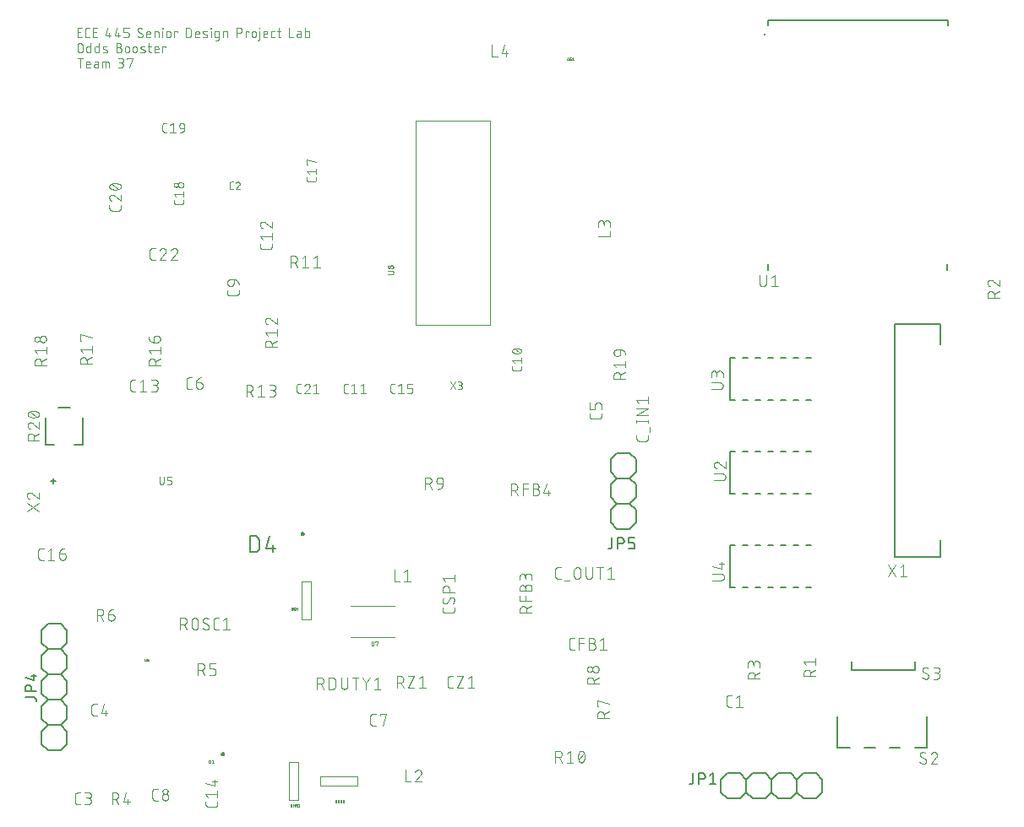
<source format=gbr>
G04 EAGLE Gerber RS-274X export*
G75*
%MOMM*%
%FSLAX34Y34*%
%LPD*%
%INSilkscreen Top*%
%IPPOS*%
%AMOC8*
5,1,8,0,0,1.08239X$1,22.5*%
G01*
%ADD10C,0.076200*%
%ADD11C,0.101600*%
%ADD12C,0.152400*%
%ADD13C,0.127000*%
%ADD14C,0.228031*%
%ADD15C,0.203200*%
%ADD16C,0.025400*%
%ADD17C,0.050800*%


D10*
X432181Y424561D02*
X437092Y431927D01*
X432181Y431927D02*
X437092Y424561D01*
X439905Y424561D02*
X441952Y424561D01*
X442041Y424563D01*
X442130Y424569D01*
X442219Y424579D01*
X442307Y424592D01*
X442395Y424609D01*
X442482Y424631D01*
X442567Y424656D01*
X442652Y424684D01*
X442735Y424717D01*
X442817Y424753D01*
X442897Y424792D01*
X442975Y424835D01*
X443051Y424881D01*
X443126Y424931D01*
X443198Y424984D01*
X443267Y425040D01*
X443334Y425099D01*
X443399Y425160D01*
X443460Y425225D01*
X443519Y425292D01*
X443575Y425361D01*
X443628Y425433D01*
X443678Y425508D01*
X443724Y425584D01*
X443767Y425662D01*
X443806Y425742D01*
X443842Y425824D01*
X443875Y425907D01*
X443903Y425992D01*
X443928Y426077D01*
X443950Y426164D01*
X443967Y426252D01*
X443980Y426340D01*
X443990Y426429D01*
X443996Y426518D01*
X443998Y426607D01*
X443996Y426696D01*
X443990Y426785D01*
X443980Y426874D01*
X443967Y426962D01*
X443950Y427050D01*
X443928Y427137D01*
X443903Y427222D01*
X443875Y427307D01*
X443842Y427390D01*
X443806Y427472D01*
X443767Y427552D01*
X443724Y427630D01*
X443678Y427706D01*
X443628Y427781D01*
X443575Y427853D01*
X443519Y427922D01*
X443460Y427989D01*
X443399Y428054D01*
X443334Y428115D01*
X443267Y428174D01*
X443198Y428230D01*
X443126Y428283D01*
X443051Y428333D01*
X442975Y428379D01*
X442897Y428422D01*
X442817Y428461D01*
X442735Y428497D01*
X442652Y428530D01*
X442567Y428558D01*
X442482Y428583D01*
X442395Y428605D01*
X442307Y428622D01*
X442219Y428635D01*
X442130Y428645D01*
X442041Y428651D01*
X441952Y428653D01*
X442361Y431927D02*
X439905Y431927D01*
X442361Y431927D02*
X442440Y431925D01*
X442519Y431919D01*
X442598Y431910D01*
X442676Y431897D01*
X442753Y431879D01*
X442829Y431859D01*
X442904Y431834D01*
X442978Y431806D01*
X443051Y431775D01*
X443122Y431739D01*
X443191Y431701D01*
X443258Y431659D01*
X443323Y431614D01*
X443386Y431566D01*
X443447Y431515D01*
X443504Y431461D01*
X443560Y431405D01*
X443612Y431346D01*
X443662Y431284D01*
X443708Y431220D01*
X443752Y431154D01*
X443792Y431086D01*
X443828Y431016D01*
X443862Y430944D01*
X443892Y430870D01*
X443918Y430796D01*
X443941Y430720D01*
X443959Y430643D01*
X443975Y430566D01*
X443986Y430487D01*
X443994Y430409D01*
X443998Y430330D01*
X443998Y430250D01*
X443994Y430171D01*
X443986Y430093D01*
X443975Y430014D01*
X443959Y429937D01*
X443941Y429860D01*
X443918Y429784D01*
X443892Y429710D01*
X443862Y429636D01*
X443828Y429564D01*
X443792Y429494D01*
X443752Y429426D01*
X443708Y429360D01*
X443662Y429296D01*
X443612Y429234D01*
X443560Y429175D01*
X443504Y429119D01*
X443447Y429065D01*
X443386Y429014D01*
X443323Y428966D01*
X443258Y428921D01*
X443191Y428879D01*
X443122Y428841D01*
X443051Y428805D01*
X442978Y428774D01*
X442904Y428746D01*
X442829Y428721D01*
X442753Y428701D01*
X442676Y428683D01*
X442598Y428670D01*
X442519Y428661D01*
X442440Y428655D01*
X442361Y428653D01*
X440724Y428653D01*
X214475Y625221D02*
X212838Y625221D01*
X212760Y625223D01*
X212682Y625228D01*
X212605Y625238D01*
X212528Y625251D01*
X212452Y625267D01*
X212377Y625287D01*
X212303Y625311D01*
X212230Y625338D01*
X212158Y625369D01*
X212088Y625403D01*
X212020Y625440D01*
X211953Y625481D01*
X211888Y625525D01*
X211826Y625571D01*
X211766Y625621D01*
X211708Y625673D01*
X211653Y625728D01*
X211601Y625786D01*
X211551Y625846D01*
X211505Y625908D01*
X211461Y625973D01*
X211420Y626040D01*
X211383Y626108D01*
X211349Y626178D01*
X211318Y626250D01*
X211291Y626323D01*
X211267Y626397D01*
X211247Y626472D01*
X211231Y626548D01*
X211218Y626625D01*
X211208Y626702D01*
X211203Y626780D01*
X211201Y626858D01*
X211201Y630950D01*
X211203Y631030D01*
X211209Y631110D01*
X211219Y631190D01*
X211232Y631269D01*
X211250Y631348D01*
X211271Y631425D01*
X211297Y631501D01*
X211326Y631576D01*
X211358Y631650D01*
X211394Y631722D01*
X211434Y631792D01*
X211477Y631859D01*
X211523Y631925D01*
X211573Y631988D01*
X211625Y632049D01*
X211680Y632108D01*
X211739Y632163D01*
X211799Y632215D01*
X211863Y632265D01*
X211929Y632311D01*
X211996Y632354D01*
X212066Y632394D01*
X212138Y632430D01*
X212212Y632462D01*
X212286Y632491D01*
X212363Y632517D01*
X212440Y632538D01*
X212519Y632556D01*
X212598Y632569D01*
X212678Y632579D01*
X212758Y632585D01*
X212838Y632587D01*
X214475Y632587D01*
X219571Y632588D02*
X219656Y632586D01*
X219741Y632580D01*
X219825Y632570D01*
X219909Y632557D01*
X219993Y632539D01*
X220075Y632518D01*
X220156Y632493D01*
X220236Y632464D01*
X220315Y632431D01*
X220392Y632395D01*
X220467Y632355D01*
X220541Y632312D01*
X220612Y632266D01*
X220681Y632216D01*
X220748Y632163D01*
X220812Y632107D01*
X220873Y632048D01*
X220932Y631987D01*
X220988Y631923D01*
X221041Y631856D01*
X221091Y631787D01*
X221137Y631716D01*
X221180Y631642D01*
X221220Y631567D01*
X221256Y631490D01*
X221289Y631411D01*
X221318Y631331D01*
X221343Y631250D01*
X221364Y631168D01*
X221382Y631084D01*
X221395Y631000D01*
X221405Y630916D01*
X221411Y630831D01*
X221413Y630746D01*
X219571Y632587D02*
X219475Y632585D01*
X219379Y632579D01*
X219284Y632569D01*
X219189Y632556D01*
X219094Y632538D01*
X219001Y632517D01*
X218908Y632492D01*
X218817Y632463D01*
X218726Y632431D01*
X218637Y632395D01*
X218550Y632355D01*
X218464Y632312D01*
X218380Y632266D01*
X218298Y632216D01*
X218218Y632162D01*
X218141Y632106D01*
X218066Y632046D01*
X217993Y631984D01*
X217923Y631918D01*
X217855Y631850D01*
X217790Y631779D01*
X217729Y631706D01*
X217670Y631630D01*
X217614Y631551D01*
X217562Y631471D01*
X217513Y631388D01*
X217467Y631304D01*
X217425Y631218D01*
X217387Y631130D01*
X217352Y631041D01*
X217320Y630950D01*
X220798Y629314D02*
X220858Y629373D01*
X220915Y629435D01*
X220970Y629499D01*
X221021Y629566D01*
X221070Y629635D01*
X221116Y629705D01*
X221159Y629778D01*
X221199Y629852D01*
X221235Y629928D01*
X221268Y630006D01*
X221298Y630085D01*
X221325Y630165D01*
X221348Y630246D01*
X221367Y630328D01*
X221383Y630410D01*
X221396Y630494D01*
X221405Y630578D01*
X221410Y630662D01*
X221412Y630746D01*
X220798Y629313D02*
X217320Y625221D01*
X221412Y625221D01*
X62978Y777621D02*
X58801Y777621D01*
X58801Y787019D01*
X62978Y787019D01*
X61934Y782842D02*
X58801Y782842D01*
X68466Y777621D02*
X70555Y777621D01*
X68466Y777621D02*
X68377Y777623D01*
X68289Y777629D01*
X68201Y777638D01*
X68113Y777651D01*
X68026Y777668D01*
X67940Y777688D01*
X67855Y777713D01*
X67770Y777740D01*
X67687Y777772D01*
X67606Y777806D01*
X67526Y777845D01*
X67448Y777886D01*
X67371Y777931D01*
X67297Y777979D01*
X67224Y778030D01*
X67154Y778084D01*
X67087Y778142D01*
X67021Y778202D01*
X66959Y778264D01*
X66899Y778330D01*
X66841Y778397D01*
X66787Y778467D01*
X66736Y778540D01*
X66688Y778614D01*
X66643Y778691D01*
X66602Y778769D01*
X66563Y778849D01*
X66529Y778930D01*
X66497Y779013D01*
X66470Y779098D01*
X66445Y779183D01*
X66425Y779269D01*
X66408Y779356D01*
X66395Y779444D01*
X66386Y779532D01*
X66380Y779620D01*
X66378Y779709D01*
X66378Y784931D01*
X66380Y785022D01*
X66386Y785113D01*
X66396Y785204D01*
X66410Y785294D01*
X66427Y785383D01*
X66449Y785471D01*
X66475Y785559D01*
X66504Y785645D01*
X66537Y785730D01*
X66574Y785813D01*
X66614Y785895D01*
X66658Y785975D01*
X66705Y786053D01*
X66756Y786129D01*
X66809Y786202D01*
X66866Y786273D01*
X66927Y786342D01*
X66990Y786407D01*
X67055Y786470D01*
X67124Y786530D01*
X67195Y786588D01*
X67268Y786641D01*
X67344Y786692D01*
X67422Y786739D01*
X67502Y786783D01*
X67584Y786823D01*
X67667Y786860D01*
X67752Y786893D01*
X67838Y786922D01*
X67926Y786948D01*
X68014Y786970D01*
X68103Y786987D01*
X68193Y787001D01*
X68284Y787011D01*
X68375Y787017D01*
X68466Y787019D01*
X70555Y787019D01*
X74346Y777621D02*
X78523Y777621D01*
X74346Y777621D02*
X74346Y787019D01*
X78523Y787019D01*
X77478Y782842D02*
X74346Y782842D01*
X86825Y779709D02*
X88913Y787019D01*
X86825Y779709D02*
X92046Y779709D01*
X90480Y781798D02*
X90480Y777621D01*
X95969Y779709D02*
X98057Y787019D01*
X95969Y779709D02*
X101190Y779709D01*
X99624Y781798D02*
X99624Y777621D01*
X105113Y777621D02*
X108246Y777621D01*
X108335Y777623D01*
X108423Y777629D01*
X108511Y777638D01*
X108599Y777651D01*
X108686Y777668D01*
X108772Y777688D01*
X108857Y777713D01*
X108942Y777740D01*
X109025Y777772D01*
X109106Y777806D01*
X109186Y777845D01*
X109264Y777886D01*
X109341Y777931D01*
X109415Y777979D01*
X109488Y778030D01*
X109558Y778084D01*
X109625Y778142D01*
X109691Y778202D01*
X109753Y778264D01*
X109813Y778330D01*
X109871Y778397D01*
X109925Y778467D01*
X109976Y778540D01*
X110024Y778614D01*
X110069Y778691D01*
X110110Y778769D01*
X110149Y778849D01*
X110183Y778930D01*
X110215Y779013D01*
X110242Y779098D01*
X110267Y779183D01*
X110287Y779269D01*
X110304Y779356D01*
X110317Y779444D01*
X110326Y779532D01*
X110332Y779620D01*
X110334Y779709D01*
X110334Y780754D01*
X110332Y780843D01*
X110326Y780931D01*
X110317Y781019D01*
X110304Y781107D01*
X110287Y781194D01*
X110267Y781280D01*
X110242Y781365D01*
X110215Y781450D01*
X110183Y781533D01*
X110149Y781614D01*
X110110Y781694D01*
X110069Y781772D01*
X110024Y781849D01*
X109976Y781923D01*
X109925Y781996D01*
X109871Y782066D01*
X109813Y782133D01*
X109753Y782199D01*
X109691Y782261D01*
X109625Y782321D01*
X109558Y782379D01*
X109488Y782433D01*
X109415Y782484D01*
X109341Y782532D01*
X109264Y782577D01*
X109186Y782618D01*
X109106Y782657D01*
X109025Y782691D01*
X108942Y782723D01*
X108857Y782750D01*
X108772Y782775D01*
X108686Y782795D01*
X108599Y782812D01*
X108511Y782825D01*
X108423Y782834D01*
X108335Y782840D01*
X108246Y782842D01*
X105113Y782842D01*
X105113Y787019D01*
X110334Y787019D01*
X121961Y777621D02*
X122050Y777623D01*
X122138Y777629D01*
X122226Y777638D01*
X122314Y777651D01*
X122401Y777668D01*
X122487Y777688D01*
X122572Y777713D01*
X122657Y777740D01*
X122740Y777772D01*
X122821Y777806D01*
X122901Y777845D01*
X122979Y777886D01*
X123056Y777931D01*
X123130Y777979D01*
X123203Y778030D01*
X123273Y778084D01*
X123340Y778142D01*
X123406Y778202D01*
X123468Y778264D01*
X123528Y778330D01*
X123586Y778397D01*
X123640Y778467D01*
X123691Y778540D01*
X123739Y778614D01*
X123784Y778691D01*
X123825Y778769D01*
X123864Y778849D01*
X123898Y778930D01*
X123930Y779013D01*
X123957Y779098D01*
X123982Y779183D01*
X124002Y779269D01*
X124019Y779356D01*
X124032Y779444D01*
X124041Y779532D01*
X124047Y779620D01*
X124049Y779709D01*
X121961Y777621D02*
X121832Y777623D01*
X121703Y777629D01*
X121574Y777638D01*
X121446Y777651D01*
X121318Y777668D01*
X121191Y777689D01*
X121064Y777713D01*
X120938Y777741D01*
X120813Y777773D01*
X120689Y777808D01*
X120566Y777847D01*
X120444Y777890D01*
X120324Y777936D01*
X120205Y777986D01*
X120087Y778039D01*
X119971Y778095D01*
X119857Y778155D01*
X119744Y778218D01*
X119634Y778285D01*
X119525Y778354D01*
X119419Y778427D01*
X119314Y778503D01*
X119212Y778582D01*
X119113Y778664D01*
X119015Y778748D01*
X118920Y778836D01*
X118828Y778926D01*
X119090Y784931D02*
X119092Y785020D01*
X119098Y785108D01*
X119107Y785196D01*
X119120Y785284D01*
X119137Y785371D01*
X119157Y785457D01*
X119182Y785542D01*
X119209Y785627D01*
X119241Y785710D01*
X119275Y785791D01*
X119314Y785871D01*
X119355Y785949D01*
X119400Y786026D01*
X119448Y786100D01*
X119499Y786173D01*
X119553Y786243D01*
X119611Y786310D01*
X119671Y786376D01*
X119733Y786438D01*
X119799Y786498D01*
X119866Y786556D01*
X119936Y786610D01*
X120009Y786661D01*
X120083Y786709D01*
X120160Y786754D01*
X120238Y786795D01*
X120318Y786834D01*
X120399Y786868D01*
X120482Y786900D01*
X120567Y786927D01*
X120652Y786952D01*
X120738Y786972D01*
X120825Y786989D01*
X120913Y787002D01*
X121001Y787011D01*
X121089Y787017D01*
X121178Y787019D01*
X121298Y787017D01*
X121418Y787012D01*
X121538Y787002D01*
X121657Y786990D01*
X121776Y786973D01*
X121894Y786953D01*
X122012Y786929D01*
X122128Y786902D01*
X122244Y786871D01*
X122359Y786837D01*
X122473Y786799D01*
X122586Y786757D01*
X122697Y786712D01*
X122807Y786664D01*
X122915Y786613D01*
X123022Y786558D01*
X123127Y786500D01*
X123230Y786438D01*
X123331Y786374D01*
X123431Y786306D01*
X123528Y786236D01*
X120134Y783104D02*
X120056Y783152D01*
X119980Y783204D01*
X119907Y783258D01*
X119836Y783316D01*
X119767Y783377D01*
X119701Y783441D01*
X119638Y783508D01*
X119578Y783577D01*
X119521Y783649D01*
X119467Y783723D01*
X119417Y783800D01*
X119369Y783879D01*
X119326Y783959D01*
X119285Y784042D01*
X119249Y784126D01*
X119216Y784211D01*
X119187Y784298D01*
X119161Y784387D01*
X119139Y784476D01*
X119122Y784566D01*
X119108Y784656D01*
X119098Y784748D01*
X119092Y784839D01*
X119090Y784931D01*
X123006Y781536D02*
X123084Y781488D01*
X123160Y781436D01*
X123233Y781382D01*
X123304Y781324D01*
X123373Y781263D01*
X123439Y781199D01*
X123502Y781132D01*
X123562Y781063D01*
X123619Y780991D01*
X123673Y780917D01*
X123723Y780840D01*
X123771Y780761D01*
X123814Y780681D01*
X123855Y780598D01*
X123891Y780514D01*
X123924Y780429D01*
X123953Y780342D01*
X123979Y780253D01*
X124001Y780164D01*
X124018Y780074D01*
X124032Y779984D01*
X124042Y779892D01*
X124048Y779801D01*
X124050Y779709D01*
X123006Y781537D02*
X120134Y783103D01*
X129147Y777621D02*
X131757Y777621D01*
X129147Y777621D02*
X129070Y777623D01*
X128994Y777629D01*
X128917Y777638D01*
X128841Y777651D01*
X128766Y777668D01*
X128692Y777688D01*
X128619Y777713D01*
X128548Y777740D01*
X128477Y777771D01*
X128409Y777806D01*
X128342Y777844D01*
X128277Y777885D01*
X128214Y777929D01*
X128154Y777976D01*
X128095Y778027D01*
X128040Y778080D01*
X127987Y778135D01*
X127936Y778194D01*
X127889Y778254D01*
X127845Y778317D01*
X127804Y778382D01*
X127766Y778449D01*
X127731Y778517D01*
X127700Y778588D01*
X127673Y778659D01*
X127648Y778732D01*
X127628Y778806D01*
X127611Y778881D01*
X127598Y778957D01*
X127589Y779034D01*
X127583Y779110D01*
X127581Y779187D01*
X127580Y779187D02*
X127580Y781798D01*
X127581Y781798D02*
X127583Y781888D01*
X127589Y781977D01*
X127598Y782067D01*
X127612Y782156D01*
X127629Y782244D01*
X127650Y782331D01*
X127675Y782418D01*
X127704Y782503D01*
X127736Y782587D01*
X127771Y782669D01*
X127811Y782750D01*
X127853Y782829D01*
X127899Y782906D01*
X127949Y782981D01*
X128001Y783054D01*
X128057Y783125D01*
X128115Y783193D01*
X128177Y783258D01*
X128241Y783321D01*
X128308Y783381D01*
X128377Y783438D01*
X128449Y783492D01*
X128523Y783543D01*
X128599Y783591D01*
X128677Y783635D01*
X128757Y783676D01*
X128839Y783714D01*
X128922Y783748D01*
X129007Y783778D01*
X129093Y783805D01*
X129179Y783828D01*
X129267Y783847D01*
X129356Y783862D01*
X129445Y783874D01*
X129534Y783882D01*
X129624Y783886D01*
X129714Y783886D01*
X129804Y783882D01*
X129893Y783874D01*
X129982Y783862D01*
X130071Y783847D01*
X130159Y783828D01*
X130245Y783805D01*
X130331Y783778D01*
X130416Y783748D01*
X130499Y783714D01*
X130581Y783676D01*
X130661Y783635D01*
X130739Y783591D01*
X130815Y783543D01*
X130889Y783492D01*
X130961Y783438D01*
X131030Y783381D01*
X131097Y783321D01*
X131161Y783258D01*
X131223Y783193D01*
X131281Y783125D01*
X131337Y783054D01*
X131389Y782981D01*
X131439Y782906D01*
X131485Y782829D01*
X131527Y782750D01*
X131567Y782669D01*
X131602Y782587D01*
X131634Y782503D01*
X131663Y782418D01*
X131688Y782331D01*
X131709Y782244D01*
X131726Y782156D01*
X131740Y782067D01*
X131749Y781977D01*
X131755Y781888D01*
X131757Y781798D01*
X131757Y780754D01*
X127580Y780754D01*
X135810Y783886D02*
X135810Y777621D01*
X135810Y783886D02*
X138421Y783886D01*
X138498Y783884D01*
X138574Y783878D01*
X138651Y783869D01*
X138727Y783856D01*
X138802Y783839D01*
X138876Y783819D01*
X138949Y783794D01*
X139020Y783767D01*
X139091Y783736D01*
X139159Y783701D01*
X139226Y783663D01*
X139291Y783622D01*
X139354Y783578D01*
X139414Y783531D01*
X139473Y783480D01*
X139528Y783427D01*
X139581Y783372D01*
X139632Y783313D01*
X139679Y783253D01*
X139723Y783190D01*
X139764Y783125D01*
X139802Y783058D01*
X139837Y782990D01*
X139868Y782919D01*
X139895Y782848D01*
X139920Y782775D01*
X139940Y782701D01*
X139957Y782626D01*
X139970Y782550D01*
X139979Y782474D01*
X139985Y782397D01*
X139987Y782320D01*
X139987Y777621D01*
X143994Y777621D02*
X143994Y783886D01*
X143733Y786497D02*
X143733Y787019D01*
X144255Y787019D01*
X144255Y786497D01*
X143733Y786497D01*
X147697Y781798D02*
X147697Y779709D01*
X147698Y781798D02*
X147700Y781888D01*
X147706Y781977D01*
X147715Y782067D01*
X147729Y782156D01*
X147746Y782244D01*
X147767Y782331D01*
X147792Y782418D01*
X147821Y782503D01*
X147853Y782587D01*
X147888Y782669D01*
X147928Y782750D01*
X147970Y782829D01*
X148016Y782906D01*
X148066Y782981D01*
X148118Y783054D01*
X148174Y783125D01*
X148232Y783193D01*
X148294Y783258D01*
X148358Y783321D01*
X148425Y783381D01*
X148494Y783438D01*
X148566Y783492D01*
X148640Y783543D01*
X148716Y783591D01*
X148794Y783635D01*
X148874Y783676D01*
X148956Y783714D01*
X149039Y783748D01*
X149124Y783778D01*
X149210Y783805D01*
X149296Y783828D01*
X149384Y783847D01*
X149473Y783862D01*
X149562Y783874D01*
X149651Y783882D01*
X149741Y783886D01*
X149831Y783886D01*
X149921Y783882D01*
X150010Y783874D01*
X150099Y783862D01*
X150188Y783847D01*
X150276Y783828D01*
X150362Y783805D01*
X150448Y783778D01*
X150533Y783748D01*
X150616Y783714D01*
X150698Y783676D01*
X150778Y783635D01*
X150856Y783591D01*
X150932Y783543D01*
X151006Y783492D01*
X151078Y783438D01*
X151147Y783381D01*
X151214Y783321D01*
X151278Y783258D01*
X151340Y783193D01*
X151398Y783125D01*
X151454Y783054D01*
X151506Y782981D01*
X151556Y782906D01*
X151602Y782829D01*
X151644Y782750D01*
X151684Y782669D01*
X151719Y782587D01*
X151751Y782503D01*
X151780Y782418D01*
X151805Y782331D01*
X151826Y782244D01*
X151843Y782156D01*
X151857Y782067D01*
X151866Y781977D01*
X151872Y781888D01*
X151874Y781798D01*
X151874Y779709D01*
X151872Y779619D01*
X151866Y779530D01*
X151857Y779440D01*
X151843Y779351D01*
X151826Y779263D01*
X151805Y779176D01*
X151780Y779089D01*
X151751Y779004D01*
X151719Y778920D01*
X151684Y778838D01*
X151644Y778757D01*
X151602Y778678D01*
X151556Y778601D01*
X151506Y778526D01*
X151454Y778453D01*
X151398Y778382D01*
X151340Y778314D01*
X151278Y778249D01*
X151214Y778186D01*
X151147Y778126D01*
X151078Y778069D01*
X151006Y778015D01*
X150932Y777964D01*
X150856Y777916D01*
X150778Y777872D01*
X150698Y777831D01*
X150616Y777793D01*
X150533Y777759D01*
X150448Y777729D01*
X150362Y777702D01*
X150276Y777679D01*
X150188Y777660D01*
X150099Y777645D01*
X150010Y777633D01*
X149921Y777625D01*
X149831Y777621D01*
X149741Y777621D01*
X149651Y777625D01*
X149562Y777633D01*
X149473Y777645D01*
X149384Y777660D01*
X149296Y777679D01*
X149210Y777702D01*
X149124Y777729D01*
X149039Y777759D01*
X148956Y777793D01*
X148874Y777831D01*
X148794Y777872D01*
X148716Y777916D01*
X148640Y777964D01*
X148566Y778015D01*
X148494Y778069D01*
X148425Y778126D01*
X148358Y778186D01*
X148294Y778249D01*
X148232Y778314D01*
X148174Y778382D01*
X148118Y778453D01*
X148066Y778526D01*
X148016Y778601D01*
X147970Y778678D01*
X147928Y778757D01*
X147888Y778838D01*
X147853Y778920D01*
X147821Y779004D01*
X147792Y779089D01*
X147767Y779176D01*
X147746Y779263D01*
X147729Y779351D01*
X147715Y779440D01*
X147706Y779530D01*
X147700Y779619D01*
X147698Y779709D01*
X155978Y777621D02*
X155978Y783886D01*
X159111Y783886D01*
X159111Y782842D01*
X167292Y787019D02*
X167292Y777621D01*
X167292Y787019D02*
X169902Y787019D01*
X170002Y787017D01*
X170102Y787011D01*
X170201Y787002D01*
X170301Y786988D01*
X170399Y786971D01*
X170497Y786950D01*
X170594Y786926D01*
X170690Y786897D01*
X170785Y786865D01*
X170878Y786830D01*
X170970Y786791D01*
X171061Y786748D01*
X171149Y786702D01*
X171236Y786652D01*
X171321Y786600D01*
X171404Y786544D01*
X171485Y786485D01*
X171563Y786422D01*
X171639Y786357D01*
X171713Y786289D01*
X171783Y786219D01*
X171851Y786145D01*
X171916Y786069D01*
X171979Y785991D01*
X172038Y785910D01*
X172094Y785827D01*
X172146Y785742D01*
X172196Y785655D01*
X172242Y785567D01*
X172285Y785476D01*
X172324Y785384D01*
X172359Y785291D01*
X172391Y785196D01*
X172420Y785100D01*
X172444Y785003D01*
X172465Y784905D01*
X172482Y784807D01*
X172496Y784707D01*
X172505Y784608D01*
X172511Y784508D01*
X172513Y784408D01*
X172513Y780232D01*
X172511Y780132D01*
X172505Y780032D01*
X172496Y779933D01*
X172482Y779833D01*
X172465Y779735D01*
X172444Y779637D01*
X172420Y779540D01*
X172391Y779444D01*
X172359Y779349D01*
X172324Y779256D01*
X172285Y779164D01*
X172242Y779073D01*
X172196Y778985D01*
X172146Y778898D01*
X172094Y778813D01*
X172038Y778730D01*
X171979Y778649D01*
X171916Y778571D01*
X171851Y778495D01*
X171783Y778421D01*
X171713Y778351D01*
X171639Y778283D01*
X171563Y778218D01*
X171485Y778155D01*
X171404Y778096D01*
X171321Y778040D01*
X171236Y777988D01*
X171149Y777938D01*
X171061Y777892D01*
X170970Y777849D01*
X170878Y777810D01*
X170785Y777775D01*
X170690Y777743D01*
X170594Y777714D01*
X170497Y777690D01*
X170399Y777669D01*
X170301Y777652D01*
X170201Y777638D01*
X170102Y777629D01*
X170002Y777623D01*
X169902Y777621D01*
X167292Y777621D01*
X178219Y777621D02*
X180830Y777621D01*
X178219Y777621D02*
X178142Y777623D01*
X178066Y777629D01*
X177989Y777638D01*
X177913Y777651D01*
X177838Y777668D01*
X177764Y777688D01*
X177691Y777713D01*
X177620Y777740D01*
X177549Y777771D01*
X177481Y777806D01*
X177414Y777844D01*
X177349Y777885D01*
X177286Y777929D01*
X177226Y777976D01*
X177167Y778027D01*
X177112Y778080D01*
X177059Y778135D01*
X177008Y778194D01*
X176961Y778254D01*
X176917Y778317D01*
X176876Y778382D01*
X176838Y778449D01*
X176803Y778517D01*
X176772Y778588D01*
X176745Y778659D01*
X176720Y778732D01*
X176700Y778806D01*
X176683Y778881D01*
X176670Y778957D01*
X176661Y779034D01*
X176655Y779110D01*
X176653Y779187D01*
X176653Y781798D01*
X176655Y781888D01*
X176661Y781977D01*
X176670Y782067D01*
X176684Y782156D01*
X176701Y782244D01*
X176722Y782331D01*
X176747Y782418D01*
X176776Y782503D01*
X176808Y782587D01*
X176843Y782669D01*
X176883Y782750D01*
X176925Y782829D01*
X176971Y782906D01*
X177021Y782981D01*
X177073Y783054D01*
X177129Y783125D01*
X177187Y783193D01*
X177249Y783258D01*
X177313Y783321D01*
X177380Y783381D01*
X177449Y783438D01*
X177521Y783492D01*
X177595Y783543D01*
X177671Y783591D01*
X177749Y783635D01*
X177829Y783676D01*
X177911Y783714D01*
X177994Y783748D01*
X178079Y783778D01*
X178165Y783805D01*
X178251Y783828D01*
X178339Y783847D01*
X178428Y783862D01*
X178517Y783874D01*
X178606Y783882D01*
X178696Y783886D01*
X178786Y783886D01*
X178876Y783882D01*
X178965Y783874D01*
X179054Y783862D01*
X179143Y783847D01*
X179231Y783828D01*
X179317Y783805D01*
X179403Y783778D01*
X179488Y783748D01*
X179571Y783714D01*
X179653Y783676D01*
X179733Y783635D01*
X179811Y783591D01*
X179887Y783543D01*
X179961Y783492D01*
X180033Y783438D01*
X180102Y783381D01*
X180169Y783321D01*
X180233Y783258D01*
X180295Y783193D01*
X180353Y783125D01*
X180409Y783054D01*
X180461Y782981D01*
X180511Y782906D01*
X180557Y782829D01*
X180599Y782750D01*
X180639Y782669D01*
X180674Y782587D01*
X180706Y782503D01*
X180735Y782418D01*
X180760Y782331D01*
X180781Y782244D01*
X180798Y782156D01*
X180812Y782067D01*
X180821Y781977D01*
X180827Y781888D01*
X180829Y781798D01*
X180830Y781798D02*
X180830Y780754D01*
X176653Y780754D01*
X185361Y781276D02*
X187971Y780232D01*
X185361Y781276D02*
X185295Y781304D01*
X185230Y781337D01*
X185167Y781372D01*
X185106Y781411D01*
X185047Y781453D01*
X184991Y781498D01*
X184937Y781546D01*
X184886Y781597D01*
X184837Y781650D01*
X184792Y781707D01*
X184749Y781765D01*
X184710Y781825D01*
X184673Y781888D01*
X184641Y781953D01*
X184612Y782019D01*
X184586Y782086D01*
X184564Y782155D01*
X184546Y782225D01*
X184531Y782296D01*
X184520Y782367D01*
X184513Y782439D01*
X184510Y782511D01*
X184511Y782583D01*
X184516Y782656D01*
X184524Y782727D01*
X184536Y782799D01*
X184552Y782869D01*
X184572Y782938D01*
X184596Y783007D01*
X184623Y783074D01*
X184653Y783139D01*
X184687Y783203D01*
X184725Y783265D01*
X184765Y783325D01*
X184809Y783382D01*
X184856Y783437D01*
X184906Y783490D01*
X184958Y783539D01*
X185013Y783586D01*
X185070Y783630D01*
X185130Y783671D01*
X185192Y783708D01*
X185256Y783743D01*
X185321Y783773D01*
X185388Y783801D01*
X185456Y783824D01*
X185526Y783844D01*
X185596Y783860D01*
X185667Y783873D01*
X185739Y783881D01*
X185811Y783886D01*
X185883Y783887D01*
X185883Y783886D02*
X186034Y783882D01*
X186185Y783874D01*
X186336Y783863D01*
X186487Y783847D01*
X186637Y783827D01*
X186787Y783804D01*
X186936Y783777D01*
X187084Y783746D01*
X187232Y783711D01*
X187378Y783673D01*
X187524Y783630D01*
X187668Y783584D01*
X187811Y783535D01*
X187953Y783482D01*
X188093Y783425D01*
X188232Y783364D01*
X187972Y780232D02*
X188038Y780204D01*
X188103Y780171D01*
X188166Y780136D01*
X188227Y780097D01*
X188286Y780055D01*
X188342Y780010D01*
X188396Y779962D01*
X188447Y779911D01*
X188496Y779858D01*
X188541Y779801D01*
X188584Y779743D01*
X188623Y779683D01*
X188660Y779620D01*
X188692Y779555D01*
X188721Y779489D01*
X188747Y779422D01*
X188769Y779353D01*
X188787Y779283D01*
X188802Y779212D01*
X188813Y779141D01*
X188820Y779069D01*
X188823Y778997D01*
X188822Y778925D01*
X188817Y778852D01*
X188809Y778781D01*
X188797Y778709D01*
X188781Y778639D01*
X188761Y778570D01*
X188737Y778501D01*
X188710Y778434D01*
X188680Y778369D01*
X188646Y778305D01*
X188608Y778243D01*
X188568Y778183D01*
X188524Y778126D01*
X188477Y778071D01*
X188427Y778018D01*
X188375Y777969D01*
X188320Y777922D01*
X188263Y777878D01*
X188203Y777837D01*
X188141Y777800D01*
X188077Y777765D01*
X188012Y777735D01*
X187945Y777707D01*
X187877Y777684D01*
X187807Y777664D01*
X187737Y777648D01*
X187666Y777635D01*
X187594Y777627D01*
X187522Y777622D01*
X187450Y777621D01*
X187240Y777626D01*
X187031Y777637D01*
X186822Y777652D01*
X186614Y777672D01*
X186406Y777698D01*
X186199Y777728D01*
X185992Y777763D01*
X185787Y777803D01*
X185582Y777847D01*
X185379Y777897D01*
X185176Y777951D01*
X184975Y778011D01*
X184776Y778074D01*
X184578Y778143D01*
X192457Y777621D02*
X192457Y783886D01*
X192196Y786497D02*
X192196Y787019D01*
X192718Y787019D01*
X192718Y786497D01*
X192196Y786497D01*
X197681Y777621D02*
X200291Y777621D01*
X197681Y777621D02*
X197604Y777623D01*
X197528Y777629D01*
X197451Y777638D01*
X197375Y777651D01*
X197300Y777668D01*
X197226Y777688D01*
X197153Y777713D01*
X197082Y777740D01*
X197011Y777771D01*
X196943Y777806D01*
X196876Y777844D01*
X196811Y777885D01*
X196748Y777929D01*
X196688Y777976D01*
X196629Y778027D01*
X196574Y778080D01*
X196521Y778135D01*
X196470Y778194D01*
X196423Y778254D01*
X196379Y778317D01*
X196338Y778382D01*
X196300Y778449D01*
X196265Y778517D01*
X196234Y778588D01*
X196207Y778659D01*
X196182Y778732D01*
X196162Y778806D01*
X196145Y778881D01*
X196132Y778957D01*
X196123Y779034D01*
X196117Y779110D01*
X196115Y779187D01*
X196114Y779187D02*
X196114Y782320D01*
X196115Y782320D02*
X196117Y782397D01*
X196123Y782473D01*
X196132Y782550D01*
X196145Y782626D01*
X196162Y782701D01*
X196182Y782775D01*
X196207Y782848D01*
X196234Y782919D01*
X196265Y782990D01*
X196300Y783058D01*
X196338Y783125D01*
X196379Y783190D01*
X196423Y783253D01*
X196470Y783313D01*
X196521Y783372D01*
X196574Y783427D01*
X196629Y783480D01*
X196688Y783531D01*
X196748Y783578D01*
X196811Y783622D01*
X196876Y783663D01*
X196943Y783701D01*
X197011Y783736D01*
X197082Y783767D01*
X197153Y783794D01*
X197226Y783819D01*
X197300Y783839D01*
X197375Y783856D01*
X197451Y783869D01*
X197528Y783878D01*
X197604Y783884D01*
X197681Y783886D01*
X200291Y783886D01*
X200291Y776055D01*
X200289Y775978D01*
X200283Y775902D01*
X200274Y775825D01*
X200261Y775749D01*
X200244Y775674D01*
X200224Y775600D01*
X200199Y775527D01*
X200172Y775456D01*
X200141Y775385D01*
X200106Y775317D01*
X200068Y775250D01*
X200027Y775185D01*
X199983Y775122D01*
X199936Y775062D01*
X199885Y775003D01*
X199832Y774948D01*
X199777Y774895D01*
X199718Y774844D01*
X199658Y774797D01*
X199595Y774753D01*
X199530Y774712D01*
X199463Y774674D01*
X199395Y774639D01*
X199324Y774608D01*
X199253Y774581D01*
X199180Y774556D01*
X199106Y774536D01*
X199031Y774519D01*
X198955Y774506D01*
X198879Y774497D01*
X198802Y774491D01*
X198725Y774489D01*
X198725Y774488D02*
X196637Y774488D01*
X204694Y777621D02*
X204694Y783886D01*
X207305Y783886D01*
X207382Y783884D01*
X207458Y783878D01*
X207535Y783869D01*
X207611Y783856D01*
X207686Y783839D01*
X207760Y783819D01*
X207833Y783794D01*
X207904Y783767D01*
X207975Y783736D01*
X208043Y783701D01*
X208110Y783663D01*
X208175Y783622D01*
X208238Y783578D01*
X208298Y783531D01*
X208357Y783480D01*
X208412Y783427D01*
X208465Y783372D01*
X208516Y783313D01*
X208563Y783253D01*
X208607Y783190D01*
X208648Y783125D01*
X208686Y783058D01*
X208721Y782990D01*
X208752Y782919D01*
X208779Y782848D01*
X208804Y782775D01*
X208824Y782701D01*
X208841Y782626D01*
X208854Y782550D01*
X208863Y782474D01*
X208869Y782397D01*
X208871Y782320D01*
X208871Y777621D01*
X218324Y777621D02*
X218324Y787019D01*
X220935Y787019D01*
X221036Y787017D01*
X221137Y787011D01*
X221238Y787001D01*
X221338Y786988D01*
X221438Y786970D01*
X221537Y786949D01*
X221635Y786923D01*
X221732Y786894D01*
X221828Y786862D01*
X221922Y786825D01*
X222015Y786785D01*
X222107Y786741D01*
X222196Y786694D01*
X222284Y786643D01*
X222370Y786589D01*
X222453Y786532D01*
X222535Y786472D01*
X222613Y786408D01*
X222690Y786342D01*
X222763Y786272D01*
X222834Y786200D01*
X222902Y786125D01*
X222967Y786047D01*
X223029Y785967D01*
X223088Y785885D01*
X223144Y785800D01*
X223196Y785714D01*
X223245Y785625D01*
X223291Y785534D01*
X223332Y785442D01*
X223371Y785348D01*
X223405Y785253D01*
X223436Y785157D01*
X223463Y785059D01*
X223487Y784961D01*
X223506Y784861D01*
X223522Y784761D01*
X223534Y784661D01*
X223542Y784560D01*
X223546Y784459D01*
X223546Y784357D01*
X223542Y784256D01*
X223534Y784155D01*
X223522Y784055D01*
X223506Y783955D01*
X223487Y783855D01*
X223463Y783757D01*
X223436Y783659D01*
X223405Y783563D01*
X223371Y783468D01*
X223332Y783374D01*
X223291Y783282D01*
X223245Y783191D01*
X223196Y783103D01*
X223144Y783016D01*
X223088Y782931D01*
X223029Y782849D01*
X222967Y782769D01*
X222902Y782691D01*
X222834Y782616D01*
X222763Y782544D01*
X222690Y782474D01*
X222613Y782408D01*
X222535Y782344D01*
X222453Y782284D01*
X222370Y782227D01*
X222284Y782173D01*
X222196Y782122D01*
X222107Y782075D01*
X222015Y782031D01*
X221922Y781991D01*
X221828Y781954D01*
X221732Y781922D01*
X221635Y781893D01*
X221537Y781867D01*
X221438Y781846D01*
X221338Y781828D01*
X221238Y781815D01*
X221137Y781805D01*
X221036Y781799D01*
X220935Y781797D01*
X220935Y781798D02*
X218324Y781798D01*
X227301Y783886D02*
X227301Y777621D01*
X227301Y783886D02*
X230434Y783886D01*
X230434Y782842D01*
X233346Y781798D02*
X233346Y779709D01*
X233346Y781798D02*
X233348Y781888D01*
X233354Y781977D01*
X233363Y782067D01*
X233377Y782156D01*
X233394Y782244D01*
X233415Y782331D01*
X233440Y782418D01*
X233469Y782503D01*
X233501Y782587D01*
X233536Y782669D01*
X233576Y782750D01*
X233618Y782829D01*
X233664Y782906D01*
X233714Y782981D01*
X233766Y783054D01*
X233822Y783125D01*
X233880Y783193D01*
X233942Y783258D01*
X234006Y783321D01*
X234073Y783381D01*
X234142Y783438D01*
X234214Y783492D01*
X234288Y783543D01*
X234364Y783591D01*
X234442Y783635D01*
X234522Y783676D01*
X234604Y783714D01*
X234687Y783748D01*
X234772Y783778D01*
X234858Y783805D01*
X234944Y783828D01*
X235032Y783847D01*
X235121Y783862D01*
X235210Y783874D01*
X235299Y783882D01*
X235389Y783886D01*
X235479Y783886D01*
X235569Y783882D01*
X235658Y783874D01*
X235747Y783862D01*
X235836Y783847D01*
X235924Y783828D01*
X236010Y783805D01*
X236096Y783778D01*
X236181Y783748D01*
X236264Y783714D01*
X236346Y783676D01*
X236426Y783635D01*
X236504Y783591D01*
X236580Y783543D01*
X236654Y783492D01*
X236726Y783438D01*
X236795Y783381D01*
X236862Y783321D01*
X236926Y783258D01*
X236988Y783193D01*
X237046Y783125D01*
X237102Y783054D01*
X237154Y782981D01*
X237204Y782906D01*
X237250Y782829D01*
X237292Y782750D01*
X237332Y782669D01*
X237367Y782587D01*
X237399Y782503D01*
X237428Y782418D01*
X237453Y782331D01*
X237474Y782244D01*
X237491Y782156D01*
X237505Y782067D01*
X237514Y781977D01*
X237520Y781888D01*
X237522Y781798D01*
X237522Y779709D01*
X237520Y779619D01*
X237514Y779530D01*
X237505Y779440D01*
X237491Y779351D01*
X237474Y779263D01*
X237453Y779176D01*
X237428Y779089D01*
X237399Y779004D01*
X237367Y778920D01*
X237332Y778838D01*
X237292Y778757D01*
X237250Y778678D01*
X237204Y778601D01*
X237154Y778526D01*
X237102Y778453D01*
X237046Y778382D01*
X236988Y778314D01*
X236926Y778249D01*
X236862Y778186D01*
X236795Y778126D01*
X236726Y778069D01*
X236654Y778015D01*
X236580Y777964D01*
X236504Y777916D01*
X236426Y777872D01*
X236346Y777831D01*
X236264Y777793D01*
X236181Y777759D01*
X236096Y777729D01*
X236010Y777702D01*
X235924Y777679D01*
X235836Y777660D01*
X235747Y777645D01*
X235658Y777633D01*
X235569Y777625D01*
X235479Y777621D01*
X235389Y777621D01*
X235299Y777625D01*
X235210Y777633D01*
X235121Y777645D01*
X235032Y777660D01*
X234944Y777679D01*
X234858Y777702D01*
X234772Y777729D01*
X234687Y777759D01*
X234604Y777793D01*
X234522Y777831D01*
X234442Y777872D01*
X234364Y777916D01*
X234288Y777964D01*
X234214Y778015D01*
X234142Y778069D01*
X234073Y778126D01*
X234006Y778186D01*
X233942Y778249D01*
X233880Y778314D01*
X233822Y778382D01*
X233766Y778453D01*
X233714Y778526D01*
X233664Y778601D01*
X233618Y778678D01*
X233576Y778757D01*
X233536Y778838D01*
X233501Y778920D01*
X233469Y779004D01*
X233440Y779089D01*
X233415Y779176D01*
X233394Y779263D01*
X233377Y779351D01*
X233363Y779440D01*
X233354Y779530D01*
X233348Y779619D01*
X233346Y779709D01*
X241072Y776055D02*
X241072Y783886D01*
X241072Y776055D02*
X241070Y775978D01*
X241064Y775902D01*
X241055Y775825D01*
X241042Y775749D01*
X241025Y775674D01*
X241005Y775600D01*
X240980Y775527D01*
X240953Y775456D01*
X240922Y775385D01*
X240887Y775317D01*
X240849Y775250D01*
X240808Y775185D01*
X240764Y775122D01*
X240717Y775062D01*
X240666Y775003D01*
X240613Y774948D01*
X240558Y774895D01*
X240499Y774844D01*
X240439Y774797D01*
X240376Y774753D01*
X240311Y774712D01*
X240244Y774674D01*
X240176Y774639D01*
X240105Y774608D01*
X240034Y774581D01*
X239961Y774556D01*
X239887Y774536D01*
X239812Y774519D01*
X239736Y774506D01*
X239660Y774497D01*
X239583Y774491D01*
X239506Y774489D01*
X239506Y774488D02*
X238984Y774488D01*
X240811Y786497D02*
X240811Y787019D01*
X241333Y787019D01*
X241333Y786497D01*
X240811Y786497D01*
X246494Y777621D02*
X249105Y777621D01*
X246494Y777621D02*
X246417Y777623D01*
X246341Y777629D01*
X246264Y777638D01*
X246188Y777651D01*
X246113Y777668D01*
X246039Y777688D01*
X245966Y777713D01*
X245895Y777740D01*
X245824Y777771D01*
X245756Y777806D01*
X245689Y777844D01*
X245624Y777885D01*
X245561Y777929D01*
X245501Y777976D01*
X245442Y778027D01*
X245387Y778080D01*
X245334Y778135D01*
X245283Y778194D01*
X245236Y778254D01*
X245192Y778317D01*
X245151Y778382D01*
X245113Y778449D01*
X245078Y778517D01*
X245047Y778588D01*
X245020Y778659D01*
X244995Y778732D01*
X244975Y778806D01*
X244958Y778881D01*
X244945Y778957D01*
X244936Y779034D01*
X244930Y779110D01*
X244928Y779187D01*
X244928Y781798D01*
X244930Y781888D01*
X244936Y781977D01*
X244945Y782067D01*
X244959Y782156D01*
X244976Y782244D01*
X244997Y782331D01*
X245022Y782418D01*
X245051Y782503D01*
X245083Y782587D01*
X245118Y782669D01*
X245158Y782750D01*
X245200Y782829D01*
X245246Y782906D01*
X245296Y782981D01*
X245348Y783054D01*
X245404Y783125D01*
X245462Y783193D01*
X245524Y783258D01*
X245588Y783321D01*
X245655Y783381D01*
X245724Y783438D01*
X245796Y783492D01*
X245870Y783543D01*
X245946Y783591D01*
X246024Y783635D01*
X246104Y783676D01*
X246186Y783714D01*
X246269Y783748D01*
X246354Y783778D01*
X246440Y783805D01*
X246526Y783828D01*
X246614Y783847D01*
X246703Y783862D01*
X246792Y783874D01*
X246881Y783882D01*
X246971Y783886D01*
X247061Y783886D01*
X247151Y783882D01*
X247240Y783874D01*
X247329Y783862D01*
X247418Y783847D01*
X247506Y783828D01*
X247592Y783805D01*
X247678Y783778D01*
X247763Y783748D01*
X247846Y783714D01*
X247928Y783676D01*
X248008Y783635D01*
X248086Y783591D01*
X248162Y783543D01*
X248236Y783492D01*
X248308Y783438D01*
X248377Y783381D01*
X248444Y783321D01*
X248508Y783258D01*
X248570Y783193D01*
X248628Y783125D01*
X248684Y783054D01*
X248736Y782981D01*
X248786Y782906D01*
X248832Y782829D01*
X248874Y782750D01*
X248914Y782669D01*
X248949Y782587D01*
X248981Y782503D01*
X249010Y782418D01*
X249035Y782331D01*
X249056Y782244D01*
X249073Y782156D01*
X249087Y782067D01*
X249096Y781977D01*
X249102Y781888D01*
X249104Y781798D01*
X249105Y781798D02*
X249105Y780754D01*
X244928Y780754D01*
X254429Y777621D02*
X256518Y777621D01*
X254429Y777621D02*
X254352Y777623D01*
X254276Y777629D01*
X254199Y777638D01*
X254123Y777651D01*
X254048Y777668D01*
X253974Y777688D01*
X253901Y777713D01*
X253830Y777740D01*
X253759Y777771D01*
X253691Y777806D01*
X253624Y777844D01*
X253559Y777885D01*
X253496Y777929D01*
X253436Y777976D01*
X253377Y778027D01*
X253322Y778080D01*
X253269Y778135D01*
X253218Y778194D01*
X253171Y778254D01*
X253127Y778317D01*
X253086Y778382D01*
X253048Y778449D01*
X253013Y778517D01*
X252982Y778588D01*
X252955Y778659D01*
X252930Y778732D01*
X252910Y778806D01*
X252893Y778881D01*
X252880Y778957D01*
X252871Y779034D01*
X252865Y779110D01*
X252863Y779187D01*
X252863Y782320D01*
X252865Y782397D01*
X252871Y782473D01*
X252880Y782550D01*
X252893Y782626D01*
X252910Y782701D01*
X252930Y782775D01*
X252955Y782848D01*
X252982Y782919D01*
X253013Y782990D01*
X253048Y783058D01*
X253086Y783125D01*
X253127Y783190D01*
X253171Y783253D01*
X253218Y783313D01*
X253269Y783372D01*
X253322Y783427D01*
X253377Y783480D01*
X253436Y783531D01*
X253496Y783578D01*
X253559Y783622D01*
X253624Y783663D01*
X253691Y783701D01*
X253759Y783736D01*
X253830Y783767D01*
X253901Y783794D01*
X253974Y783819D01*
X254048Y783839D01*
X254123Y783856D01*
X254199Y783869D01*
X254276Y783878D01*
X254352Y783884D01*
X254429Y783886D01*
X256518Y783886D01*
X259094Y783886D02*
X262227Y783886D01*
X260139Y787019D02*
X260139Y779187D01*
X260141Y779110D01*
X260147Y779034D01*
X260156Y778957D01*
X260169Y778881D01*
X260186Y778806D01*
X260206Y778732D01*
X260231Y778659D01*
X260258Y778588D01*
X260289Y778517D01*
X260324Y778449D01*
X260362Y778382D01*
X260403Y778317D01*
X260447Y778254D01*
X260494Y778194D01*
X260545Y778135D01*
X260598Y778080D01*
X260653Y778027D01*
X260712Y777976D01*
X260772Y777929D01*
X260835Y777885D01*
X260900Y777844D01*
X260967Y777806D01*
X261035Y777771D01*
X261106Y777740D01*
X261177Y777713D01*
X261250Y777688D01*
X261324Y777668D01*
X261399Y777651D01*
X261475Y777638D01*
X261552Y777629D01*
X261628Y777623D01*
X261705Y777621D01*
X262227Y777621D01*
X270941Y777621D02*
X270941Y787019D01*
X270941Y777621D02*
X275118Y777621D01*
X280237Y781276D02*
X282587Y781276D01*
X280237Y781275D02*
X280153Y781273D01*
X280068Y781267D01*
X279985Y781257D01*
X279901Y781244D01*
X279819Y781226D01*
X279737Y781205D01*
X279656Y781180D01*
X279577Y781152D01*
X279499Y781119D01*
X279423Y781083D01*
X279348Y781044D01*
X279275Y781001D01*
X279204Y780955D01*
X279136Y780906D01*
X279070Y780854D01*
X279006Y780798D01*
X278945Y780740D01*
X278887Y780679D01*
X278831Y780615D01*
X278779Y780549D01*
X278730Y780481D01*
X278684Y780410D01*
X278641Y780337D01*
X278602Y780262D01*
X278566Y780186D01*
X278533Y780108D01*
X278505Y780029D01*
X278480Y779948D01*
X278459Y779866D01*
X278441Y779784D01*
X278428Y779700D01*
X278418Y779617D01*
X278412Y779532D01*
X278410Y779448D01*
X278412Y779364D01*
X278418Y779279D01*
X278428Y779196D01*
X278441Y779112D01*
X278459Y779030D01*
X278480Y778948D01*
X278505Y778867D01*
X278533Y778788D01*
X278566Y778710D01*
X278602Y778634D01*
X278641Y778559D01*
X278684Y778486D01*
X278730Y778415D01*
X278779Y778347D01*
X278831Y778281D01*
X278887Y778217D01*
X278945Y778156D01*
X279006Y778098D01*
X279070Y778042D01*
X279136Y777990D01*
X279204Y777941D01*
X279275Y777895D01*
X279348Y777852D01*
X279423Y777813D01*
X279499Y777777D01*
X279577Y777744D01*
X279656Y777716D01*
X279737Y777691D01*
X279819Y777670D01*
X279901Y777652D01*
X279985Y777639D01*
X280068Y777629D01*
X280153Y777623D01*
X280237Y777621D01*
X282587Y777621D01*
X282587Y782320D01*
X282585Y782397D01*
X282579Y782473D01*
X282570Y782550D01*
X282557Y782626D01*
X282540Y782701D01*
X282520Y782775D01*
X282495Y782848D01*
X282468Y782919D01*
X282437Y782990D01*
X282402Y783058D01*
X282364Y783125D01*
X282323Y783190D01*
X282279Y783253D01*
X282232Y783313D01*
X282181Y783372D01*
X282128Y783427D01*
X282073Y783480D01*
X282014Y783531D01*
X281954Y783578D01*
X281891Y783622D01*
X281826Y783663D01*
X281759Y783701D01*
X281691Y783736D01*
X281620Y783767D01*
X281549Y783794D01*
X281476Y783819D01*
X281402Y783839D01*
X281327Y783856D01*
X281251Y783869D01*
X281174Y783878D01*
X281098Y783884D01*
X281021Y783886D01*
X278932Y783886D01*
X287036Y787019D02*
X287036Y777621D01*
X289646Y777621D01*
X289723Y777623D01*
X289799Y777629D01*
X289876Y777638D01*
X289952Y777651D01*
X290027Y777668D01*
X290101Y777688D01*
X290174Y777713D01*
X290245Y777740D01*
X290316Y777771D01*
X290384Y777806D01*
X290451Y777844D01*
X290516Y777885D01*
X290579Y777929D01*
X290639Y777976D01*
X290698Y778027D01*
X290753Y778080D01*
X290806Y778135D01*
X290857Y778194D01*
X290904Y778254D01*
X290948Y778317D01*
X290989Y778382D01*
X291027Y778449D01*
X291062Y778517D01*
X291093Y778588D01*
X291120Y778659D01*
X291145Y778732D01*
X291165Y778806D01*
X291182Y778881D01*
X291195Y778957D01*
X291204Y779033D01*
X291210Y779110D01*
X291212Y779187D01*
X291212Y782320D01*
X291210Y782397D01*
X291204Y782473D01*
X291195Y782550D01*
X291182Y782626D01*
X291165Y782701D01*
X291145Y782775D01*
X291120Y782848D01*
X291093Y782919D01*
X291062Y782990D01*
X291027Y783058D01*
X290989Y783125D01*
X290948Y783190D01*
X290904Y783253D01*
X290857Y783313D01*
X290806Y783372D01*
X290753Y783427D01*
X290698Y783480D01*
X290639Y783531D01*
X290579Y783578D01*
X290516Y783622D01*
X290451Y783663D01*
X290384Y783701D01*
X290316Y783736D01*
X290245Y783767D01*
X290174Y783794D01*
X290101Y783819D01*
X290027Y783839D01*
X289952Y783856D01*
X289876Y783869D01*
X289799Y783878D01*
X289723Y783884D01*
X289646Y783886D01*
X287036Y783886D01*
X58801Y769168D02*
X58801Y764992D01*
X58801Y769168D02*
X58803Y769269D01*
X58809Y769370D01*
X58819Y769471D01*
X58832Y769571D01*
X58850Y769671D01*
X58871Y769770D01*
X58897Y769868D01*
X58926Y769965D01*
X58958Y770061D01*
X58995Y770155D01*
X59035Y770248D01*
X59079Y770340D01*
X59126Y770429D01*
X59177Y770517D01*
X59231Y770603D01*
X59288Y770686D01*
X59348Y770768D01*
X59412Y770846D01*
X59478Y770923D01*
X59548Y770996D01*
X59620Y771067D01*
X59695Y771135D01*
X59773Y771200D01*
X59853Y771262D01*
X59935Y771321D01*
X60020Y771377D01*
X60107Y771429D01*
X60195Y771478D01*
X60286Y771524D01*
X60378Y771565D01*
X60472Y771604D01*
X60567Y771638D01*
X60663Y771669D01*
X60761Y771696D01*
X60859Y771720D01*
X60959Y771739D01*
X61059Y771755D01*
X61159Y771767D01*
X61260Y771775D01*
X61361Y771779D01*
X61463Y771779D01*
X61564Y771775D01*
X61665Y771767D01*
X61765Y771755D01*
X61865Y771739D01*
X61965Y771720D01*
X62063Y771696D01*
X62161Y771669D01*
X62257Y771638D01*
X62352Y771604D01*
X62446Y771565D01*
X62538Y771524D01*
X62629Y771478D01*
X62718Y771429D01*
X62804Y771377D01*
X62889Y771321D01*
X62971Y771262D01*
X63051Y771200D01*
X63129Y771135D01*
X63204Y771067D01*
X63276Y770996D01*
X63346Y770923D01*
X63412Y770846D01*
X63476Y770768D01*
X63536Y770686D01*
X63593Y770603D01*
X63647Y770517D01*
X63698Y770429D01*
X63745Y770340D01*
X63789Y770248D01*
X63829Y770155D01*
X63866Y770061D01*
X63898Y769965D01*
X63927Y769868D01*
X63953Y769770D01*
X63974Y769671D01*
X63992Y769571D01*
X64005Y769471D01*
X64015Y769370D01*
X64021Y769269D01*
X64023Y769168D01*
X64022Y769168D02*
X64022Y764992D01*
X64023Y764992D02*
X64021Y764891D01*
X64015Y764790D01*
X64005Y764689D01*
X63992Y764589D01*
X63974Y764489D01*
X63953Y764390D01*
X63927Y764292D01*
X63898Y764195D01*
X63866Y764099D01*
X63829Y764005D01*
X63789Y763912D01*
X63745Y763820D01*
X63698Y763731D01*
X63647Y763643D01*
X63593Y763557D01*
X63536Y763474D01*
X63476Y763392D01*
X63412Y763314D01*
X63346Y763237D01*
X63276Y763164D01*
X63204Y763093D01*
X63129Y763025D01*
X63051Y762960D01*
X62971Y762898D01*
X62889Y762839D01*
X62804Y762783D01*
X62717Y762731D01*
X62629Y762682D01*
X62538Y762636D01*
X62446Y762595D01*
X62352Y762556D01*
X62257Y762522D01*
X62161Y762491D01*
X62063Y762464D01*
X61965Y762440D01*
X61865Y762421D01*
X61765Y762405D01*
X61665Y762393D01*
X61564Y762385D01*
X61463Y762381D01*
X61361Y762381D01*
X61260Y762385D01*
X61159Y762393D01*
X61059Y762405D01*
X60959Y762421D01*
X60859Y762440D01*
X60761Y762464D01*
X60663Y762491D01*
X60567Y762522D01*
X60472Y762556D01*
X60378Y762595D01*
X60286Y762636D01*
X60195Y762682D01*
X60106Y762731D01*
X60020Y762783D01*
X59935Y762839D01*
X59853Y762898D01*
X59773Y762960D01*
X59695Y763025D01*
X59620Y763093D01*
X59548Y763164D01*
X59478Y763237D01*
X59412Y763314D01*
X59348Y763392D01*
X59288Y763474D01*
X59231Y763557D01*
X59177Y763643D01*
X59126Y763731D01*
X59079Y763820D01*
X59035Y763912D01*
X58995Y764005D01*
X58958Y764099D01*
X58926Y764195D01*
X58897Y764292D01*
X58871Y764390D01*
X58850Y764489D01*
X58832Y764589D01*
X58819Y764689D01*
X58809Y764790D01*
X58803Y764891D01*
X58801Y764992D01*
X71989Y762381D02*
X71989Y771779D01*
X71989Y762381D02*
X69378Y762381D01*
X69301Y762383D01*
X69225Y762389D01*
X69148Y762398D01*
X69072Y762411D01*
X68997Y762428D01*
X68923Y762448D01*
X68850Y762473D01*
X68779Y762500D01*
X68708Y762531D01*
X68640Y762566D01*
X68573Y762604D01*
X68508Y762645D01*
X68445Y762689D01*
X68385Y762736D01*
X68326Y762787D01*
X68271Y762840D01*
X68218Y762895D01*
X68167Y762954D01*
X68120Y763014D01*
X68076Y763077D01*
X68035Y763142D01*
X67997Y763209D01*
X67962Y763277D01*
X67931Y763348D01*
X67904Y763419D01*
X67879Y763492D01*
X67859Y763566D01*
X67842Y763641D01*
X67829Y763717D01*
X67820Y763794D01*
X67814Y763870D01*
X67812Y763947D01*
X67812Y767080D01*
X67814Y767157D01*
X67820Y767233D01*
X67829Y767310D01*
X67842Y767386D01*
X67859Y767461D01*
X67879Y767535D01*
X67904Y767608D01*
X67931Y767679D01*
X67962Y767750D01*
X67997Y767818D01*
X68035Y767885D01*
X68076Y767950D01*
X68120Y768013D01*
X68167Y768073D01*
X68218Y768132D01*
X68271Y768187D01*
X68326Y768240D01*
X68385Y768291D01*
X68445Y768338D01*
X68508Y768382D01*
X68573Y768423D01*
X68640Y768461D01*
X68708Y768496D01*
X68779Y768527D01*
X68850Y768554D01*
X68923Y768579D01*
X68997Y768599D01*
X69072Y768616D01*
X69148Y768629D01*
X69225Y768638D01*
X69301Y768644D01*
X69378Y768646D01*
X71989Y768646D01*
X80218Y771779D02*
X80218Y762381D01*
X77608Y762381D01*
X77531Y762383D01*
X77455Y762389D01*
X77378Y762398D01*
X77302Y762411D01*
X77227Y762428D01*
X77153Y762448D01*
X77080Y762473D01*
X77009Y762500D01*
X76938Y762531D01*
X76870Y762566D01*
X76803Y762604D01*
X76738Y762645D01*
X76675Y762689D01*
X76615Y762736D01*
X76556Y762787D01*
X76501Y762840D01*
X76448Y762895D01*
X76397Y762954D01*
X76350Y763014D01*
X76306Y763077D01*
X76265Y763142D01*
X76227Y763209D01*
X76192Y763277D01*
X76161Y763348D01*
X76134Y763419D01*
X76109Y763492D01*
X76089Y763566D01*
X76072Y763641D01*
X76059Y763717D01*
X76050Y763794D01*
X76044Y763870D01*
X76042Y763947D01*
X76041Y763947D02*
X76041Y767080D01*
X76042Y767080D02*
X76044Y767157D01*
X76050Y767233D01*
X76059Y767310D01*
X76072Y767386D01*
X76089Y767461D01*
X76109Y767535D01*
X76134Y767608D01*
X76161Y767679D01*
X76192Y767750D01*
X76227Y767818D01*
X76265Y767885D01*
X76306Y767950D01*
X76350Y768013D01*
X76397Y768073D01*
X76448Y768132D01*
X76501Y768187D01*
X76556Y768240D01*
X76615Y768291D01*
X76675Y768338D01*
X76738Y768382D01*
X76803Y768423D01*
X76870Y768461D01*
X76938Y768496D01*
X77009Y768527D01*
X77080Y768554D01*
X77153Y768579D01*
X77227Y768599D01*
X77302Y768616D01*
X77378Y768629D01*
X77455Y768638D01*
X77531Y768644D01*
X77608Y768646D01*
X80218Y768646D01*
X85100Y766036D02*
X87710Y764992D01*
X85099Y766036D02*
X85033Y766064D01*
X84968Y766097D01*
X84905Y766132D01*
X84844Y766171D01*
X84785Y766213D01*
X84729Y766258D01*
X84675Y766306D01*
X84624Y766357D01*
X84575Y766410D01*
X84530Y766467D01*
X84487Y766525D01*
X84448Y766585D01*
X84411Y766648D01*
X84379Y766713D01*
X84350Y766779D01*
X84324Y766846D01*
X84302Y766915D01*
X84284Y766985D01*
X84269Y767056D01*
X84258Y767127D01*
X84251Y767199D01*
X84248Y767271D01*
X84249Y767343D01*
X84254Y767416D01*
X84262Y767487D01*
X84274Y767559D01*
X84290Y767629D01*
X84310Y767698D01*
X84334Y767767D01*
X84361Y767834D01*
X84391Y767899D01*
X84425Y767963D01*
X84463Y768025D01*
X84503Y768085D01*
X84547Y768142D01*
X84594Y768197D01*
X84644Y768250D01*
X84696Y768299D01*
X84751Y768346D01*
X84808Y768390D01*
X84868Y768431D01*
X84930Y768468D01*
X84994Y768503D01*
X85059Y768533D01*
X85126Y768561D01*
X85194Y768584D01*
X85264Y768604D01*
X85334Y768620D01*
X85405Y768633D01*
X85477Y768641D01*
X85549Y768646D01*
X85621Y768647D01*
X85622Y768646D02*
X85773Y768642D01*
X85924Y768634D01*
X86075Y768623D01*
X86226Y768607D01*
X86376Y768587D01*
X86526Y768564D01*
X86675Y768537D01*
X86823Y768506D01*
X86971Y768471D01*
X87117Y768433D01*
X87263Y768390D01*
X87407Y768344D01*
X87550Y768295D01*
X87692Y768242D01*
X87832Y768185D01*
X87971Y768124D01*
X87710Y764992D02*
X87776Y764964D01*
X87841Y764931D01*
X87904Y764896D01*
X87965Y764857D01*
X88024Y764815D01*
X88080Y764770D01*
X88134Y764722D01*
X88185Y764671D01*
X88234Y764618D01*
X88279Y764561D01*
X88322Y764503D01*
X88361Y764443D01*
X88398Y764380D01*
X88430Y764315D01*
X88459Y764249D01*
X88485Y764182D01*
X88507Y764113D01*
X88525Y764043D01*
X88540Y763972D01*
X88551Y763901D01*
X88558Y763829D01*
X88561Y763757D01*
X88560Y763685D01*
X88555Y763612D01*
X88547Y763541D01*
X88535Y763469D01*
X88519Y763399D01*
X88499Y763330D01*
X88475Y763261D01*
X88448Y763194D01*
X88418Y763129D01*
X88384Y763065D01*
X88346Y763003D01*
X88306Y762943D01*
X88262Y762886D01*
X88215Y762831D01*
X88165Y762778D01*
X88113Y762729D01*
X88058Y762682D01*
X88001Y762638D01*
X87941Y762597D01*
X87879Y762560D01*
X87815Y762525D01*
X87750Y762495D01*
X87683Y762467D01*
X87615Y762444D01*
X87545Y762424D01*
X87475Y762408D01*
X87404Y762395D01*
X87332Y762387D01*
X87260Y762382D01*
X87188Y762381D01*
X86978Y762386D01*
X86769Y762397D01*
X86560Y762412D01*
X86352Y762432D01*
X86144Y762458D01*
X85937Y762488D01*
X85730Y762523D01*
X85525Y762563D01*
X85320Y762607D01*
X85117Y762657D01*
X84914Y762711D01*
X84713Y762771D01*
X84514Y762834D01*
X84316Y762903D01*
X97642Y767602D02*
X100252Y767602D01*
X100252Y767603D02*
X100353Y767601D01*
X100454Y767595D01*
X100555Y767585D01*
X100655Y767572D01*
X100755Y767554D01*
X100854Y767533D01*
X100952Y767507D01*
X101049Y767478D01*
X101145Y767446D01*
X101239Y767409D01*
X101332Y767369D01*
X101424Y767325D01*
X101513Y767278D01*
X101601Y767227D01*
X101687Y767173D01*
X101770Y767116D01*
X101852Y767056D01*
X101930Y766992D01*
X102007Y766926D01*
X102080Y766856D01*
X102151Y766784D01*
X102219Y766709D01*
X102284Y766631D01*
X102346Y766551D01*
X102405Y766469D01*
X102461Y766384D01*
X102513Y766298D01*
X102562Y766209D01*
X102608Y766118D01*
X102649Y766026D01*
X102688Y765932D01*
X102722Y765837D01*
X102753Y765741D01*
X102780Y765643D01*
X102804Y765545D01*
X102823Y765445D01*
X102839Y765345D01*
X102851Y765245D01*
X102859Y765144D01*
X102863Y765043D01*
X102863Y764941D01*
X102859Y764840D01*
X102851Y764739D01*
X102839Y764639D01*
X102823Y764539D01*
X102804Y764439D01*
X102780Y764341D01*
X102753Y764243D01*
X102722Y764147D01*
X102688Y764052D01*
X102649Y763958D01*
X102608Y763866D01*
X102562Y763775D01*
X102513Y763687D01*
X102461Y763600D01*
X102405Y763515D01*
X102346Y763433D01*
X102284Y763353D01*
X102219Y763275D01*
X102151Y763200D01*
X102080Y763128D01*
X102007Y763058D01*
X101930Y762992D01*
X101852Y762928D01*
X101770Y762868D01*
X101687Y762811D01*
X101601Y762757D01*
X101513Y762706D01*
X101424Y762659D01*
X101332Y762615D01*
X101239Y762575D01*
X101145Y762538D01*
X101049Y762506D01*
X100952Y762477D01*
X100854Y762451D01*
X100755Y762430D01*
X100655Y762412D01*
X100555Y762399D01*
X100454Y762389D01*
X100353Y762383D01*
X100252Y762381D01*
X97642Y762381D01*
X97642Y771779D01*
X100252Y771779D01*
X100342Y771777D01*
X100431Y771771D01*
X100521Y771762D01*
X100610Y771748D01*
X100698Y771731D01*
X100785Y771710D01*
X100872Y771685D01*
X100957Y771656D01*
X101041Y771624D01*
X101123Y771589D01*
X101204Y771549D01*
X101283Y771507D01*
X101360Y771461D01*
X101435Y771411D01*
X101508Y771359D01*
X101579Y771303D01*
X101647Y771245D01*
X101712Y771183D01*
X101775Y771119D01*
X101835Y771052D01*
X101892Y770983D01*
X101946Y770911D01*
X101997Y770837D01*
X102045Y770761D01*
X102089Y770683D01*
X102130Y770603D01*
X102168Y770521D01*
X102202Y770438D01*
X102232Y770353D01*
X102259Y770267D01*
X102282Y770181D01*
X102301Y770093D01*
X102316Y770004D01*
X102328Y769915D01*
X102336Y769826D01*
X102340Y769736D01*
X102340Y769646D01*
X102336Y769556D01*
X102328Y769467D01*
X102316Y769378D01*
X102301Y769289D01*
X102282Y769201D01*
X102259Y769115D01*
X102232Y769029D01*
X102202Y768944D01*
X102168Y768861D01*
X102130Y768779D01*
X102089Y768699D01*
X102045Y768621D01*
X101997Y768545D01*
X101946Y768471D01*
X101892Y768399D01*
X101835Y768330D01*
X101775Y768263D01*
X101712Y768199D01*
X101647Y768137D01*
X101579Y768079D01*
X101508Y768023D01*
X101435Y767971D01*
X101360Y767921D01*
X101283Y767875D01*
X101204Y767833D01*
X101123Y767793D01*
X101041Y767758D01*
X100957Y767726D01*
X100872Y767697D01*
X100785Y767672D01*
X100698Y767651D01*
X100610Y767634D01*
X100521Y767620D01*
X100431Y767611D01*
X100342Y767605D01*
X100252Y767603D01*
X106262Y766558D02*
X106262Y764469D01*
X106262Y766558D02*
X106264Y766648D01*
X106270Y766737D01*
X106279Y766827D01*
X106293Y766916D01*
X106310Y767004D01*
X106331Y767091D01*
X106356Y767178D01*
X106385Y767263D01*
X106417Y767347D01*
X106452Y767429D01*
X106492Y767510D01*
X106534Y767589D01*
X106580Y767666D01*
X106630Y767741D01*
X106682Y767814D01*
X106738Y767885D01*
X106796Y767953D01*
X106858Y768018D01*
X106922Y768081D01*
X106989Y768141D01*
X107058Y768198D01*
X107130Y768252D01*
X107204Y768303D01*
X107280Y768351D01*
X107358Y768395D01*
X107438Y768436D01*
X107520Y768474D01*
X107603Y768508D01*
X107688Y768538D01*
X107774Y768565D01*
X107860Y768588D01*
X107948Y768607D01*
X108037Y768622D01*
X108126Y768634D01*
X108215Y768642D01*
X108305Y768646D01*
X108395Y768646D01*
X108485Y768642D01*
X108574Y768634D01*
X108663Y768622D01*
X108752Y768607D01*
X108840Y768588D01*
X108926Y768565D01*
X109012Y768538D01*
X109097Y768508D01*
X109180Y768474D01*
X109262Y768436D01*
X109342Y768395D01*
X109420Y768351D01*
X109496Y768303D01*
X109570Y768252D01*
X109642Y768198D01*
X109711Y768141D01*
X109778Y768081D01*
X109842Y768018D01*
X109904Y767953D01*
X109962Y767885D01*
X110018Y767814D01*
X110070Y767741D01*
X110120Y767666D01*
X110166Y767589D01*
X110208Y767510D01*
X110248Y767429D01*
X110283Y767347D01*
X110315Y767263D01*
X110344Y767178D01*
X110369Y767091D01*
X110390Y767004D01*
X110407Y766916D01*
X110421Y766827D01*
X110430Y766737D01*
X110436Y766648D01*
X110438Y766558D01*
X110439Y766558D02*
X110439Y764469D01*
X110438Y764469D02*
X110436Y764379D01*
X110430Y764290D01*
X110421Y764200D01*
X110407Y764111D01*
X110390Y764023D01*
X110369Y763936D01*
X110344Y763849D01*
X110315Y763764D01*
X110283Y763680D01*
X110248Y763598D01*
X110208Y763517D01*
X110166Y763438D01*
X110120Y763361D01*
X110070Y763286D01*
X110018Y763213D01*
X109962Y763142D01*
X109904Y763074D01*
X109842Y763009D01*
X109778Y762946D01*
X109711Y762886D01*
X109642Y762829D01*
X109570Y762775D01*
X109496Y762724D01*
X109420Y762676D01*
X109342Y762632D01*
X109262Y762591D01*
X109180Y762553D01*
X109097Y762519D01*
X109012Y762489D01*
X108926Y762462D01*
X108840Y762439D01*
X108752Y762420D01*
X108663Y762405D01*
X108574Y762393D01*
X108485Y762385D01*
X108395Y762381D01*
X108305Y762381D01*
X108215Y762385D01*
X108126Y762393D01*
X108037Y762405D01*
X107948Y762420D01*
X107860Y762439D01*
X107774Y762462D01*
X107688Y762489D01*
X107603Y762519D01*
X107520Y762553D01*
X107438Y762591D01*
X107358Y762632D01*
X107280Y762676D01*
X107204Y762724D01*
X107130Y762775D01*
X107058Y762829D01*
X106989Y762886D01*
X106922Y762946D01*
X106858Y763009D01*
X106796Y763074D01*
X106738Y763142D01*
X106682Y763213D01*
X106630Y763286D01*
X106580Y763361D01*
X106534Y763438D01*
X106492Y763517D01*
X106452Y763598D01*
X106417Y763680D01*
X106385Y763764D01*
X106356Y763849D01*
X106331Y763936D01*
X106310Y764023D01*
X106293Y764111D01*
X106279Y764200D01*
X106270Y764290D01*
X106264Y764379D01*
X106262Y764469D01*
X114187Y764469D02*
X114187Y766558D01*
X114189Y766648D01*
X114195Y766737D01*
X114204Y766827D01*
X114218Y766916D01*
X114235Y767004D01*
X114256Y767091D01*
X114281Y767178D01*
X114310Y767263D01*
X114342Y767347D01*
X114377Y767429D01*
X114417Y767510D01*
X114459Y767589D01*
X114505Y767666D01*
X114555Y767741D01*
X114607Y767814D01*
X114663Y767885D01*
X114721Y767953D01*
X114783Y768018D01*
X114847Y768081D01*
X114914Y768141D01*
X114983Y768198D01*
X115055Y768252D01*
X115129Y768303D01*
X115205Y768351D01*
X115283Y768395D01*
X115363Y768436D01*
X115445Y768474D01*
X115528Y768508D01*
X115613Y768538D01*
X115699Y768565D01*
X115785Y768588D01*
X115873Y768607D01*
X115962Y768622D01*
X116051Y768634D01*
X116140Y768642D01*
X116230Y768646D01*
X116320Y768646D01*
X116410Y768642D01*
X116499Y768634D01*
X116588Y768622D01*
X116677Y768607D01*
X116765Y768588D01*
X116851Y768565D01*
X116937Y768538D01*
X117022Y768508D01*
X117105Y768474D01*
X117187Y768436D01*
X117267Y768395D01*
X117345Y768351D01*
X117421Y768303D01*
X117495Y768252D01*
X117567Y768198D01*
X117636Y768141D01*
X117703Y768081D01*
X117767Y768018D01*
X117829Y767953D01*
X117887Y767885D01*
X117943Y767814D01*
X117995Y767741D01*
X118045Y767666D01*
X118091Y767589D01*
X118133Y767510D01*
X118173Y767429D01*
X118208Y767347D01*
X118240Y767263D01*
X118269Y767178D01*
X118294Y767091D01*
X118315Y767004D01*
X118332Y766916D01*
X118346Y766827D01*
X118355Y766737D01*
X118361Y766648D01*
X118363Y766558D01*
X118364Y766558D02*
X118364Y764469D01*
X118363Y764469D02*
X118361Y764379D01*
X118355Y764290D01*
X118346Y764200D01*
X118332Y764111D01*
X118315Y764023D01*
X118294Y763936D01*
X118269Y763849D01*
X118240Y763764D01*
X118208Y763680D01*
X118173Y763598D01*
X118133Y763517D01*
X118091Y763438D01*
X118045Y763361D01*
X117995Y763286D01*
X117943Y763213D01*
X117887Y763142D01*
X117829Y763074D01*
X117767Y763009D01*
X117703Y762946D01*
X117636Y762886D01*
X117567Y762829D01*
X117495Y762775D01*
X117421Y762724D01*
X117345Y762676D01*
X117267Y762632D01*
X117187Y762591D01*
X117105Y762553D01*
X117022Y762519D01*
X116937Y762489D01*
X116851Y762462D01*
X116765Y762439D01*
X116677Y762420D01*
X116588Y762405D01*
X116499Y762393D01*
X116410Y762385D01*
X116320Y762381D01*
X116230Y762381D01*
X116140Y762385D01*
X116051Y762393D01*
X115962Y762405D01*
X115873Y762420D01*
X115785Y762439D01*
X115699Y762462D01*
X115613Y762489D01*
X115528Y762519D01*
X115445Y762553D01*
X115363Y762591D01*
X115283Y762632D01*
X115205Y762676D01*
X115129Y762724D01*
X115055Y762775D01*
X114983Y762829D01*
X114914Y762886D01*
X114847Y762946D01*
X114783Y763009D01*
X114721Y763074D01*
X114663Y763142D01*
X114607Y763213D01*
X114555Y763286D01*
X114505Y763361D01*
X114459Y763438D01*
X114417Y763517D01*
X114377Y763598D01*
X114342Y763680D01*
X114310Y763764D01*
X114281Y763849D01*
X114256Y763936D01*
X114235Y764023D01*
X114218Y764111D01*
X114204Y764200D01*
X114195Y764290D01*
X114189Y764379D01*
X114187Y764469D01*
X122895Y766036D02*
X125505Y764992D01*
X122894Y766036D02*
X122828Y766064D01*
X122763Y766097D01*
X122700Y766132D01*
X122639Y766171D01*
X122580Y766213D01*
X122524Y766258D01*
X122470Y766306D01*
X122419Y766357D01*
X122370Y766410D01*
X122325Y766467D01*
X122282Y766525D01*
X122243Y766585D01*
X122206Y766648D01*
X122174Y766713D01*
X122145Y766779D01*
X122119Y766846D01*
X122097Y766915D01*
X122079Y766985D01*
X122064Y767056D01*
X122053Y767127D01*
X122046Y767199D01*
X122043Y767271D01*
X122044Y767343D01*
X122049Y767416D01*
X122057Y767487D01*
X122069Y767559D01*
X122085Y767629D01*
X122105Y767698D01*
X122129Y767767D01*
X122156Y767834D01*
X122186Y767899D01*
X122220Y767963D01*
X122258Y768025D01*
X122298Y768085D01*
X122342Y768142D01*
X122389Y768197D01*
X122439Y768250D01*
X122491Y768299D01*
X122546Y768346D01*
X122603Y768390D01*
X122663Y768431D01*
X122725Y768468D01*
X122789Y768503D01*
X122854Y768533D01*
X122921Y768561D01*
X122989Y768584D01*
X123059Y768604D01*
X123129Y768620D01*
X123200Y768633D01*
X123272Y768641D01*
X123344Y768646D01*
X123416Y768647D01*
X123417Y768646D02*
X123568Y768642D01*
X123719Y768634D01*
X123870Y768623D01*
X124021Y768607D01*
X124171Y768587D01*
X124321Y768564D01*
X124470Y768537D01*
X124618Y768506D01*
X124766Y768471D01*
X124912Y768433D01*
X125058Y768390D01*
X125202Y768344D01*
X125345Y768295D01*
X125487Y768242D01*
X125627Y768185D01*
X125766Y768124D01*
X125505Y764992D02*
X125571Y764964D01*
X125636Y764931D01*
X125699Y764896D01*
X125760Y764857D01*
X125819Y764815D01*
X125875Y764770D01*
X125929Y764722D01*
X125980Y764671D01*
X126029Y764618D01*
X126074Y764561D01*
X126117Y764503D01*
X126156Y764443D01*
X126193Y764380D01*
X126225Y764315D01*
X126254Y764249D01*
X126280Y764182D01*
X126302Y764113D01*
X126320Y764043D01*
X126335Y763972D01*
X126346Y763901D01*
X126353Y763829D01*
X126356Y763757D01*
X126355Y763685D01*
X126350Y763612D01*
X126342Y763541D01*
X126330Y763469D01*
X126314Y763399D01*
X126294Y763330D01*
X126270Y763261D01*
X126243Y763194D01*
X126213Y763129D01*
X126179Y763065D01*
X126141Y763003D01*
X126101Y762943D01*
X126057Y762886D01*
X126010Y762831D01*
X125960Y762778D01*
X125908Y762729D01*
X125853Y762682D01*
X125796Y762638D01*
X125736Y762597D01*
X125674Y762560D01*
X125610Y762525D01*
X125545Y762495D01*
X125478Y762467D01*
X125410Y762444D01*
X125340Y762424D01*
X125270Y762408D01*
X125199Y762395D01*
X125127Y762387D01*
X125055Y762382D01*
X124983Y762381D01*
X124773Y762386D01*
X124564Y762397D01*
X124355Y762412D01*
X124147Y762432D01*
X123939Y762458D01*
X123732Y762488D01*
X123525Y762523D01*
X123320Y762563D01*
X123115Y762607D01*
X122912Y762657D01*
X122709Y762711D01*
X122508Y762771D01*
X122309Y762834D01*
X122111Y762903D01*
X129268Y768646D02*
X132400Y768646D01*
X130312Y771779D02*
X130312Y763947D01*
X130314Y763870D01*
X130320Y763794D01*
X130329Y763717D01*
X130342Y763641D01*
X130359Y763566D01*
X130379Y763492D01*
X130404Y763419D01*
X130431Y763348D01*
X130462Y763277D01*
X130497Y763209D01*
X130535Y763142D01*
X130576Y763077D01*
X130620Y763014D01*
X130667Y762954D01*
X130718Y762895D01*
X130771Y762840D01*
X130826Y762787D01*
X130885Y762736D01*
X130945Y762689D01*
X131008Y762645D01*
X131073Y762604D01*
X131140Y762566D01*
X131208Y762531D01*
X131279Y762500D01*
X131350Y762473D01*
X131423Y762448D01*
X131497Y762428D01*
X131572Y762411D01*
X131648Y762398D01*
X131725Y762389D01*
X131801Y762383D01*
X131878Y762381D01*
X132400Y762381D01*
X137394Y762381D02*
X140004Y762381D01*
X137394Y762381D02*
X137317Y762383D01*
X137241Y762389D01*
X137164Y762398D01*
X137088Y762411D01*
X137013Y762428D01*
X136939Y762448D01*
X136866Y762473D01*
X136795Y762500D01*
X136724Y762531D01*
X136656Y762566D01*
X136589Y762604D01*
X136524Y762645D01*
X136461Y762689D01*
X136401Y762736D01*
X136342Y762787D01*
X136287Y762840D01*
X136234Y762895D01*
X136183Y762954D01*
X136136Y763014D01*
X136092Y763077D01*
X136051Y763142D01*
X136013Y763209D01*
X135978Y763277D01*
X135947Y763348D01*
X135920Y763419D01*
X135895Y763492D01*
X135875Y763566D01*
X135858Y763641D01*
X135845Y763717D01*
X135836Y763794D01*
X135830Y763870D01*
X135828Y763947D01*
X135827Y763947D02*
X135827Y766558D01*
X135828Y766558D02*
X135830Y766648D01*
X135836Y766737D01*
X135845Y766827D01*
X135859Y766916D01*
X135876Y767004D01*
X135897Y767091D01*
X135922Y767178D01*
X135951Y767263D01*
X135983Y767347D01*
X136018Y767429D01*
X136058Y767510D01*
X136100Y767589D01*
X136146Y767666D01*
X136196Y767741D01*
X136248Y767814D01*
X136304Y767885D01*
X136362Y767953D01*
X136424Y768018D01*
X136488Y768081D01*
X136555Y768141D01*
X136624Y768198D01*
X136696Y768252D01*
X136770Y768303D01*
X136846Y768351D01*
X136924Y768395D01*
X137004Y768436D01*
X137086Y768474D01*
X137169Y768508D01*
X137254Y768538D01*
X137340Y768565D01*
X137426Y768588D01*
X137514Y768607D01*
X137603Y768622D01*
X137692Y768634D01*
X137781Y768642D01*
X137871Y768646D01*
X137961Y768646D01*
X138051Y768642D01*
X138140Y768634D01*
X138229Y768622D01*
X138318Y768607D01*
X138406Y768588D01*
X138492Y768565D01*
X138578Y768538D01*
X138663Y768508D01*
X138746Y768474D01*
X138828Y768436D01*
X138908Y768395D01*
X138986Y768351D01*
X139062Y768303D01*
X139136Y768252D01*
X139208Y768198D01*
X139277Y768141D01*
X139344Y768081D01*
X139408Y768018D01*
X139470Y767953D01*
X139528Y767885D01*
X139584Y767814D01*
X139636Y767741D01*
X139686Y767666D01*
X139732Y767589D01*
X139774Y767510D01*
X139814Y767429D01*
X139849Y767347D01*
X139881Y767263D01*
X139910Y767178D01*
X139935Y767091D01*
X139956Y767004D01*
X139973Y766916D01*
X139987Y766827D01*
X139996Y766737D01*
X140002Y766648D01*
X140004Y766558D01*
X140004Y765514D01*
X135827Y765514D01*
X144108Y762381D02*
X144108Y768646D01*
X147241Y768646D01*
X147241Y767602D01*
X61412Y756539D02*
X61412Y747141D01*
X58801Y756539D02*
X64022Y756539D01*
X68814Y747141D02*
X71425Y747141D01*
X68814Y747141D02*
X68737Y747143D01*
X68661Y747149D01*
X68584Y747158D01*
X68508Y747171D01*
X68433Y747188D01*
X68359Y747208D01*
X68286Y747233D01*
X68215Y747260D01*
X68144Y747291D01*
X68076Y747326D01*
X68009Y747364D01*
X67944Y747405D01*
X67881Y747449D01*
X67821Y747496D01*
X67762Y747547D01*
X67707Y747600D01*
X67654Y747655D01*
X67603Y747714D01*
X67556Y747774D01*
X67512Y747837D01*
X67471Y747902D01*
X67433Y747969D01*
X67398Y748037D01*
X67367Y748108D01*
X67340Y748179D01*
X67315Y748252D01*
X67295Y748326D01*
X67278Y748401D01*
X67265Y748477D01*
X67256Y748554D01*
X67250Y748630D01*
X67248Y748707D01*
X67248Y751318D01*
X67250Y751408D01*
X67256Y751497D01*
X67265Y751587D01*
X67279Y751676D01*
X67296Y751764D01*
X67317Y751851D01*
X67342Y751938D01*
X67371Y752023D01*
X67403Y752107D01*
X67438Y752189D01*
X67478Y752270D01*
X67520Y752349D01*
X67566Y752426D01*
X67616Y752501D01*
X67668Y752574D01*
X67724Y752645D01*
X67782Y752713D01*
X67844Y752778D01*
X67908Y752841D01*
X67975Y752901D01*
X68044Y752958D01*
X68116Y753012D01*
X68190Y753063D01*
X68266Y753111D01*
X68344Y753155D01*
X68424Y753196D01*
X68506Y753234D01*
X68589Y753268D01*
X68674Y753298D01*
X68760Y753325D01*
X68846Y753348D01*
X68934Y753367D01*
X69023Y753382D01*
X69112Y753394D01*
X69201Y753402D01*
X69291Y753406D01*
X69381Y753406D01*
X69471Y753402D01*
X69560Y753394D01*
X69649Y753382D01*
X69738Y753367D01*
X69826Y753348D01*
X69912Y753325D01*
X69998Y753298D01*
X70083Y753268D01*
X70166Y753234D01*
X70248Y753196D01*
X70328Y753155D01*
X70406Y753111D01*
X70482Y753063D01*
X70556Y753012D01*
X70628Y752958D01*
X70697Y752901D01*
X70764Y752841D01*
X70828Y752778D01*
X70890Y752713D01*
X70948Y752645D01*
X71004Y752574D01*
X71056Y752501D01*
X71106Y752426D01*
X71152Y752349D01*
X71194Y752270D01*
X71234Y752189D01*
X71269Y752107D01*
X71301Y752023D01*
X71330Y751938D01*
X71355Y751851D01*
X71376Y751764D01*
X71393Y751676D01*
X71407Y751587D01*
X71416Y751497D01*
X71422Y751408D01*
X71424Y751318D01*
X71425Y751318D02*
X71425Y750274D01*
X67248Y750274D01*
X76954Y750796D02*
X79304Y750796D01*
X76954Y750795D02*
X76870Y750793D01*
X76785Y750787D01*
X76702Y750777D01*
X76618Y750764D01*
X76536Y750746D01*
X76454Y750725D01*
X76373Y750700D01*
X76294Y750672D01*
X76216Y750639D01*
X76140Y750603D01*
X76065Y750564D01*
X75992Y750521D01*
X75921Y750475D01*
X75853Y750426D01*
X75787Y750374D01*
X75723Y750318D01*
X75662Y750260D01*
X75604Y750199D01*
X75548Y750135D01*
X75496Y750069D01*
X75447Y750001D01*
X75401Y749930D01*
X75358Y749857D01*
X75319Y749782D01*
X75283Y749706D01*
X75250Y749628D01*
X75222Y749549D01*
X75197Y749468D01*
X75176Y749386D01*
X75158Y749304D01*
X75145Y749220D01*
X75135Y749137D01*
X75129Y749052D01*
X75127Y748968D01*
X75129Y748884D01*
X75135Y748799D01*
X75145Y748716D01*
X75158Y748632D01*
X75176Y748550D01*
X75197Y748468D01*
X75222Y748387D01*
X75250Y748308D01*
X75283Y748230D01*
X75319Y748154D01*
X75358Y748079D01*
X75401Y748006D01*
X75447Y747935D01*
X75496Y747867D01*
X75548Y747801D01*
X75604Y747737D01*
X75662Y747676D01*
X75723Y747618D01*
X75787Y747562D01*
X75853Y747510D01*
X75921Y747461D01*
X75992Y747415D01*
X76065Y747372D01*
X76140Y747333D01*
X76216Y747297D01*
X76294Y747264D01*
X76373Y747236D01*
X76454Y747211D01*
X76536Y747190D01*
X76618Y747172D01*
X76702Y747159D01*
X76785Y747149D01*
X76870Y747143D01*
X76954Y747141D01*
X79304Y747141D01*
X79304Y751840D01*
X79302Y751917D01*
X79296Y751993D01*
X79287Y752070D01*
X79274Y752146D01*
X79257Y752221D01*
X79237Y752295D01*
X79212Y752368D01*
X79185Y752439D01*
X79154Y752510D01*
X79119Y752578D01*
X79081Y752645D01*
X79040Y752710D01*
X78996Y752773D01*
X78949Y752833D01*
X78898Y752892D01*
X78845Y752947D01*
X78790Y753000D01*
X78731Y753051D01*
X78671Y753098D01*
X78608Y753142D01*
X78543Y753183D01*
X78476Y753221D01*
X78408Y753256D01*
X78337Y753287D01*
X78266Y753314D01*
X78193Y753339D01*
X78119Y753359D01*
X78044Y753376D01*
X77968Y753389D01*
X77891Y753398D01*
X77815Y753404D01*
X77738Y753406D01*
X75649Y753406D01*
X83882Y753406D02*
X83882Y747141D01*
X83882Y753406D02*
X88581Y753406D01*
X88658Y753404D01*
X88734Y753398D01*
X88811Y753389D01*
X88887Y753376D01*
X88962Y753359D01*
X89036Y753339D01*
X89109Y753314D01*
X89180Y753287D01*
X89251Y753256D01*
X89319Y753221D01*
X89386Y753183D01*
X89451Y753142D01*
X89514Y753098D01*
X89574Y753051D01*
X89633Y753000D01*
X89688Y752947D01*
X89741Y752892D01*
X89792Y752833D01*
X89839Y752773D01*
X89883Y752710D01*
X89924Y752645D01*
X89962Y752578D01*
X89997Y752510D01*
X90028Y752439D01*
X90055Y752368D01*
X90080Y752295D01*
X90100Y752221D01*
X90117Y752146D01*
X90130Y752070D01*
X90139Y751993D01*
X90145Y751917D01*
X90147Y751840D01*
X90147Y747141D01*
X87015Y747141D02*
X87015Y753406D01*
X99339Y747141D02*
X101950Y747141D01*
X102051Y747143D01*
X102152Y747149D01*
X102253Y747159D01*
X102353Y747172D01*
X102453Y747190D01*
X102552Y747211D01*
X102650Y747237D01*
X102747Y747266D01*
X102843Y747298D01*
X102937Y747335D01*
X103030Y747375D01*
X103122Y747419D01*
X103211Y747466D01*
X103299Y747517D01*
X103385Y747571D01*
X103468Y747628D01*
X103550Y747688D01*
X103628Y747752D01*
X103705Y747818D01*
X103778Y747888D01*
X103849Y747960D01*
X103917Y748035D01*
X103982Y748113D01*
X104044Y748193D01*
X104103Y748275D01*
X104159Y748360D01*
X104211Y748447D01*
X104260Y748535D01*
X104306Y748626D01*
X104347Y748718D01*
X104386Y748812D01*
X104420Y748907D01*
X104451Y749003D01*
X104478Y749101D01*
X104502Y749199D01*
X104521Y749299D01*
X104537Y749399D01*
X104549Y749499D01*
X104557Y749600D01*
X104561Y749701D01*
X104561Y749803D01*
X104557Y749904D01*
X104549Y750005D01*
X104537Y750105D01*
X104521Y750205D01*
X104502Y750305D01*
X104478Y750403D01*
X104451Y750501D01*
X104420Y750597D01*
X104386Y750692D01*
X104347Y750786D01*
X104306Y750878D01*
X104260Y750969D01*
X104211Y751058D01*
X104159Y751144D01*
X104103Y751229D01*
X104044Y751311D01*
X103982Y751391D01*
X103917Y751469D01*
X103849Y751544D01*
X103778Y751616D01*
X103705Y751686D01*
X103628Y751752D01*
X103550Y751816D01*
X103468Y751876D01*
X103385Y751933D01*
X103299Y751987D01*
X103211Y752038D01*
X103122Y752085D01*
X103030Y752129D01*
X102937Y752169D01*
X102843Y752206D01*
X102747Y752238D01*
X102650Y752267D01*
X102552Y752293D01*
X102453Y752314D01*
X102353Y752332D01*
X102253Y752345D01*
X102152Y752355D01*
X102051Y752361D01*
X101950Y752363D01*
X102472Y756539D02*
X99339Y756539D01*
X102472Y756539D02*
X102562Y756537D01*
X102651Y756531D01*
X102741Y756522D01*
X102830Y756508D01*
X102918Y756491D01*
X103005Y756470D01*
X103092Y756445D01*
X103177Y756416D01*
X103261Y756384D01*
X103343Y756349D01*
X103424Y756309D01*
X103503Y756267D01*
X103580Y756221D01*
X103655Y756171D01*
X103728Y756119D01*
X103799Y756063D01*
X103867Y756005D01*
X103932Y755943D01*
X103995Y755879D01*
X104055Y755812D01*
X104112Y755743D01*
X104166Y755671D01*
X104217Y755597D01*
X104265Y755521D01*
X104309Y755443D01*
X104350Y755363D01*
X104388Y755281D01*
X104422Y755198D01*
X104452Y755113D01*
X104479Y755027D01*
X104502Y754941D01*
X104521Y754853D01*
X104536Y754764D01*
X104548Y754675D01*
X104556Y754586D01*
X104560Y754496D01*
X104560Y754406D01*
X104556Y754316D01*
X104548Y754227D01*
X104536Y754138D01*
X104521Y754049D01*
X104502Y753961D01*
X104479Y753875D01*
X104452Y753789D01*
X104422Y753704D01*
X104388Y753621D01*
X104350Y753539D01*
X104309Y753459D01*
X104265Y753381D01*
X104217Y753305D01*
X104166Y753231D01*
X104112Y753159D01*
X104055Y753090D01*
X103995Y753023D01*
X103932Y752959D01*
X103867Y752897D01*
X103799Y752839D01*
X103728Y752783D01*
X103655Y752731D01*
X103580Y752681D01*
X103503Y752635D01*
X103424Y752593D01*
X103343Y752553D01*
X103261Y752518D01*
X103177Y752486D01*
X103092Y752457D01*
X103005Y752432D01*
X102918Y752411D01*
X102830Y752394D01*
X102741Y752380D01*
X102651Y752371D01*
X102562Y752365D01*
X102472Y752363D01*
X102472Y752362D02*
X100383Y752362D01*
X108483Y755495D02*
X108483Y756539D01*
X113704Y756539D01*
X111094Y747141D01*
D11*
X711764Y105918D02*
X714361Y105918D01*
X711764Y105918D02*
X711665Y105920D01*
X711565Y105926D01*
X711466Y105935D01*
X711368Y105948D01*
X711270Y105965D01*
X711172Y105986D01*
X711076Y106011D01*
X710981Y106039D01*
X710887Y106071D01*
X710794Y106106D01*
X710702Y106145D01*
X710612Y106188D01*
X710524Y106233D01*
X710437Y106283D01*
X710353Y106335D01*
X710270Y106391D01*
X710190Y106449D01*
X710112Y106511D01*
X710037Y106576D01*
X709964Y106644D01*
X709894Y106714D01*
X709826Y106787D01*
X709761Y106862D01*
X709699Y106940D01*
X709641Y107020D01*
X709585Y107103D01*
X709533Y107187D01*
X709483Y107274D01*
X709438Y107362D01*
X709395Y107452D01*
X709356Y107544D01*
X709321Y107637D01*
X709289Y107731D01*
X709261Y107826D01*
X709236Y107922D01*
X709215Y108020D01*
X709198Y108118D01*
X709185Y108216D01*
X709176Y108315D01*
X709170Y108415D01*
X709168Y108514D01*
X709168Y115006D01*
X709170Y115105D01*
X709176Y115205D01*
X709185Y115304D01*
X709198Y115402D01*
X709215Y115500D01*
X709236Y115598D01*
X709261Y115694D01*
X709289Y115789D01*
X709321Y115883D01*
X709356Y115976D01*
X709395Y116068D01*
X709438Y116158D01*
X709483Y116246D01*
X709533Y116333D01*
X709585Y116417D01*
X709641Y116500D01*
X709699Y116580D01*
X709761Y116658D01*
X709826Y116733D01*
X709894Y116806D01*
X709964Y116876D01*
X710037Y116944D01*
X710112Y117009D01*
X710190Y117071D01*
X710270Y117129D01*
X710353Y117185D01*
X710437Y117237D01*
X710524Y117287D01*
X710612Y117332D01*
X710702Y117375D01*
X710794Y117414D01*
X710886Y117449D01*
X710981Y117481D01*
X711076Y117509D01*
X711172Y117534D01*
X711270Y117555D01*
X711368Y117572D01*
X711466Y117585D01*
X711565Y117594D01*
X711665Y117600D01*
X711764Y117602D01*
X714361Y117602D01*
X718726Y115006D02*
X721972Y117602D01*
X721972Y105918D01*
X725217Y105918D02*
X718726Y105918D01*
D12*
X754380Y20320D02*
X748030Y13970D01*
X735330Y13970D01*
X728980Y20320D01*
X728980Y33020D01*
X735330Y39370D01*
X748030Y39370D01*
X754380Y33020D01*
X786130Y13970D02*
X798830Y13970D01*
X786130Y13970D02*
X779780Y20320D01*
X779780Y33020D01*
X786130Y39370D01*
X779780Y20320D02*
X773430Y13970D01*
X760730Y13970D01*
X754380Y20320D01*
X754380Y33020D01*
X760730Y39370D01*
X773430Y39370D01*
X779780Y33020D01*
X805180Y33020D02*
X805180Y20320D01*
X798830Y13970D01*
X805180Y33020D02*
X798830Y39370D01*
X786130Y39370D01*
X722630Y13970D02*
X709930Y13970D01*
X703580Y20320D01*
X703580Y33020D01*
X709930Y39370D01*
X728980Y20320D02*
X722630Y13970D01*
X728980Y33020D02*
X722630Y39370D01*
X709930Y39370D01*
D13*
X675438Y39497D02*
X675438Y30607D01*
X675436Y30507D01*
X675430Y30408D01*
X675420Y30308D01*
X675407Y30210D01*
X675389Y30111D01*
X675368Y30014D01*
X675343Y29918D01*
X675314Y29822D01*
X675281Y29728D01*
X675245Y29635D01*
X675205Y29544D01*
X675161Y29454D01*
X675114Y29366D01*
X675064Y29280D01*
X675010Y29196D01*
X674953Y29114D01*
X674893Y29035D01*
X674829Y28957D01*
X674763Y28883D01*
X674694Y28811D01*
X674622Y28742D01*
X674548Y28676D01*
X674470Y28612D01*
X674391Y28552D01*
X674309Y28495D01*
X674225Y28441D01*
X674139Y28391D01*
X674051Y28344D01*
X673961Y28300D01*
X673870Y28260D01*
X673777Y28224D01*
X673683Y28191D01*
X673587Y28162D01*
X673491Y28137D01*
X673394Y28116D01*
X673295Y28098D01*
X673197Y28085D01*
X673097Y28075D01*
X672998Y28069D01*
X672898Y28067D01*
X671628Y28067D01*
X681419Y28067D02*
X681419Y39497D01*
X684594Y39497D01*
X684705Y39495D01*
X684815Y39489D01*
X684926Y39480D01*
X685036Y39466D01*
X685145Y39449D01*
X685254Y39428D01*
X685362Y39403D01*
X685469Y39374D01*
X685575Y39342D01*
X685680Y39306D01*
X685783Y39266D01*
X685885Y39223D01*
X685986Y39176D01*
X686085Y39125D01*
X686182Y39072D01*
X686276Y39015D01*
X686369Y38954D01*
X686460Y38891D01*
X686549Y38824D01*
X686635Y38754D01*
X686718Y38681D01*
X686800Y38606D01*
X686878Y38528D01*
X686953Y38446D01*
X687026Y38363D01*
X687096Y38277D01*
X687163Y38188D01*
X687226Y38097D01*
X687287Y38004D01*
X687344Y37909D01*
X687397Y37813D01*
X687448Y37714D01*
X687495Y37613D01*
X687538Y37511D01*
X687578Y37408D01*
X687614Y37303D01*
X687646Y37197D01*
X687675Y37090D01*
X687700Y36982D01*
X687721Y36873D01*
X687738Y36764D01*
X687752Y36654D01*
X687761Y36543D01*
X687767Y36433D01*
X687769Y36322D01*
X687767Y36211D01*
X687761Y36101D01*
X687752Y35990D01*
X687738Y35880D01*
X687721Y35771D01*
X687700Y35662D01*
X687675Y35554D01*
X687646Y35447D01*
X687614Y35341D01*
X687578Y35236D01*
X687538Y35133D01*
X687495Y35031D01*
X687448Y34930D01*
X687397Y34831D01*
X687344Y34734D01*
X687287Y34640D01*
X687226Y34547D01*
X687163Y34456D01*
X687096Y34367D01*
X687026Y34281D01*
X686953Y34198D01*
X686878Y34116D01*
X686800Y34038D01*
X686718Y33963D01*
X686635Y33890D01*
X686549Y33820D01*
X686460Y33753D01*
X686369Y33690D01*
X686276Y33629D01*
X686182Y33572D01*
X686085Y33519D01*
X685986Y33468D01*
X685885Y33421D01*
X685783Y33378D01*
X685680Y33338D01*
X685575Y33302D01*
X685469Y33270D01*
X685362Y33241D01*
X685254Y33216D01*
X685145Y33195D01*
X685036Y33178D01*
X684926Y33164D01*
X684815Y33155D01*
X684705Y33149D01*
X684594Y33147D01*
X681419Y33147D01*
X692277Y36957D02*
X695452Y39497D01*
X695452Y28067D01*
X692277Y28067D02*
X698627Y28067D01*
D11*
X786638Y136585D02*
X798322Y136585D01*
X786638Y136585D02*
X786638Y139830D01*
X786640Y139943D01*
X786646Y140056D01*
X786656Y140169D01*
X786670Y140282D01*
X786687Y140394D01*
X786709Y140505D01*
X786734Y140615D01*
X786764Y140725D01*
X786797Y140833D01*
X786834Y140940D01*
X786874Y141046D01*
X786919Y141150D01*
X786967Y141253D01*
X787018Y141354D01*
X787073Y141453D01*
X787131Y141550D01*
X787193Y141645D01*
X787258Y141738D01*
X787326Y141828D01*
X787397Y141916D01*
X787472Y142002D01*
X787549Y142085D01*
X787629Y142165D01*
X787712Y142242D01*
X787798Y142317D01*
X787886Y142388D01*
X787976Y142456D01*
X788069Y142521D01*
X788164Y142583D01*
X788261Y142641D01*
X788360Y142696D01*
X788461Y142747D01*
X788564Y142795D01*
X788668Y142840D01*
X788774Y142880D01*
X788881Y142917D01*
X788989Y142950D01*
X789099Y142980D01*
X789209Y143005D01*
X789320Y143027D01*
X789432Y143044D01*
X789545Y143058D01*
X789658Y143068D01*
X789771Y143074D01*
X789884Y143076D01*
X789997Y143074D01*
X790110Y143068D01*
X790223Y143058D01*
X790336Y143044D01*
X790448Y143027D01*
X790559Y143005D01*
X790669Y142980D01*
X790779Y142950D01*
X790887Y142917D01*
X790994Y142880D01*
X791100Y142840D01*
X791204Y142795D01*
X791307Y142747D01*
X791408Y142696D01*
X791507Y142641D01*
X791604Y142583D01*
X791699Y142521D01*
X791792Y142456D01*
X791882Y142388D01*
X791970Y142317D01*
X792056Y142242D01*
X792139Y142165D01*
X792219Y142085D01*
X792296Y142002D01*
X792371Y141916D01*
X792442Y141828D01*
X792510Y141738D01*
X792575Y141645D01*
X792637Y141550D01*
X792695Y141453D01*
X792750Y141354D01*
X792801Y141253D01*
X792849Y141150D01*
X792894Y141046D01*
X792934Y140940D01*
X792971Y140833D01*
X793004Y140725D01*
X793034Y140615D01*
X793059Y140505D01*
X793081Y140394D01*
X793098Y140282D01*
X793112Y140169D01*
X793122Y140056D01*
X793128Y139943D01*
X793130Y139830D01*
X793129Y139830D02*
X793129Y136585D01*
X793129Y140479D02*
X798322Y143076D01*
X789234Y147941D02*
X786638Y151186D01*
X798322Y151186D01*
X798322Y147941D02*
X798322Y154432D01*
X970788Y516315D02*
X982472Y516315D01*
X970788Y516315D02*
X970788Y519560D01*
X970790Y519673D01*
X970796Y519786D01*
X970806Y519899D01*
X970820Y520012D01*
X970837Y520124D01*
X970859Y520235D01*
X970884Y520345D01*
X970914Y520455D01*
X970947Y520563D01*
X970984Y520670D01*
X971024Y520776D01*
X971069Y520880D01*
X971117Y520983D01*
X971168Y521084D01*
X971223Y521183D01*
X971281Y521280D01*
X971343Y521375D01*
X971408Y521468D01*
X971476Y521558D01*
X971547Y521646D01*
X971622Y521732D01*
X971699Y521815D01*
X971779Y521895D01*
X971862Y521972D01*
X971948Y522047D01*
X972036Y522118D01*
X972126Y522186D01*
X972219Y522251D01*
X972314Y522313D01*
X972411Y522371D01*
X972510Y522426D01*
X972611Y522477D01*
X972714Y522525D01*
X972818Y522570D01*
X972924Y522610D01*
X973031Y522647D01*
X973139Y522680D01*
X973249Y522710D01*
X973359Y522735D01*
X973470Y522757D01*
X973582Y522774D01*
X973695Y522788D01*
X973808Y522798D01*
X973921Y522804D01*
X974034Y522806D01*
X974147Y522804D01*
X974260Y522798D01*
X974373Y522788D01*
X974486Y522774D01*
X974598Y522757D01*
X974709Y522735D01*
X974819Y522710D01*
X974929Y522680D01*
X975037Y522647D01*
X975144Y522610D01*
X975250Y522570D01*
X975354Y522525D01*
X975457Y522477D01*
X975558Y522426D01*
X975657Y522371D01*
X975754Y522313D01*
X975849Y522251D01*
X975942Y522186D01*
X976032Y522118D01*
X976120Y522047D01*
X976206Y521972D01*
X976289Y521895D01*
X976369Y521815D01*
X976446Y521732D01*
X976521Y521646D01*
X976592Y521558D01*
X976660Y521468D01*
X976725Y521375D01*
X976787Y521280D01*
X976845Y521183D01*
X976900Y521084D01*
X976951Y520983D01*
X976999Y520880D01*
X977044Y520776D01*
X977084Y520670D01*
X977121Y520563D01*
X977154Y520455D01*
X977184Y520345D01*
X977209Y520235D01*
X977231Y520124D01*
X977248Y520012D01*
X977262Y519899D01*
X977272Y519786D01*
X977278Y519673D01*
X977280Y519560D01*
X977279Y519560D02*
X977279Y516315D01*
X977279Y520209D02*
X982472Y522806D01*
X973709Y534162D02*
X973602Y534160D01*
X973496Y534154D01*
X973390Y534144D01*
X973284Y534131D01*
X973178Y534113D01*
X973074Y534092D01*
X972970Y534067D01*
X972867Y534038D01*
X972766Y534006D01*
X972666Y533969D01*
X972567Y533929D01*
X972469Y533886D01*
X972373Y533839D01*
X972279Y533788D01*
X972187Y533734D01*
X972097Y533677D01*
X972009Y533617D01*
X971924Y533553D01*
X971841Y533486D01*
X971760Y533416D01*
X971682Y533344D01*
X971606Y533268D01*
X971534Y533190D01*
X971464Y533109D01*
X971397Y533026D01*
X971333Y532941D01*
X971273Y532853D01*
X971216Y532763D01*
X971162Y532671D01*
X971111Y532577D01*
X971064Y532481D01*
X971021Y532383D01*
X970981Y532284D01*
X970944Y532184D01*
X970912Y532083D01*
X970883Y531980D01*
X970858Y531876D01*
X970837Y531772D01*
X970819Y531666D01*
X970806Y531560D01*
X970796Y531454D01*
X970790Y531348D01*
X970788Y531241D01*
X970790Y531120D01*
X970796Y530999D01*
X970806Y530879D01*
X970819Y530758D01*
X970837Y530639D01*
X970858Y530519D01*
X970883Y530401D01*
X970912Y530284D01*
X970945Y530167D01*
X970981Y530052D01*
X971022Y529938D01*
X971065Y529825D01*
X971113Y529713D01*
X971164Y529604D01*
X971219Y529496D01*
X971277Y529389D01*
X971338Y529285D01*
X971403Y529183D01*
X971471Y529083D01*
X971542Y528985D01*
X971616Y528889D01*
X971693Y528796D01*
X971774Y528706D01*
X971857Y528618D01*
X971943Y528533D01*
X972032Y528450D01*
X972123Y528371D01*
X972217Y528294D01*
X972313Y528221D01*
X972411Y528151D01*
X972512Y528084D01*
X972615Y528020D01*
X972720Y527960D01*
X972827Y527902D01*
X972935Y527849D01*
X973045Y527799D01*
X973157Y527753D01*
X973270Y527710D01*
X973385Y527671D01*
X975981Y533188D02*
X975903Y533267D01*
X975823Y533343D01*
X975740Y533416D01*
X975654Y533486D01*
X975567Y533553D01*
X975476Y533617D01*
X975384Y533677D01*
X975290Y533735D01*
X975193Y533789D01*
X975095Y533839D01*
X974995Y533886D01*
X974894Y533930D01*
X974791Y533970D01*
X974686Y534006D01*
X974581Y534038D01*
X974474Y534067D01*
X974367Y534092D01*
X974258Y534114D01*
X974149Y534131D01*
X974040Y534145D01*
X973930Y534154D01*
X973819Y534160D01*
X973709Y534162D01*
X975981Y533188D02*
X982472Y527671D01*
X982472Y534162D01*
X742442Y134045D02*
X730758Y134045D01*
X730758Y137290D01*
X730760Y137403D01*
X730766Y137516D01*
X730776Y137629D01*
X730790Y137742D01*
X730807Y137854D01*
X730829Y137965D01*
X730854Y138075D01*
X730884Y138185D01*
X730917Y138293D01*
X730954Y138400D01*
X730994Y138506D01*
X731039Y138610D01*
X731087Y138713D01*
X731138Y138814D01*
X731193Y138913D01*
X731251Y139010D01*
X731313Y139105D01*
X731378Y139198D01*
X731446Y139288D01*
X731517Y139376D01*
X731592Y139462D01*
X731669Y139545D01*
X731749Y139625D01*
X731832Y139702D01*
X731918Y139777D01*
X732006Y139848D01*
X732096Y139916D01*
X732189Y139981D01*
X732284Y140043D01*
X732381Y140101D01*
X732480Y140156D01*
X732581Y140207D01*
X732684Y140255D01*
X732788Y140300D01*
X732894Y140340D01*
X733001Y140377D01*
X733109Y140410D01*
X733219Y140440D01*
X733329Y140465D01*
X733440Y140487D01*
X733552Y140504D01*
X733665Y140518D01*
X733778Y140528D01*
X733891Y140534D01*
X734004Y140536D01*
X734117Y140534D01*
X734230Y140528D01*
X734343Y140518D01*
X734456Y140504D01*
X734568Y140487D01*
X734679Y140465D01*
X734789Y140440D01*
X734899Y140410D01*
X735007Y140377D01*
X735114Y140340D01*
X735220Y140300D01*
X735324Y140255D01*
X735427Y140207D01*
X735528Y140156D01*
X735627Y140101D01*
X735724Y140043D01*
X735819Y139981D01*
X735912Y139916D01*
X736002Y139848D01*
X736090Y139777D01*
X736176Y139702D01*
X736259Y139625D01*
X736339Y139545D01*
X736416Y139462D01*
X736491Y139376D01*
X736562Y139288D01*
X736630Y139198D01*
X736695Y139105D01*
X736757Y139010D01*
X736815Y138913D01*
X736870Y138814D01*
X736921Y138713D01*
X736969Y138610D01*
X737014Y138506D01*
X737054Y138400D01*
X737091Y138293D01*
X737124Y138185D01*
X737154Y138075D01*
X737179Y137965D01*
X737201Y137854D01*
X737218Y137742D01*
X737232Y137629D01*
X737242Y137516D01*
X737248Y137403D01*
X737250Y137290D01*
X737249Y137290D02*
X737249Y134045D01*
X737249Y137939D02*
X742442Y140536D01*
X742442Y145401D02*
X742442Y148646D01*
X742440Y148759D01*
X742434Y148872D01*
X742424Y148985D01*
X742410Y149098D01*
X742393Y149210D01*
X742371Y149321D01*
X742346Y149431D01*
X742316Y149541D01*
X742283Y149649D01*
X742246Y149756D01*
X742206Y149862D01*
X742161Y149966D01*
X742113Y150069D01*
X742062Y150170D01*
X742007Y150269D01*
X741949Y150366D01*
X741887Y150461D01*
X741822Y150554D01*
X741754Y150644D01*
X741683Y150732D01*
X741608Y150818D01*
X741531Y150901D01*
X741451Y150981D01*
X741368Y151058D01*
X741282Y151133D01*
X741194Y151204D01*
X741104Y151272D01*
X741011Y151337D01*
X740916Y151399D01*
X740819Y151457D01*
X740720Y151512D01*
X740619Y151563D01*
X740516Y151611D01*
X740412Y151656D01*
X740306Y151696D01*
X740199Y151733D01*
X740091Y151766D01*
X739981Y151796D01*
X739871Y151821D01*
X739760Y151843D01*
X739648Y151860D01*
X739535Y151874D01*
X739422Y151884D01*
X739309Y151890D01*
X739196Y151892D01*
X739083Y151890D01*
X738970Y151884D01*
X738857Y151874D01*
X738744Y151860D01*
X738632Y151843D01*
X738521Y151821D01*
X738411Y151796D01*
X738301Y151766D01*
X738193Y151733D01*
X738086Y151696D01*
X737980Y151656D01*
X737876Y151611D01*
X737773Y151563D01*
X737672Y151512D01*
X737573Y151457D01*
X737476Y151399D01*
X737381Y151337D01*
X737288Y151272D01*
X737198Y151204D01*
X737110Y151133D01*
X737024Y151058D01*
X736941Y150981D01*
X736861Y150901D01*
X736784Y150818D01*
X736709Y150732D01*
X736638Y150644D01*
X736570Y150554D01*
X736505Y150461D01*
X736443Y150366D01*
X736385Y150269D01*
X736330Y150170D01*
X736279Y150069D01*
X736231Y149966D01*
X736186Y149862D01*
X736146Y149756D01*
X736109Y149649D01*
X736076Y149541D01*
X736046Y149431D01*
X736021Y149321D01*
X735999Y149210D01*
X735982Y149098D01*
X735968Y148985D01*
X735958Y148872D01*
X735952Y148759D01*
X735950Y148646D01*
X730758Y149296D02*
X730758Y145401D01*
X730758Y149296D02*
X730760Y149397D01*
X730766Y149497D01*
X730776Y149597D01*
X730789Y149697D01*
X730807Y149796D01*
X730828Y149895D01*
X730853Y149992D01*
X730882Y150089D01*
X730915Y150184D01*
X730951Y150278D01*
X730991Y150370D01*
X731034Y150461D01*
X731081Y150550D01*
X731131Y150637D01*
X731185Y150723D01*
X731242Y150806D01*
X731302Y150886D01*
X731365Y150965D01*
X731432Y151041D01*
X731501Y151114D01*
X731573Y151184D01*
X731647Y151252D01*
X731724Y151317D01*
X731804Y151378D01*
X731886Y151437D01*
X731970Y151492D01*
X732056Y151544D01*
X732144Y151593D01*
X732234Y151638D01*
X732326Y151680D01*
X732419Y151718D01*
X732514Y151752D01*
X732609Y151783D01*
X732706Y151810D01*
X732804Y151833D01*
X732903Y151853D01*
X733003Y151868D01*
X733103Y151880D01*
X733203Y151888D01*
X733304Y151892D01*
X733404Y151892D01*
X733505Y151888D01*
X733605Y151880D01*
X733705Y151868D01*
X733805Y151853D01*
X733904Y151833D01*
X734002Y151810D01*
X734099Y151783D01*
X734194Y151752D01*
X734289Y151718D01*
X734382Y151680D01*
X734474Y151638D01*
X734564Y151593D01*
X734652Y151544D01*
X734738Y151492D01*
X734822Y151437D01*
X734904Y151378D01*
X734984Y151317D01*
X735061Y151252D01*
X735135Y151184D01*
X735207Y151114D01*
X735276Y151041D01*
X735343Y150965D01*
X735406Y150886D01*
X735466Y150806D01*
X735523Y150723D01*
X735577Y150637D01*
X735627Y150550D01*
X735674Y150461D01*
X735717Y150370D01*
X735757Y150278D01*
X735793Y150184D01*
X735826Y150089D01*
X735855Y149992D01*
X735880Y149895D01*
X735901Y149796D01*
X735919Y149697D01*
X735932Y149597D01*
X735942Y149497D01*
X735948Y149397D01*
X735950Y149296D01*
X735951Y149296D02*
X735951Y146699D01*
D13*
X872490Y64770D02*
X882650Y64770D01*
X858520Y64770D02*
X847090Y64770D01*
X833120Y64770D02*
X820270Y64770D01*
X820270Y96520D01*
X897890Y64770D02*
X910270Y64770D01*
X910270Y96520D01*
D11*
X909193Y51364D02*
X909191Y51265D01*
X909185Y51165D01*
X909176Y51066D01*
X909163Y50968D01*
X909146Y50870D01*
X909125Y50772D01*
X909100Y50676D01*
X909072Y50581D01*
X909040Y50487D01*
X909005Y50394D01*
X908966Y50302D01*
X908923Y50212D01*
X908878Y50124D01*
X908828Y50037D01*
X908776Y49953D01*
X908720Y49870D01*
X908662Y49790D01*
X908600Y49712D01*
X908535Y49637D01*
X908467Y49564D01*
X908397Y49494D01*
X908324Y49426D01*
X908249Y49361D01*
X908171Y49299D01*
X908091Y49241D01*
X908008Y49185D01*
X907924Y49133D01*
X907837Y49083D01*
X907749Y49038D01*
X907659Y48995D01*
X907567Y48956D01*
X907474Y48921D01*
X907380Y48889D01*
X907285Y48861D01*
X907189Y48836D01*
X907091Y48815D01*
X906993Y48798D01*
X906895Y48785D01*
X906796Y48776D01*
X906696Y48770D01*
X906597Y48768D01*
X906453Y48770D01*
X906308Y48776D01*
X906164Y48785D01*
X906021Y48798D01*
X905877Y48815D01*
X905734Y48836D01*
X905592Y48861D01*
X905451Y48889D01*
X905310Y48921D01*
X905170Y48957D01*
X905031Y48996D01*
X904893Y49039D01*
X904757Y49086D01*
X904621Y49136D01*
X904487Y49190D01*
X904355Y49247D01*
X904224Y49308D01*
X904095Y49372D01*
X903967Y49440D01*
X903841Y49510D01*
X903717Y49585D01*
X903596Y49662D01*
X903476Y49743D01*
X903358Y49826D01*
X903243Y49913D01*
X903130Y50003D01*
X903019Y50096D01*
X902911Y50191D01*
X902805Y50290D01*
X902702Y50391D01*
X903027Y57856D02*
X903029Y57955D01*
X903035Y58055D01*
X903044Y58154D01*
X903057Y58252D01*
X903074Y58350D01*
X903095Y58448D01*
X903120Y58544D01*
X903148Y58639D01*
X903180Y58733D01*
X903215Y58826D01*
X903254Y58918D01*
X903297Y59008D01*
X903342Y59096D01*
X903392Y59183D01*
X903444Y59267D01*
X903500Y59350D01*
X903558Y59430D01*
X903620Y59508D01*
X903685Y59583D01*
X903753Y59656D01*
X903823Y59726D01*
X903896Y59794D01*
X903971Y59859D01*
X904049Y59921D01*
X904129Y59979D01*
X904212Y60035D01*
X904296Y60087D01*
X904383Y60137D01*
X904471Y60182D01*
X904561Y60225D01*
X904653Y60264D01*
X904746Y60299D01*
X904840Y60331D01*
X904935Y60359D01*
X905032Y60384D01*
X905129Y60405D01*
X905227Y60422D01*
X905325Y60435D01*
X905424Y60444D01*
X905524Y60450D01*
X905623Y60452D01*
X905759Y60450D01*
X905895Y60444D01*
X906031Y60435D01*
X906167Y60422D01*
X906302Y60404D01*
X906436Y60384D01*
X906570Y60359D01*
X906704Y60331D01*
X906836Y60298D01*
X906967Y60263D01*
X907098Y60223D01*
X907227Y60180D01*
X907355Y60134D01*
X907481Y60083D01*
X907607Y60030D01*
X907730Y59972D01*
X907852Y59912D01*
X907972Y59848D01*
X908091Y59780D01*
X908207Y59710D01*
X908321Y59636D01*
X908434Y59559D01*
X908544Y59478D01*
X904324Y55584D02*
X904238Y55637D01*
X904154Y55694D01*
X904072Y55753D01*
X903992Y55816D01*
X903915Y55882D01*
X903840Y55950D01*
X903768Y56022D01*
X903699Y56096D01*
X903633Y56173D01*
X903570Y56252D01*
X903510Y56334D01*
X903453Y56418D01*
X903399Y56504D01*
X903349Y56592D01*
X903302Y56682D01*
X903258Y56773D01*
X903219Y56867D01*
X903182Y56961D01*
X903150Y57057D01*
X903121Y57155D01*
X903096Y57253D01*
X903075Y57352D01*
X903057Y57452D01*
X903044Y57552D01*
X903034Y57653D01*
X903028Y57755D01*
X903026Y57856D01*
X907895Y53636D02*
X907981Y53583D01*
X908065Y53526D01*
X908147Y53467D01*
X908227Y53404D01*
X908304Y53338D01*
X908379Y53270D01*
X908451Y53198D01*
X908520Y53124D01*
X908586Y53047D01*
X908649Y52968D01*
X908709Y52886D01*
X908766Y52802D01*
X908820Y52716D01*
X908870Y52628D01*
X908917Y52538D01*
X908961Y52447D01*
X909000Y52353D01*
X909037Y52259D01*
X909069Y52163D01*
X909098Y52065D01*
X909123Y51967D01*
X909144Y51868D01*
X909162Y51768D01*
X909175Y51668D01*
X909185Y51567D01*
X909191Y51465D01*
X909193Y51364D01*
X907895Y53636D02*
X904325Y55584D01*
X917321Y60452D02*
X917428Y60450D01*
X917534Y60444D01*
X917640Y60434D01*
X917746Y60421D01*
X917852Y60403D01*
X917956Y60382D01*
X918060Y60357D01*
X918163Y60328D01*
X918264Y60296D01*
X918364Y60259D01*
X918463Y60219D01*
X918561Y60176D01*
X918657Y60129D01*
X918751Y60078D01*
X918843Y60024D01*
X918933Y59967D01*
X919021Y59907D01*
X919106Y59843D01*
X919189Y59776D01*
X919270Y59706D01*
X919348Y59634D01*
X919424Y59558D01*
X919496Y59480D01*
X919566Y59399D01*
X919633Y59316D01*
X919697Y59231D01*
X919757Y59143D01*
X919814Y59053D01*
X919868Y58961D01*
X919919Y58867D01*
X919966Y58771D01*
X920009Y58673D01*
X920049Y58574D01*
X920086Y58474D01*
X920118Y58373D01*
X920147Y58270D01*
X920172Y58166D01*
X920193Y58062D01*
X920211Y57956D01*
X920224Y57850D01*
X920234Y57744D01*
X920240Y57638D01*
X920242Y57531D01*
X917321Y60452D02*
X917200Y60450D01*
X917079Y60444D01*
X916959Y60434D01*
X916838Y60421D01*
X916719Y60403D01*
X916599Y60382D01*
X916481Y60357D01*
X916364Y60328D01*
X916247Y60295D01*
X916132Y60259D01*
X916018Y60218D01*
X915905Y60175D01*
X915793Y60127D01*
X915684Y60076D01*
X915576Y60021D01*
X915469Y59963D01*
X915365Y59902D01*
X915263Y59837D01*
X915163Y59769D01*
X915065Y59698D01*
X914969Y59624D01*
X914876Y59547D01*
X914786Y59466D01*
X914698Y59383D01*
X914613Y59297D01*
X914530Y59208D01*
X914451Y59117D01*
X914374Y59023D01*
X914301Y58927D01*
X914231Y58829D01*
X914164Y58728D01*
X914100Y58625D01*
X914040Y58520D01*
X913983Y58413D01*
X913929Y58305D01*
X913879Y58195D01*
X913833Y58083D01*
X913790Y57970D01*
X913751Y57855D01*
X919269Y55259D02*
X919348Y55336D01*
X919424Y55417D01*
X919497Y55500D01*
X919567Y55585D01*
X919634Y55673D01*
X919698Y55763D01*
X919758Y55855D01*
X919815Y55950D01*
X919869Y56046D01*
X919920Y56144D01*
X919967Y56244D01*
X920011Y56346D01*
X920051Y56449D01*
X920087Y56553D01*
X920119Y56659D01*
X920148Y56765D01*
X920173Y56873D01*
X920195Y56981D01*
X920212Y57091D01*
X920226Y57200D01*
X920235Y57310D01*
X920241Y57421D01*
X920243Y57531D01*
X919268Y55259D02*
X913751Y48768D01*
X920242Y48768D01*
D13*
X897890Y142520D02*
X897890Y151130D01*
X897890Y142520D02*
X834390Y142520D01*
X834390Y151130D01*
D11*
X909137Y133858D02*
X909236Y133860D01*
X909336Y133866D01*
X909435Y133875D01*
X909533Y133888D01*
X909631Y133905D01*
X909729Y133926D01*
X909825Y133951D01*
X909920Y133979D01*
X910014Y134011D01*
X910107Y134046D01*
X910199Y134085D01*
X910289Y134128D01*
X910377Y134173D01*
X910464Y134223D01*
X910548Y134275D01*
X910631Y134331D01*
X910711Y134389D01*
X910789Y134451D01*
X910864Y134516D01*
X910937Y134584D01*
X911007Y134654D01*
X911075Y134727D01*
X911140Y134802D01*
X911202Y134880D01*
X911260Y134960D01*
X911316Y135043D01*
X911368Y135127D01*
X911418Y135214D01*
X911463Y135302D01*
X911506Y135392D01*
X911545Y135484D01*
X911580Y135577D01*
X911612Y135671D01*
X911640Y135766D01*
X911665Y135862D01*
X911686Y135960D01*
X911703Y136058D01*
X911716Y136156D01*
X911725Y136255D01*
X911731Y136355D01*
X911733Y136454D01*
X909137Y133858D02*
X908993Y133860D01*
X908848Y133866D01*
X908704Y133875D01*
X908561Y133888D01*
X908417Y133905D01*
X908274Y133926D01*
X908132Y133951D01*
X907991Y133979D01*
X907850Y134011D01*
X907710Y134047D01*
X907571Y134086D01*
X907433Y134129D01*
X907297Y134176D01*
X907161Y134226D01*
X907027Y134280D01*
X906895Y134337D01*
X906764Y134398D01*
X906635Y134462D01*
X906507Y134530D01*
X906381Y134600D01*
X906257Y134675D01*
X906136Y134752D01*
X906016Y134833D01*
X905898Y134916D01*
X905783Y135003D01*
X905670Y135093D01*
X905559Y135186D01*
X905451Y135281D01*
X905345Y135380D01*
X905242Y135481D01*
X905567Y142946D02*
X905569Y143045D01*
X905575Y143145D01*
X905584Y143244D01*
X905597Y143342D01*
X905614Y143440D01*
X905635Y143538D01*
X905660Y143634D01*
X905688Y143729D01*
X905720Y143823D01*
X905755Y143916D01*
X905794Y144008D01*
X905837Y144098D01*
X905882Y144186D01*
X905932Y144273D01*
X905984Y144357D01*
X906040Y144440D01*
X906098Y144520D01*
X906160Y144598D01*
X906225Y144673D01*
X906293Y144746D01*
X906363Y144816D01*
X906436Y144884D01*
X906511Y144949D01*
X906589Y145011D01*
X906669Y145069D01*
X906752Y145125D01*
X906836Y145177D01*
X906923Y145227D01*
X907011Y145272D01*
X907101Y145315D01*
X907193Y145354D01*
X907286Y145389D01*
X907380Y145421D01*
X907475Y145449D01*
X907572Y145474D01*
X907669Y145495D01*
X907767Y145512D01*
X907865Y145525D01*
X907964Y145534D01*
X908064Y145540D01*
X908163Y145542D01*
X908299Y145540D01*
X908435Y145534D01*
X908571Y145525D01*
X908707Y145512D01*
X908842Y145494D01*
X908976Y145474D01*
X909110Y145449D01*
X909244Y145421D01*
X909376Y145388D01*
X909507Y145353D01*
X909638Y145313D01*
X909767Y145270D01*
X909895Y145224D01*
X910021Y145173D01*
X910147Y145120D01*
X910270Y145062D01*
X910392Y145002D01*
X910512Y144938D01*
X910631Y144870D01*
X910747Y144800D01*
X910861Y144726D01*
X910974Y144649D01*
X911084Y144568D01*
X906864Y140674D02*
X906778Y140727D01*
X906694Y140784D01*
X906612Y140843D01*
X906532Y140906D01*
X906455Y140972D01*
X906380Y141040D01*
X906308Y141112D01*
X906239Y141186D01*
X906173Y141263D01*
X906110Y141342D01*
X906050Y141424D01*
X905993Y141508D01*
X905939Y141594D01*
X905889Y141682D01*
X905842Y141772D01*
X905798Y141863D01*
X905759Y141957D01*
X905722Y142051D01*
X905690Y142147D01*
X905661Y142245D01*
X905636Y142343D01*
X905615Y142442D01*
X905597Y142542D01*
X905584Y142642D01*
X905574Y142743D01*
X905568Y142845D01*
X905566Y142946D01*
X910435Y138726D02*
X910521Y138673D01*
X910605Y138616D01*
X910687Y138557D01*
X910767Y138494D01*
X910844Y138428D01*
X910919Y138360D01*
X910991Y138288D01*
X911060Y138214D01*
X911126Y138137D01*
X911189Y138058D01*
X911249Y137976D01*
X911306Y137892D01*
X911360Y137806D01*
X911410Y137718D01*
X911457Y137628D01*
X911501Y137537D01*
X911540Y137443D01*
X911577Y137349D01*
X911609Y137253D01*
X911638Y137155D01*
X911663Y137057D01*
X911684Y136958D01*
X911702Y136858D01*
X911715Y136758D01*
X911725Y136657D01*
X911731Y136555D01*
X911733Y136454D01*
X910435Y138726D02*
X906865Y140674D01*
X916291Y133858D02*
X919536Y133858D01*
X919649Y133860D01*
X919762Y133866D01*
X919875Y133876D01*
X919988Y133890D01*
X920100Y133907D01*
X920211Y133929D01*
X920321Y133954D01*
X920431Y133984D01*
X920539Y134017D01*
X920646Y134054D01*
X920752Y134094D01*
X920856Y134139D01*
X920959Y134187D01*
X921060Y134238D01*
X921159Y134293D01*
X921256Y134351D01*
X921351Y134413D01*
X921444Y134478D01*
X921534Y134546D01*
X921622Y134617D01*
X921708Y134692D01*
X921791Y134769D01*
X921871Y134849D01*
X921948Y134932D01*
X922023Y135018D01*
X922094Y135106D01*
X922162Y135196D01*
X922227Y135289D01*
X922289Y135384D01*
X922347Y135481D01*
X922402Y135580D01*
X922453Y135681D01*
X922501Y135784D01*
X922546Y135888D01*
X922586Y135994D01*
X922623Y136101D01*
X922656Y136209D01*
X922686Y136319D01*
X922711Y136429D01*
X922733Y136540D01*
X922750Y136652D01*
X922764Y136765D01*
X922774Y136878D01*
X922780Y136991D01*
X922782Y137104D01*
X922780Y137217D01*
X922774Y137330D01*
X922764Y137443D01*
X922750Y137556D01*
X922733Y137668D01*
X922711Y137779D01*
X922686Y137889D01*
X922656Y137999D01*
X922623Y138107D01*
X922586Y138214D01*
X922546Y138320D01*
X922501Y138424D01*
X922453Y138527D01*
X922402Y138628D01*
X922347Y138727D01*
X922289Y138824D01*
X922227Y138919D01*
X922162Y139012D01*
X922094Y139102D01*
X922023Y139190D01*
X921948Y139276D01*
X921871Y139359D01*
X921791Y139439D01*
X921708Y139516D01*
X921622Y139591D01*
X921534Y139662D01*
X921444Y139730D01*
X921351Y139795D01*
X921256Y139857D01*
X921159Y139915D01*
X921060Y139970D01*
X920959Y140021D01*
X920856Y140069D01*
X920752Y140114D01*
X920646Y140154D01*
X920539Y140191D01*
X920431Y140224D01*
X920321Y140254D01*
X920211Y140279D01*
X920100Y140301D01*
X919988Y140318D01*
X919875Y140332D01*
X919762Y140342D01*
X919649Y140348D01*
X919536Y140350D01*
X920186Y145542D02*
X916291Y145542D01*
X920186Y145542D02*
X920287Y145540D01*
X920387Y145534D01*
X920487Y145524D01*
X920587Y145511D01*
X920686Y145493D01*
X920785Y145472D01*
X920882Y145447D01*
X920979Y145418D01*
X921074Y145385D01*
X921168Y145349D01*
X921260Y145309D01*
X921351Y145266D01*
X921440Y145219D01*
X921527Y145169D01*
X921613Y145115D01*
X921696Y145058D01*
X921776Y144998D01*
X921855Y144935D01*
X921931Y144868D01*
X922004Y144799D01*
X922074Y144727D01*
X922142Y144653D01*
X922207Y144576D01*
X922268Y144496D01*
X922327Y144414D01*
X922382Y144330D01*
X922434Y144244D01*
X922483Y144156D01*
X922528Y144066D01*
X922570Y143974D01*
X922608Y143881D01*
X922642Y143786D01*
X922673Y143691D01*
X922700Y143594D01*
X922723Y143496D01*
X922743Y143397D01*
X922758Y143297D01*
X922770Y143197D01*
X922778Y143097D01*
X922782Y142996D01*
X922782Y142896D01*
X922778Y142795D01*
X922770Y142695D01*
X922758Y142595D01*
X922743Y142495D01*
X922723Y142396D01*
X922700Y142298D01*
X922673Y142201D01*
X922642Y142106D01*
X922608Y142011D01*
X922570Y141918D01*
X922528Y141826D01*
X922483Y141736D01*
X922434Y141648D01*
X922382Y141562D01*
X922327Y141478D01*
X922268Y141396D01*
X922207Y141316D01*
X922142Y141239D01*
X922074Y141165D01*
X922004Y141093D01*
X921931Y141024D01*
X921855Y140957D01*
X921776Y140894D01*
X921696Y140834D01*
X921613Y140777D01*
X921527Y140723D01*
X921440Y140673D01*
X921351Y140626D01*
X921260Y140583D01*
X921168Y140543D01*
X921074Y140507D01*
X920979Y140474D01*
X920882Y140445D01*
X920785Y140420D01*
X920686Y140399D01*
X920587Y140381D01*
X920487Y140368D01*
X920387Y140358D01*
X920287Y140352D01*
X920186Y140350D01*
X920186Y140349D02*
X917589Y140349D01*
D14*
X747110Y780590D03*
D13*
X750610Y549790D02*
X750610Y543990D01*
X930610Y543990D02*
X930610Y549790D01*
D12*
X750570Y789940D02*
X750570Y795020D01*
X930910Y795020D01*
X930910Y789940D01*
D11*
X742318Y539372D02*
X742318Y530934D01*
X742320Y530821D01*
X742326Y530708D01*
X742336Y530595D01*
X742350Y530482D01*
X742367Y530370D01*
X742389Y530259D01*
X742414Y530149D01*
X742444Y530039D01*
X742477Y529931D01*
X742514Y529824D01*
X742554Y529718D01*
X742599Y529614D01*
X742647Y529511D01*
X742698Y529410D01*
X742753Y529311D01*
X742811Y529214D01*
X742873Y529119D01*
X742938Y529026D01*
X743006Y528936D01*
X743077Y528848D01*
X743152Y528762D01*
X743229Y528679D01*
X743309Y528599D01*
X743392Y528522D01*
X743478Y528447D01*
X743566Y528376D01*
X743656Y528308D01*
X743749Y528243D01*
X743844Y528181D01*
X743941Y528123D01*
X744040Y528068D01*
X744141Y528017D01*
X744244Y527969D01*
X744348Y527924D01*
X744454Y527884D01*
X744561Y527847D01*
X744669Y527814D01*
X744779Y527784D01*
X744889Y527759D01*
X745000Y527737D01*
X745112Y527720D01*
X745225Y527706D01*
X745338Y527696D01*
X745451Y527690D01*
X745564Y527688D01*
X745677Y527690D01*
X745790Y527696D01*
X745903Y527706D01*
X746016Y527720D01*
X746128Y527737D01*
X746239Y527759D01*
X746349Y527784D01*
X746459Y527814D01*
X746567Y527847D01*
X746674Y527884D01*
X746780Y527924D01*
X746884Y527969D01*
X746987Y528017D01*
X747088Y528068D01*
X747187Y528123D01*
X747284Y528181D01*
X747379Y528243D01*
X747472Y528308D01*
X747562Y528376D01*
X747650Y528447D01*
X747736Y528522D01*
X747819Y528599D01*
X747899Y528679D01*
X747976Y528762D01*
X748051Y528848D01*
X748122Y528936D01*
X748190Y529026D01*
X748255Y529119D01*
X748317Y529214D01*
X748375Y529311D01*
X748430Y529410D01*
X748481Y529511D01*
X748529Y529614D01*
X748574Y529718D01*
X748614Y529824D01*
X748651Y529931D01*
X748684Y530039D01*
X748714Y530149D01*
X748739Y530259D01*
X748761Y530370D01*
X748778Y530482D01*
X748792Y530595D01*
X748802Y530708D01*
X748808Y530821D01*
X748810Y530934D01*
X748809Y530934D02*
X748809Y539372D01*
X754129Y536776D02*
X757375Y539372D01*
X757375Y527688D01*
X760620Y527688D02*
X754129Y527688D01*
D13*
X717550Y320040D02*
X712960Y320040D01*
X712960Y361950D01*
X717550Y361950D01*
X725170Y320040D02*
X730250Y320040D01*
X737870Y320040D02*
X742950Y320040D01*
X750570Y320040D02*
X755650Y320040D01*
X763270Y320040D02*
X768350Y320040D01*
X775970Y320040D02*
X781050Y320040D01*
X788670Y320040D02*
X793750Y320040D01*
X730250Y361950D02*
X725170Y361950D01*
X737870Y361950D02*
X742950Y361950D01*
X750570Y361950D02*
X755650Y361950D01*
X763270Y361950D02*
X768350Y361950D01*
X775970Y361950D02*
X781050Y361950D01*
X788670Y361950D02*
X793750Y361950D01*
D11*
X704906Y333248D02*
X696468Y333248D01*
X704906Y333248D02*
X705019Y333250D01*
X705132Y333256D01*
X705245Y333266D01*
X705358Y333280D01*
X705470Y333297D01*
X705581Y333319D01*
X705691Y333344D01*
X705801Y333374D01*
X705909Y333407D01*
X706016Y333444D01*
X706122Y333484D01*
X706226Y333529D01*
X706329Y333577D01*
X706430Y333628D01*
X706529Y333683D01*
X706626Y333741D01*
X706721Y333803D01*
X706814Y333868D01*
X706904Y333936D01*
X706992Y334007D01*
X707078Y334082D01*
X707161Y334159D01*
X707241Y334239D01*
X707318Y334322D01*
X707393Y334408D01*
X707464Y334496D01*
X707532Y334586D01*
X707597Y334679D01*
X707659Y334774D01*
X707717Y334871D01*
X707772Y334970D01*
X707823Y335071D01*
X707871Y335174D01*
X707916Y335278D01*
X707956Y335384D01*
X707993Y335491D01*
X708026Y335599D01*
X708056Y335709D01*
X708081Y335819D01*
X708103Y335930D01*
X708120Y336042D01*
X708134Y336155D01*
X708144Y336268D01*
X708150Y336381D01*
X708152Y336494D01*
X708150Y336607D01*
X708144Y336720D01*
X708134Y336833D01*
X708120Y336946D01*
X708103Y337058D01*
X708081Y337169D01*
X708056Y337279D01*
X708026Y337389D01*
X707993Y337497D01*
X707956Y337604D01*
X707916Y337710D01*
X707871Y337814D01*
X707823Y337917D01*
X707772Y338018D01*
X707717Y338117D01*
X707659Y338214D01*
X707597Y338309D01*
X707532Y338402D01*
X707464Y338492D01*
X707393Y338580D01*
X707318Y338666D01*
X707241Y338749D01*
X707161Y338829D01*
X707078Y338906D01*
X706992Y338981D01*
X706904Y339052D01*
X706814Y339120D01*
X706721Y339185D01*
X706626Y339247D01*
X706529Y339305D01*
X706430Y339360D01*
X706329Y339411D01*
X706226Y339459D01*
X706122Y339504D01*
X706016Y339544D01*
X705909Y339581D01*
X705801Y339614D01*
X705691Y339644D01*
X705581Y339669D01*
X705470Y339691D01*
X705358Y339708D01*
X705245Y339722D01*
X705132Y339732D01*
X705019Y339738D01*
X704906Y339740D01*
X704906Y339739D02*
X696468Y339739D01*
X696468Y348629D02*
X696470Y348736D01*
X696476Y348842D01*
X696486Y348948D01*
X696499Y349054D01*
X696517Y349160D01*
X696538Y349264D01*
X696563Y349368D01*
X696592Y349471D01*
X696624Y349572D01*
X696661Y349672D01*
X696701Y349771D01*
X696744Y349869D01*
X696791Y349965D01*
X696842Y350059D01*
X696896Y350151D01*
X696953Y350241D01*
X697013Y350329D01*
X697077Y350414D01*
X697144Y350497D01*
X697214Y350578D01*
X697286Y350656D01*
X697362Y350732D01*
X697440Y350804D01*
X697521Y350874D01*
X697604Y350941D01*
X697689Y351005D01*
X697777Y351065D01*
X697867Y351122D01*
X697959Y351176D01*
X698053Y351227D01*
X698149Y351274D01*
X698247Y351317D01*
X698346Y351357D01*
X698446Y351394D01*
X698547Y351426D01*
X698650Y351455D01*
X698754Y351480D01*
X698858Y351501D01*
X698964Y351519D01*
X699070Y351532D01*
X699176Y351542D01*
X699282Y351548D01*
X699389Y351550D01*
X696468Y348629D02*
X696470Y348508D01*
X696476Y348387D01*
X696486Y348267D01*
X696499Y348146D01*
X696517Y348027D01*
X696538Y347907D01*
X696563Y347789D01*
X696592Y347672D01*
X696625Y347555D01*
X696661Y347440D01*
X696702Y347326D01*
X696745Y347213D01*
X696793Y347101D01*
X696844Y346992D01*
X696899Y346884D01*
X696957Y346777D01*
X697018Y346673D01*
X697083Y346571D01*
X697151Y346471D01*
X697222Y346373D01*
X697296Y346277D01*
X697373Y346184D01*
X697454Y346094D01*
X697537Y346006D01*
X697623Y345921D01*
X697712Y345838D01*
X697803Y345759D01*
X697897Y345682D01*
X697993Y345609D01*
X698091Y345539D01*
X698192Y345472D01*
X698295Y345408D01*
X698400Y345348D01*
X698507Y345290D01*
X698615Y345237D01*
X698725Y345187D01*
X698837Y345141D01*
X698950Y345098D01*
X699065Y345059D01*
X701661Y350576D02*
X701583Y350655D01*
X701503Y350731D01*
X701420Y350804D01*
X701334Y350874D01*
X701247Y350941D01*
X701156Y351005D01*
X701064Y351065D01*
X700970Y351123D01*
X700873Y351177D01*
X700775Y351227D01*
X700675Y351274D01*
X700574Y351318D01*
X700471Y351358D01*
X700366Y351394D01*
X700261Y351426D01*
X700154Y351455D01*
X700047Y351480D01*
X699938Y351502D01*
X699829Y351519D01*
X699720Y351533D01*
X699610Y351542D01*
X699499Y351548D01*
X699389Y351550D01*
X701661Y350576D02*
X708152Y345059D01*
X708152Y351550D01*
D13*
X712960Y414020D02*
X717550Y414020D01*
X712960Y414020D02*
X712960Y455930D01*
X717550Y455930D01*
X725170Y414020D02*
X730250Y414020D01*
X737870Y414020D02*
X742950Y414020D01*
X750570Y414020D02*
X755650Y414020D01*
X763270Y414020D02*
X768350Y414020D01*
X775970Y414020D02*
X781050Y414020D01*
X788670Y414020D02*
X793750Y414020D01*
X730250Y455930D02*
X725170Y455930D01*
X737870Y455930D02*
X742950Y455930D01*
X750570Y455930D02*
X755650Y455930D01*
X763270Y455930D02*
X768350Y455930D01*
X775970Y455930D02*
X781050Y455930D01*
X788670Y455930D02*
X793750Y455930D01*
D11*
X702366Y424688D02*
X693928Y424688D01*
X702366Y424688D02*
X702479Y424690D01*
X702592Y424696D01*
X702705Y424706D01*
X702818Y424720D01*
X702930Y424737D01*
X703041Y424759D01*
X703151Y424784D01*
X703261Y424814D01*
X703369Y424847D01*
X703476Y424884D01*
X703582Y424924D01*
X703686Y424969D01*
X703789Y425017D01*
X703890Y425068D01*
X703989Y425123D01*
X704086Y425181D01*
X704181Y425243D01*
X704274Y425308D01*
X704364Y425376D01*
X704452Y425447D01*
X704538Y425522D01*
X704621Y425599D01*
X704701Y425679D01*
X704778Y425762D01*
X704853Y425848D01*
X704924Y425936D01*
X704992Y426026D01*
X705057Y426119D01*
X705119Y426214D01*
X705177Y426311D01*
X705232Y426410D01*
X705283Y426511D01*
X705331Y426614D01*
X705376Y426718D01*
X705416Y426824D01*
X705453Y426931D01*
X705486Y427039D01*
X705516Y427149D01*
X705541Y427259D01*
X705563Y427370D01*
X705580Y427482D01*
X705594Y427595D01*
X705604Y427708D01*
X705610Y427821D01*
X705612Y427934D01*
X705610Y428047D01*
X705604Y428160D01*
X705594Y428273D01*
X705580Y428386D01*
X705563Y428498D01*
X705541Y428609D01*
X705516Y428719D01*
X705486Y428829D01*
X705453Y428937D01*
X705416Y429044D01*
X705376Y429150D01*
X705331Y429254D01*
X705283Y429357D01*
X705232Y429458D01*
X705177Y429557D01*
X705119Y429654D01*
X705057Y429749D01*
X704992Y429842D01*
X704924Y429932D01*
X704853Y430020D01*
X704778Y430106D01*
X704701Y430189D01*
X704621Y430269D01*
X704538Y430346D01*
X704452Y430421D01*
X704364Y430492D01*
X704274Y430560D01*
X704181Y430625D01*
X704086Y430687D01*
X703989Y430745D01*
X703890Y430800D01*
X703789Y430851D01*
X703686Y430899D01*
X703582Y430944D01*
X703476Y430984D01*
X703369Y431021D01*
X703261Y431054D01*
X703151Y431084D01*
X703041Y431109D01*
X702930Y431131D01*
X702818Y431148D01*
X702705Y431162D01*
X702592Y431172D01*
X702479Y431178D01*
X702366Y431180D01*
X702366Y431179D02*
X693928Y431179D01*
X705612Y436499D02*
X705612Y439745D01*
X705610Y439858D01*
X705604Y439971D01*
X705594Y440084D01*
X705580Y440197D01*
X705563Y440309D01*
X705541Y440420D01*
X705516Y440530D01*
X705486Y440640D01*
X705453Y440748D01*
X705416Y440855D01*
X705376Y440961D01*
X705331Y441065D01*
X705283Y441168D01*
X705232Y441269D01*
X705177Y441368D01*
X705119Y441465D01*
X705057Y441560D01*
X704992Y441653D01*
X704924Y441743D01*
X704853Y441831D01*
X704778Y441917D01*
X704701Y442000D01*
X704621Y442080D01*
X704538Y442157D01*
X704452Y442232D01*
X704364Y442303D01*
X704274Y442371D01*
X704181Y442436D01*
X704086Y442498D01*
X703989Y442556D01*
X703890Y442611D01*
X703789Y442662D01*
X703686Y442710D01*
X703582Y442755D01*
X703476Y442795D01*
X703369Y442832D01*
X703261Y442865D01*
X703151Y442895D01*
X703041Y442920D01*
X702930Y442942D01*
X702818Y442959D01*
X702705Y442973D01*
X702592Y442983D01*
X702479Y442989D01*
X702366Y442991D01*
X702253Y442989D01*
X702140Y442983D01*
X702027Y442973D01*
X701914Y442959D01*
X701802Y442942D01*
X701691Y442920D01*
X701581Y442895D01*
X701471Y442865D01*
X701363Y442832D01*
X701256Y442795D01*
X701150Y442755D01*
X701046Y442710D01*
X700943Y442662D01*
X700842Y442611D01*
X700743Y442556D01*
X700646Y442498D01*
X700551Y442436D01*
X700458Y442371D01*
X700368Y442303D01*
X700280Y442232D01*
X700194Y442157D01*
X700111Y442080D01*
X700031Y442000D01*
X699954Y441917D01*
X699879Y441831D01*
X699808Y441743D01*
X699740Y441653D01*
X699675Y441560D01*
X699613Y441465D01*
X699555Y441368D01*
X699500Y441269D01*
X699449Y441168D01*
X699401Y441065D01*
X699356Y440961D01*
X699316Y440855D01*
X699279Y440748D01*
X699246Y440640D01*
X699216Y440530D01*
X699191Y440420D01*
X699169Y440309D01*
X699152Y440197D01*
X699138Y440084D01*
X699128Y439971D01*
X699122Y439858D01*
X699120Y439745D01*
X693928Y440394D02*
X693928Y436499D01*
X693928Y440394D02*
X693930Y440495D01*
X693936Y440595D01*
X693946Y440695D01*
X693959Y440795D01*
X693977Y440894D01*
X693998Y440993D01*
X694023Y441090D01*
X694052Y441187D01*
X694085Y441282D01*
X694121Y441376D01*
X694161Y441468D01*
X694204Y441559D01*
X694251Y441648D01*
X694301Y441735D01*
X694355Y441821D01*
X694412Y441904D01*
X694472Y441984D01*
X694535Y442063D01*
X694602Y442139D01*
X694671Y442212D01*
X694743Y442282D01*
X694817Y442350D01*
X694894Y442415D01*
X694974Y442476D01*
X695056Y442535D01*
X695140Y442590D01*
X695226Y442642D01*
X695314Y442691D01*
X695404Y442736D01*
X695496Y442778D01*
X695589Y442816D01*
X695684Y442850D01*
X695779Y442881D01*
X695876Y442908D01*
X695974Y442931D01*
X696073Y442951D01*
X696173Y442966D01*
X696273Y442978D01*
X696373Y442986D01*
X696474Y442990D01*
X696574Y442990D01*
X696675Y442986D01*
X696775Y442978D01*
X696875Y442966D01*
X696975Y442951D01*
X697074Y442931D01*
X697172Y442908D01*
X697269Y442881D01*
X697364Y442850D01*
X697459Y442816D01*
X697552Y442778D01*
X697644Y442736D01*
X697734Y442691D01*
X697822Y442642D01*
X697908Y442590D01*
X697992Y442535D01*
X698074Y442476D01*
X698154Y442415D01*
X698231Y442350D01*
X698305Y442282D01*
X698377Y442212D01*
X698446Y442139D01*
X698513Y442063D01*
X698576Y441984D01*
X698636Y441904D01*
X698693Y441821D01*
X698747Y441735D01*
X698797Y441648D01*
X698844Y441559D01*
X698887Y441468D01*
X698927Y441376D01*
X698963Y441282D01*
X698996Y441187D01*
X699025Y441090D01*
X699050Y440993D01*
X699071Y440894D01*
X699089Y440795D01*
X699102Y440695D01*
X699112Y440595D01*
X699118Y440495D01*
X699120Y440394D01*
X699121Y440394D02*
X699121Y437797D01*
D13*
X712960Y226060D02*
X717550Y226060D01*
X712960Y226060D02*
X712960Y267970D01*
X717550Y267970D01*
X725170Y226060D02*
X730250Y226060D01*
X737870Y226060D02*
X742950Y226060D01*
X750570Y226060D02*
X755650Y226060D01*
X763270Y226060D02*
X768350Y226060D01*
X775970Y226060D02*
X781050Y226060D01*
X788670Y226060D02*
X793750Y226060D01*
X730250Y267970D02*
X725170Y267970D01*
X737870Y267970D02*
X742950Y267970D01*
X750570Y267970D02*
X755650Y267970D01*
X763270Y267970D02*
X768350Y267970D01*
X775970Y267970D02*
X781050Y267970D01*
X788670Y267970D02*
X793750Y267970D01*
D11*
X703636Y232918D02*
X695198Y232918D01*
X703636Y232918D02*
X703749Y232920D01*
X703862Y232926D01*
X703975Y232936D01*
X704088Y232950D01*
X704200Y232967D01*
X704311Y232989D01*
X704421Y233014D01*
X704531Y233044D01*
X704639Y233077D01*
X704746Y233114D01*
X704852Y233154D01*
X704956Y233199D01*
X705059Y233247D01*
X705160Y233298D01*
X705259Y233353D01*
X705356Y233411D01*
X705451Y233473D01*
X705544Y233538D01*
X705634Y233606D01*
X705722Y233677D01*
X705808Y233752D01*
X705891Y233829D01*
X705971Y233909D01*
X706048Y233992D01*
X706123Y234078D01*
X706194Y234166D01*
X706262Y234256D01*
X706327Y234349D01*
X706389Y234444D01*
X706447Y234541D01*
X706502Y234640D01*
X706553Y234741D01*
X706601Y234844D01*
X706646Y234948D01*
X706686Y235054D01*
X706723Y235161D01*
X706756Y235269D01*
X706786Y235379D01*
X706811Y235489D01*
X706833Y235600D01*
X706850Y235712D01*
X706864Y235825D01*
X706874Y235938D01*
X706880Y236051D01*
X706882Y236164D01*
X706880Y236277D01*
X706874Y236390D01*
X706864Y236503D01*
X706850Y236616D01*
X706833Y236728D01*
X706811Y236839D01*
X706786Y236949D01*
X706756Y237059D01*
X706723Y237167D01*
X706686Y237274D01*
X706646Y237380D01*
X706601Y237484D01*
X706553Y237587D01*
X706502Y237688D01*
X706447Y237787D01*
X706389Y237884D01*
X706327Y237979D01*
X706262Y238072D01*
X706194Y238162D01*
X706123Y238250D01*
X706048Y238336D01*
X705971Y238419D01*
X705891Y238499D01*
X705808Y238576D01*
X705722Y238651D01*
X705634Y238722D01*
X705544Y238790D01*
X705451Y238855D01*
X705356Y238917D01*
X705259Y238975D01*
X705160Y239030D01*
X705059Y239081D01*
X704956Y239129D01*
X704852Y239174D01*
X704746Y239214D01*
X704639Y239251D01*
X704531Y239284D01*
X704421Y239314D01*
X704311Y239339D01*
X704200Y239361D01*
X704088Y239378D01*
X703975Y239392D01*
X703862Y239402D01*
X703749Y239408D01*
X703636Y239410D01*
X703636Y239409D02*
X695198Y239409D01*
X695198Y247325D02*
X704286Y244729D01*
X704286Y251220D01*
X701689Y249273D02*
X706882Y249273D01*
D13*
X877790Y256090D02*
X923290Y256090D01*
X923290Y256540D02*
X923290Y273050D01*
X923290Y490090D02*
X877790Y490090D01*
X923290Y490090D02*
X923290Y469900D01*
X877570Y490220D02*
X877570Y256540D01*
D11*
X878981Y248412D02*
X871192Y236728D01*
X878981Y236728D02*
X871192Y248412D01*
X883271Y245816D02*
X886516Y248412D01*
X886516Y236728D01*
X883271Y236728D02*
X889762Y236728D01*
X141732Y448818D02*
X130048Y448818D01*
X130048Y452064D01*
X130050Y452177D01*
X130056Y452290D01*
X130066Y452403D01*
X130080Y452516D01*
X130097Y452628D01*
X130119Y452739D01*
X130144Y452849D01*
X130174Y452959D01*
X130207Y453067D01*
X130244Y453174D01*
X130284Y453280D01*
X130329Y453384D01*
X130377Y453487D01*
X130428Y453588D01*
X130483Y453687D01*
X130541Y453784D01*
X130603Y453879D01*
X130668Y453972D01*
X130736Y454062D01*
X130807Y454150D01*
X130882Y454236D01*
X130959Y454319D01*
X131039Y454399D01*
X131122Y454476D01*
X131208Y454551D01*
X131296Y454622D01*
X131386Y454690D01*
X131479Y454755D01*
X131574Y454817D01*
X131671Y454875D01*
X131770Y454930D01*
X131871Y454981D01*
X131974Y455029D01*
X132078Y455074D01*
X132184Y455114D01*
X132291Y455151D01*
X132399Y455184D01*
X132509Y455214D01*
X132619Y455239D01*
X132730Y455261D01*
X132842Y455278D01*
X132955Y455292D01*
X133068Y455302D01*
X133181Y455308D01*
X133294Y455310D01*
X133407Y455308D01*
X133520Y455302D01*
X133633Y455292D01*
X133746Y455278D01*
X133858Y455261D01*
X133969Y455239D01*
X134079Y455214D01*
X134189Y455184D01*
X134297Y455151D01*
X134404Y455114D01*
X134510Y455074D01*
X134614Y455029D01*
X134717Y454981D01*
X134818Y454930D01*
X134917Y454875D01*
X135014Y454817D01*
X135109Y454755D01*
X135202Y454690D01*
X135292Y454622D01*
X135380Y454551D01*
X135466Y454476D01*
X135549Y454399D01*
X135629Y454319D01*
X135706Y454236D01*
X135781Y454150D01*
X135852Y454062D01*
X135920Y453972D01*
X135985Y453879D01*
X136047Y453784D01*
X136105Y453687D01*
X136160Y453588D01*
X136211Y453487D01*
X136259Y453384D01*
X136304Y453280D01*
X136344Y453174D01*
X136381Y453067D01*
X136414Y452959D01*
X136444Y452849D01*
X136469Y452739D01*
X136491Y452628D01*
X136508Y452516D01*
X136522Y452403D01*
X136532Y452290D01*
X136538Y452177D01*
X136540Y452064D01*
X136539Y452064D02*
X136539Y448818D01*
X136539Y452713D02*
X141732Y455309D01*
X132644Y460174D02*
X130048Y463420D01*
X141732Y463420D01*
X141732Y466665D02*
X141732Y460174D01*
X135241Y471604D02*
X135241Y475499D01*
X135243Y475598D01*
X135249Y475698D01*
X135258Y475797D01*
X135271Y475895D01*
X135288Y475993D01*
X135309Y476091D01*
X135334Y476187D01*
X135362Y476282D01*
X135394Y476376D01*
X135429Y476469D01*
X135468Y476561D01*
X135511Y476651D01*
X135556Y476739D01*
X135606Y476826D01*
X135658Y476910D01*
X135714Y476993D01*
X135772Y477073D01*
X135834Y477151D01*
X135899Y477226D01*
X135967Y477299D01*
X136037Y477369D01*
X136110Y477437D01*
X136185Y477502D01*
X136263Y477564D01*
X136343Y477622D01*
X136426Y477678D01*
X136510Y477730D01*
X136597Y477780D01*
X136685Y477825D01*
X136775Y477868D01*
X136867Y477907D01*
X136960Y477942D01*
X137054Y477974D01*
X137149Y478002D01*
X137245Y478027D01*
X137343Y478048D01*
X137441Y478065D01*
X137539Y478078D01*
X137638Y478087D01*
X137738Y478093D01*
X137837Y478095D01*
X138486Y478095D01*
X138486Y478096D02*
X138599Y478094D01*
X138712Y478088D01*
X138825Y478078D01*
X138938Y478064D01*
X139050Y478047D01*
X139161Y478025D01*
X139271Y478000D01*
X139381Y477970D01*
X139489Y477937D01*
X139596Y477900D01*
X139702Y477860D01*
X139806Y477815D01*
X139909Y477767D01*
X140010Y477716D01*
X140109Y477661D01*
X140206Y477603D01*
X140301Y477541D01*
X140394Y477476D01*
X140484Y477408D01*
X140572Y477337D01*
X140658Y477262D01*
X140741Y477185D01*
X140821Y477105D01*
X140898Y477022D01*
X140973Y476936D01*
X141044Y476848D01*
X141112Y476758D01*
X141177Y476665D01*
X141239Y476570D01*
X141297Y476473D01*
X141352Y476374D01*
X141403Y476273D01*
X141451Y476170D01*
X141496Y476066D01*
X141536Y475960D01*
X141573Y475853D01*
X141606Y475745D01*
X141636Y475635D01*
X141661Y475525D01*
X141683Y475414D01*
X141700Y475302D01*
X141714Y475189D01*
X141724Y475076D01*
X141730Y474963D01*
X141732Y474850D01*
X141730Y474737D01*
X141724Y474624D01*
X141714Y474511D01*
X141700Y474398D01*
X141683Y474286D01*
X141661Y474175D01*
X141636Y474065D01*
X141606Y473955D01*
X141573Y473847D01*
X141536Y473740D01*
X141496Y473634D01*
X141451Y473530D01*
X141403Y473427D01*
X141352Y473326D01*
X141297Y473227D01*
X141239Y473130D01*
X141177Y473035D01*
X141112Y472942D01*
X141044Y472852D01*
X140973Y472764D01*
X140898Y472678D01*
X140821Y472595D01*
X140741Y472515D01*
X140658Y472438D01*
X140572Y472363D01*
X140484Y472292D01*
X140394Y472224D01*
X140301Y472159D01*
X140206Y472097D01*
X140109Y472039D01*
X140010Y471984D01*
X139909Y471933D01*
X139806Y471885D01*
X139702Y471840D01*
X139596Y471800D01*
X139489Y471763D01*
X139381Y471730D01*
X139271Y471700D01*
X139161Y471675D01*
X139050Y471653D01*
X138938Y471636D01*
X138825Y471622D01*
X138712Y471612D01*
X138599Y471606D01*
X138486Y471604D01*
X135241Y471604D01*
X135098Y471606D01*
X134955Y471612D01*
X134812Y471622D01*
X134670Y471636D01*
X134528Y471653D01*
X134386Y471675D01*
X134245Y471700D01*
X134105Y471730D01*
X133966Y471763D01*
X133828Y471800D01*
X133691Y471841D01*
X133555Y471885D01*
X133420Y471934D01*
X133287Y471986D01*
X133155Y472041D01*
X133025Y472101D01*
X132896Y472164D01*
X132769Y472230D01*
X132645Y472300D01*
X132522Y472373D01*
X132401Y472450D01*
X132282Y472529D01*
X132166Y472613D01*
X132051Y472699D01*
X131940Y472788D01*
X131831Y472881D01*
X131724Y472976D01*
X131620Y473075D01*
X131519Y473176D01*
X131420Y473280D01*
X131325Y473386D01*
X131232Y473496D01*
X131143Y473607D01*
X131057Y473721D01*
X130974Y473838D01*
X130894Y473957D01*
X130817Y474078D01*
X130744Y474200D01*
X130674Y474325D01*
X130608Y474452D01*
X130545Y474581D01*
X130485Y474711D01*
X130430Y474843D01*
X130378Y474976D01*
X130329Y475111D01*
X130285Y475247D01*
X130244Y475384D01*
X130207Y475522D01*
X130174Y475661D01*
X130144Y475801D01*
X130119Y475942D01*
X130097Y476084D01*
X130080Y476226D01*
X130066Y476368D01*
X130056Y476511D01*
X130050Y476654D01*
X130048Y476797D01*
X73152Y450088D02*
X61468Y450088D01*
X61468Y453334D01*
X61470Y453447D01*
X61476Y453560D01*
X61486Y453673D01*
X61500Y453786D01*
X61517Y453898D01*
X61539Y454009D01*
X61564Y454119D01*
X61594Y454229D01*
X61627Y454337D01*
X61664Y454444D01*
X61704Y454550D01*
X61749Y454654D01*
X61797Y454757D01*
X61848Y454858D01*
X61903Y454957D01*
X61961Y455054D01*
X62023Y455149D01*
X62088Y455242D01*
X62156Y455332D01*
X62227Y455420D01*
X62302Y455506D01*
X62379Y455589D01*
X62459Y455669D01*
X62542Y455746D01*
X62628Y455821D01*
X62716Y455892D01*
X62806Y455960D01*
X62899Y456025D01*
X62994Y456087D01*
X63091Y456145D01*
X63190Y456200D01*
X63291Y456251D01*
X63394Y456299D01*
X63498Y456344D01*
X63604Y456384D01*
X63711Y456421D01*
X63819Y456454D01*
X63929Y456484D01*
X64039Y456509D01*
X64150Y456531D01*
X64262Y456548D01*
X64375Y456562D01*
X64488Y456572D01*
X64601Y456578D01*
X64714Y456580D01*
X64827Y456578D01*
X64940Y456572D01*
X65053Y456562D01*
X65166Y456548D01*
X65278Y456531D01*
X65389Y456509D01*
X65499Y456484D01*
X65609Y456454D01*
X65717Y456421D01*
X65824Y456384D01*
X65930Y456344D01*
X66034Y456299D01*
X66137Y456251D01*
X66238Y456200D01*
X66337Y456145D01*
X66434Y456087D01*
X66529Y456025D01*
X66622Y455960D01*
X66712Y455892D01*
X66800Y455821D01*
X66886Y455746D01*
X66969Y455669D01*
X67049Y455589D01*
X67126Y455506D01*
X67201Y455420D01*
X67272Y455332D01*
X67340Y455242D01*
X67405Y455149D01*
X67467Y455054D01*
X67525Y454957D01*
X67580Y454858D01*
X67631Y454757D01*
X67679Y454654D01*
X67724Y454550D01*
X67764Y454444D01*
X67801Y454337D01*
X67834Y454229D01*
X67864Y454119D01*
X67889Y454009D01*
X67911Y453898D01*
X67928Y453786D01*
X67942Y453673D01*
X67952Y453560D01*
X67958Y453447D01*
X67960Y453334D01*
X67959Y453334D02*
X67959Y450088D01*
X67959Y453983D02*
X73152Y456579D01*
X64064Y461444D02*
X61468Y464690D01*
X73152Y464690D01*
X73152Y467935D02*
X73152Y461444D01*
X62766Y472874D02*
X61468Y472874D01*
X61468Y479365D01*
X73152Y476120D01*
X27432Y448818D02*
X15748Y448818D01*
X15748Y452064D01*
X15750Y452177D01*
X15756Y452290D01*
X15766Y452403D01*
X15780Y452516D01*
X15797Y452628D01*
X15819Y452739D01*
X15844Y452849D01*
X15874Y452959D01*
X15907Y453067D01*
X15944Y453174D01*
X15984Y453280D01*
X16029Y453384D01*
X16077Y453487D01*
X16128Y453588D01*
X16183Y453687D01*
X16241Y453784D01*
X16303Y453879D01*
X16368Y453972D01*
X16436Y454062D01*
X16507Y454150D01*
X16582Y454236D01*
X16659Y454319D01*
X16739Y454399D01*
X16822Y454476D01*
X16908Y454551D01*
X16996Y454622D01*
X17086Y454690D01*
X17179Y454755D01*
X17274Y454817D01*
X17371Y454875D01*
X17470Y454930D01*
X17571Y454981D01*
X17674Y455029D01*
X17778Y455074D01*
X17884Y455114D01*
X17991Y455151D01*
X18099Y455184D01*
X18209Y455214D01*
X18319Y455239D01*
X18430Y455261D01*
X18542Y455278D01*
X18655Y455292D01*
X18768Y455302D01*
X18881Y455308D01*
X18994Y455310D01*
X19107Y455308D01*
X19220Y455302D01*
X19333Y455292D01*
X19446Y455278D01*
X19558Y455261D01*
X19669Y455239D01*
X19779Y455214D01*
X19889Y455184D01*
X19997Y455151D01*
X20104Y455114D01*
X20210Y455074D01*
X20314Y455029D01*
X20417Y454981D01*
X20518Y454930D01*
X20617Y454875D01*
X20714Y454817D01*
X20809Y454755D01*
X20902Y454690D01*
X20992Y454622D01*
X21080Y454551D01*
X21166Y454476D01*
X21249Y454399D01*
X21329Y454319D01*
X21406Y454236D01*
X21481Y454150D01*
X21552Y454062D01*
X21620Y453972D01*
X21685Y453879D01*
X21747Y453784D01*
X21805Y453687D01*
X21860Y453588D01*
X21911Y453487D01*
X21959Y453384D01*
X22004Y453280D01*
X22044Y453174D01*
X22081Y453067D01*
X22114Y452959D01*
X22144Y452849D01*
X22169Y452739D01*
X22191Y452628D01*
X22208Y452516D01*
X22222Y452403D01*
X22232Y452290D01*
X22238Y452177D01*
X22240Y452064D01*
X22239Y452064D02*
X22239Y448818D01*
X22239Y452713D02*
X27432Y455309D01*
X18344Y460174D02*
X15748Y463420D01*
X27432Y463420D01*
X27432Y466665D02*
X27432Y460174D01*
X24186Y471604D02*
X24073Y471606D01*
X23960Y471612D01*
X23847Y471622D01*
X23734Y471636D01*
X23622Y471653D01*
X23511Y471675D01*
X23401Y471700D01*
X23291Y471730D01*
X23183Y471763D01*
X23076Y471800D01*
X22970Y471840D01*
X22866Y471885D01*
X22763Y471933D01*
X22662Y471984D01*
X22563Y472039D01*
X22466Y472097D01*
X22371Y472159D01*
X22278Y472224D01*
X22188Y472292D01*
X22100Y472363D01*
X22014Y472438D01*
X21931Y472515D01*
X21851Y472595D01*
X21774Y472678D01*
X21699Y472764D01*
X21628Y472852D01*
X21560Y472942D01*
X21495Y473035D01*
X21433Y473130D01*
X21375Y473227D01*
X21320Y473326D01*
X21269Y473427D01*
X21221Y473530D01*
X21176Y473634D01*
X21136Y473740D01*
X21099Y473847D01*
X21066Y473955D01*
X21036Y474065D01*
X21011Y474175D01*
X20989Y474286D01*
X20972Y474398D01*
X20958Y474511D01*
X20948Y474624D01*
X20942Y474737D01*
X20940Y474850D01*
X20942Y474963D01*
X20948Y475076D01*
X20958Y475189D01*
X20972Y475302D01*
X20989Y475414D01*
X21011Y475525D01*
X21036Y475635D01*
X21066Y475745D01*
X21099Y475853D01*
X21136Y475960D01*
X21176Y476066D01*
X21221Y476170D01*
X21269Y476273D01*
X21320Y476374D01*
X21375Y476473D01*
X21433Y476570D01*
X21495Y476665D01*
X21560Y476758D01*
X21628Y476848D01*
X21699Y476936D01*
X21774Y477022D01*
X21851Y477105D01*
X21931Y477185D01*
X22014Y477262D01*
X22100Y477337D01*
X22188Y477408D01*
X22278Y477476D01*
X22371Y477541D01*
X22466Y477603D01*
X22563Y477661D01*
X22662Y477716D01*
X22763Y477767D01*
X22866Y477815D01*
X22970Y477860D01*
X23076Y477900D01*
X23183Y477937D01*
X23291Y477970D01*
X23401Y478000D01*
X23511Y478025D01*
X23622Y478047D01*
X23734Y478064D01*
X23847Y478078D01*
X23960Y478088D01*
X24073Y478094D01*
X24186Y478096D01*
X24299Y478094D01*
X24412Y478088D01*
X24525Y478078D01*
X24638Y478064D01*
X24750Y478047D01*
X24861Y478025D01*
X24971Y478000D01*
X25081Y477970D01*
X25189Y477937D01*
X25296Y477900D01*
X25402Y477860D01*
X25506Y477815D01*
X25609Y477767D01*
X25710Y477716D01*
X25809Y477661D01*
X25906Y477603D01*
X26001Y477541D01*
X26094Y477476D01*
X26184Y477408D01*
X26272Y477337D01*
X26358Y477262D01*
X26441Y477185D01*
X26521Y477105D01*
X26598Y477022D01*
X26673Y476936D01*
X26744Y476848D01*
X26812Y476758D01*
X26877Y476665D01*
X26939Y476570D01*
X26997Y476473D01*
X27052Y476374D01*
X27103Y476273D01*
X27151Y476170D01*
X27196Y476066D01*
X27236Y475960D01*
X27273Y475853D01*
X27306Y475745D01*
X27336Y475635D01*
X27361Y475525D01*
X27383Y475414D01*
X27400Y475302D01*
X27414Y475189D01*
X27424Y475076D01*
X27430Y474963D01*
X27432Y474850D01*
X27430Y474737D01*
X27424Y474624D01*
X27414Y474511D01*
X27400Y474398D01*
X27383Y474286D01*
X27361Y474175D01*
X27336Y474065D01*
X27306Y473955D01*
X27273Y473847D01*
X27236Y473740D01*
X27196Y473634D01*
X27151Y473530D01*
X27103Y473427D01*
X27052Y473326D01*
X26997Y473227D01*
X26939Y473130D01*
X26877Y473035D01*
X26812Y472942D01*
X26744Y472852D01*
X26673Y472764D01*
X26598Y472678D01*
X26521Y472595D01*
X26441Y472515D01*
X26358Y472438D01*
X26272Y472363D01*
X26184Y472292D01*
X26094Y472224D01*
X26001Y472159D01*
X25906Y472097D01*
X25809Y472039D01*
X25710Y471984D01*
X25609Y471933D01*
X25506Y471885D01*
X25402Y471840D01*
X25296Y471800D01*
X25189Y471763D01*
X25081Y471730D01*
X24971Y471700D01*
X24861Y471675D01*
X24750Y471653D01*
X24638Y471636D01*
X24525Y471622D01*
X24412Y471612D01*
X24299Y471606D01*
X24186Y471604D01*
X18344Y472254D02*
X18243Y472256D01*
X18143Y472262D01*
X18043Y472272D01*
X17943Y472285D01*
X17844Y472303D01*
X17745Y472324D01*
X17648Y472349D01*
X17551Y472378D01*
X17456Y472411D01*
X17362Y472447D01*
X17270Y472487D01*
X17179Y472530D01*
X17090Y472577D01*
X17003Y472627D01*
X16917Y472681D01*
X16834Y472738D01*
X16754Y472798D01*
X16675Y472861D01*
X16599Y472928D01*
X16526Y472997D01*
X16456Y473069D01*
X16388Y473143D01*
X16323Y473220D01*
X16262Y473300D01*
X16203Y473382D01*
X16148Y473466D01*
X16096Y473552D01*
X16047Y473640D01*
X16002Y473730D01*
X15960Y473822D01*
X15922Y473915D01*
X15888Y474010D01*
X15857Y474105D01*
X15830Y474202D01*
X15807Y474300D01*
X15787Y474399D01*
X15772Y474499D01*
X15760Y474599D01*
X15752Y474699D01*
X15748Y474800D01*
X15748Y474900D01*
X15752Y475001D01*
X15760Y475101D01*
X15772Y475201D01*
X15787Y475301D01*
X15807Y475400D01*
X15830Y475498D01*
X15857Y475595D01*
X15888Y475690D01*
X15922Y475785D01*
X15960Y475878D01*
X16002Y475970D01*
X16047Y476060D01*
X16096Y476148D01*
X16148Y476234D01*
X16203Y476318D01*
X16262Y476400D01*
X16323Y476480D01*
X16388Y476557D01*
X16456Y476631D01*
X16526Y476703D01*
X16599Y476772D01*
X16675Y476839D01*
X16754Y476902D01*
X16834Y476962D01*
X16917Y477019D01*
X17003Y477073D01*
X17090Y477123D01*
X17179Y477170D01*
X17270Y477213D01*
X17362Y477253D01*
X17456Y477289D01*
X17551Y477322D01*
X17648Y477351D01*
X17745Y477376D01*
X17844Y477397D01*
X17943Y477415D01*
X18043Y477428D01*
X18143Y477438D01*
X18243Y477444D01*
X18344Y477446D01*
X18445Y477444D01*
X18545Y477438D01*
X18645Y477428D01*
X18745Y477415D01*
X18844Y477397D01*
X18943Y477376D01*
X19040Y477351D01*
X19137Y477322D01*
X19232Y477289D01*
X19326Y477253D01*
X19418Y477213D01*
X19509Y477170D01*
X19598Y477123D01*
X19685Y477073D01*
X19771Y477019D01*
X19854Y476962D01*
X19934Y476902D01*
X20013Y476839D01*
X20089Y476772D01*
X20162Y476703D01*
X20232Y476631D01*
X20300Y476557D01*
X20365Y476480D01*
X20426Y476400D01*
X20485Y476318D01*
X20540Y476234D01*
X20592Y476148D01*
X20641Y476060D01*
X20686Y475970D01*
X20728Y475878D01*
X20766Y475785D01*
X20800Y475690D01*
X20831Y475595D01*
X20858Y475498D01*
X20881Y475400D01*
X20901Y475301D01*
X20916Y475201D01*
X20928Y475101D01*
X20936Y475001D01*
X20940Y474900D01*
X20940Y474800D01*
X20936Y474699D01*
X20928Y474599D01*
X20916Y474499D01*
X20901Y474399D01*
X20881Y474300D01*
X20858Y474202D01*
X20831Y474105D01*
X20800Y474010D01*
X20766Y473915D01*
X20728Y473822D01*
X20686Y473730D01*
X20641Y473640D01*
X20592Y473552D01*
X20540Y473466D01*
X20485Y473382D01*
X20426Y473300D01*
X20365Y473220D01*
X20300Y473143D01*
X20232Y473069D01*
X20162Y472997D01*
X20089Y472928D01*
X20013Y472861D01*
X19934Y472798D01*
X19854Y472738D01*
X19771Y472681D01*
X19685Y472627D01*
X19598Y472577D01*
X19509Y472530D01*
X19418Y472487D01*
X19326Y472447D01*
X19232Y472411D01*
X19137Y472378D01*
X19040Y472349D01*
X18943Y472324D01*
X18844Y472303D01*
X18745Y472285D01*
X18645Y472272D01*
X18545Y472262D01*
X18445Y472256D01*
X18344Y472254D01*
X114309Y422148D02*
X116906Y422148D01*
X114309Y422148D02*
X114210Y422150D01*
X114110Y422156D01*
X114011Y422165D01*
X113913Y422178D01*
X113815Y422195D01*
X113717Y422216D01*
X113621Y422241D01*
X113526Y422269D01*
X113432Y422301D01*
X113339Y422336D01*
X113247Y422375D01*
X113157Y422418D01*
X113069Y422463D01*
X112982Y422513D01*
X112898Y422565D01*
X112815Y422621D01*
X112735Y422679D01*
X112657Y422741D01*
X112582Y422806D01*
X112509Y422874D01*
X112439Y422944D01*
X112371Y423017D01*
X112306Y423092D01*
X112244Y423170D01*
X112186Y423250D01*
X112130Y423333D01*
X112078Y423417D01*
X112028Y423504D01*
X111983Y423592D01*
X111940Y423682D01*
X111901Y423774D01*
X111866Y423867D01*
X111834Y423961D01*
X111806Y424056D01*
X111781Y424152D01*
X111760Y424250D01*
X111743Y424348D01*
X111730Y424446D01*
X111721Y424545D01*
X111715Y424645D01*
X111713Y424744D01*
X111713Y431236D01*
X111715Y431335D01*
X111721Y431435D01*
X111730Y431534D01*
X111743Y431632D01*
X111760Y431730D01*
X111781Y431828D01*
X111806Y431924D01*
X111834Y432019D01*
X111866Y432113D01*
X111901Y432206D01*
X111940Y432298D01*
X111983Y432388D01*
X112028Y432476D01*
X112078Y432563D01*
X112130Y432647D01*
X112186Y432730D01*
X112244Y432810D01*
X112306Y432888D01*
X112371Y432963D01*
X112439Y433036D01*
X112509Y433106D01*
X112582Y433174D01*
X112657Y433239D01*
X112735Y433301D01*
X112815Y433359D01*
X112898Y433415D01*
X112982Y433467D01*
X113069Y433517D01*
X113157Y433562D01*
X113247Y433605D01*
X113339Y433644D01*
X113431Y433679D01*
X113526Y433711D01*
X113621Y433739D01*
X113717Y433764D01*
X113815Y433785D01*
X113913Y433802D01*
X114011Y433815D01*
X114110Y433824D01*
X114210Y433830D01*
X114309Y433832D01*
X116906Y433832D01*
X121271Y431236D02*
X124516Y433832D01*
X124516Y422148D01*
X121271Y422148D02*
X127762Y422148D01*
X132701Y422148D02*
X135946Y422148D01*
X136059Y422150D01*
X136172Y422156D01*
X136285Y422166D01*
X136398Y422180D01*
X136510Y422197D01*
X136621Y422219D01*
X136731Y422244D01*
X136841Y422274D01*
X136949Y422307D01*
X137056Y422344D01*
X137162Y422384D01*
X137266Y422429D01*
X137369Y422477D01*
X137470Y422528D01*
X137569Y422583D01*
X137666Y422641D01*
X137761Y422703D01*
X137854Y422768D01*
X137944Y422836D01*
X138032Y422907D01*
X138118Y422982D01*
X138201Y423059D01*
X138281Y423139D01*
X138358Y423222D01*
X138433Y423308D01*
X138504Y423396D01*
X138572Y423486D01*
X138637Y423579D01*
X138699Y423674D01*
X138757Y423771D01*
X138812Y423870D01*
X138863Y423971D01*
X138911Y424074D01*
X138956Y424178D01*
X138996Y424284D01*
X139033Y424391D01*
X139066Y424499D01*
X139096Y424609D01*
X139121Y424719D01*
X139143Y424830D01*
X139160Y424942D01*
X139174Y425055D01*
X139184Y425168D01*
X139190Y425281D01*
X139192Y425394D01*
X139190Y425507D01*
X139184Y425620D01*
X139174Y425733D01*
X139160Y425846D01*
X139143Y425958D01*
X139121Y426069D01*
X139096Y426179D01*
X139066Y426289D01*
X139033Y426397D01*
X138996Y426504D01*
X138956Y426610D01*
X138911Y426714D01*
X138863Y426817D01*
X138812Y426918D01*
X138757Y427017D01*
X138699Y427114D01*
X138637Y427209D01*
X138572Y427302D01*
X138504Y427392D01*
X138433Y427480D01*
X138358Y427566D01*
X138281Y427649D01*
X138201Y427729D01*
X138118Y427806D01*
X138032Y427881D01*
X137944Y427952D01*
X137854Y428020D01*
X137761Y428085D01*
X137666Y428147D01*
X137569Y428205D01*
X137470Y428260D01*
X137369Y428311D01*
X137266Y428359D01*
X137162Y428404D01*
X137056Y428444D01*
X136949Y428481D01*
X136841Y428514D01*
X136731Y428544D01*
X136621Y428569D01*
X136510Y428591D01*
X136398Y428608D01*
X136285Y428622D01*
X136172Y428632D01*
X136059Y428638D01*
X135946Y428640D01*
X136596Y433832D02*
X132701Y433832D01*
X136596Y433832D02*
X136697Y433830D01*
X136797Y433824D01*
X136897Y433814D01*
X136997Y433801D01*
X137096Y433783D01*
X137195Y433762D01*
X137292Y433737D01*
X137389Y433708D01*
X137484Y433675D01*
X137578Y433639D01*
X137670Y433599D01*
X137761Y433556D01*
X137850Y433509D01*
X137937Y433459D01*
X138023Y433405D01*
X138106Y433348D01*
X138186Y433288D01*
X138265Y433225D01*
X138341Y433158D01*
X138414Y433089D01*
X138484Y433017D01*
X138552Y432943D01*
X138617Y432866D01*
X138678Y432786D01*
X138737Y432704D01*
X138792Y432620D01*
X138844Y432534D01*
X138893Y432446D01*
X138938Y432356D01*
X138980Y432264D01*
X139018Y432171D01*
X139052Y432076D01*
X139083Y431981D01*
X139110Y431884D01*
X139133Y431786D01*
X139153Y431687D01*
X139168Y431587D01*
X139180Y431487D01*
X139188Y431387D01*
X139192Y431286D01*
X139192Y431186D01*
X139188Y431085D01*
X139180Y430985D01*
X139168Y430885D01*
X139153Y430785D01*
X139133Y430686D01*
X139110Y430588D01*
X139083Y430491D01*
X139052Y430396D01*
X139018Y430301D01*
X138980Y430208D01*
X138938Y430116D01*
X138893Y430026D01*
X138844Y429938D01*
X138792Y429852D01*
X138737Y429768D01*
X138678Y429686D01*
X138617Y429606D01*
X138552Y429529D01*
X138484Y429455D01*
X138414Y429383D01*
X138341Y429314D01*
X138265Y429247D01*
X138186Y429184D01*
X138106Y429124D01*
X138023Y429067D01*
X137937Y429013D01*
X137850Y428963D01*
X137761Y428916D01*
X137670Y428873D01*
X137578Y428833D01*
X137484Y428797D01*
X137389Y428764D01*
X137292Y428735D01*
X137195Y428710D01*
X137096Y428689D01*
X136997Y428671D01*
X136897Y428658D01*
X136797Y428648D01*
X136697Y428642D01*
X136596Y428640D01*
X136596Y428639D02*
X133999Y428639D01*
X596138Y435035D02*
X607822Y435035D01*
X596138Y435035D02*
X596138Y438280D01*
X596140Y438393D01*
X596146Y438506D01*
X596156Y438619D01*
X596170Y438732D01*
X596187Y438844D01*
X596209Y438955D01*
X596234Y439065D01*
X596264Y439175D01*
X596297Y439283D01*
X596334Y439390D01*
X596374Y439496D01*
X596419Y439600D01*
X596467Y439703D01*
X596518Y439804D01*
X596573Y439903D01*
X596631Y440000D01*
X596693Y440095D01*
X596758Y440188D01*
X596826Y440278D01*
X596897Y440366D01*
X596972Y440452D01*
X597049Y440535D01*
X597129Y440615D01*
X597212Y440692D01*
X597298Y440767D01*
X597386Y440838D01*
X597476Y440906D01*
X597569Y440971D01*
X597664Y441033D01*
X597761Y441091D01*
X597860Y441146D01*
X597961Y441197D01*
X598064Y441245D01*
X598168Y441290D01*
X598274Y441330D01*
X598381Y441367D01*
X598489Y441400D01*
X598599Y441430D01*
X598709Y441455D01*
X598820Y441477D01*
X598932Y441494D01*
X599045Y441508D01*
X599158Y441518D01*
X599271Y441524D01*
X599384Y441526D01*
X599497Y441524D01*
X599610Y441518D01*
X599723Y441508D01*
X599836Y441494D01*
X599948Y441477D01*
X600059Y441455D01*
X600169Y441430D01*
X600279Y441400D01*
X600387Y441367D01*
X600494Y441330D01*
X600600Y441290D01*
X600704Y441245D01*
X600807Y441197D01*
X600908Y441146D01*
X601007Y441091D01*
X601104Y441033D01*
X601199Y440971D01*
X601292Y440906D01*
X601382Y440838D01*
X601470Y440767D01*
X601556Y440692D01*
X601639Y440615D01*
X601719Y440535D01*
X601796Y440452D01*
X601871Y440366D01*
X601942Y440278D01*
X602010Y440188D01*
X602075Y440095D01*
X602137Y440000D01*
X602195Y439903D01*
X602250Y439804D01*
X602301Y439703D01*
X602349Y439600D01*
X602394Y439496D01*
X602434Y439390D01*
X602471Y439283D01*
X602504Y439175D01*
X602534Y439065D01*
X602559Y438955D01*
X602581Y438844D01*
X602598Y438732D01*
X602612Y438619D01*
X602622Y438506D01*
X602628Y438393D01*
X602630Y438280D01*
X602629Y438280D02*
X602629Y435035D01*
X602629Y438929D02*
X607822Y441526D01*
X598734Y446391D02*
X596138Y449636D01*
X607822Y449636D01*
X607822Y446391D02*
X607822Y452882D01*
X602629Y460417D02*
X602629Y464312D01*
X602629Y460417D02*
X602627Y460318D01*
X602621Y460218D01*
X602612Y460119D01*
X602599Y460021D01*
X602582Y459923D01*
X602561Y459825D01*
X602536Y459729D01*
X602508Y459634D01*
X602476Y459540D01*
X602441Y459447D01*
X602402Y459355D01*
X602359Y459265D01*
X602314Y459177D01*
X602264Y459090D01*
X602212Y459006D01*
X602156Y458923D01*
X602098Y458843D01*
X602036Y458765D01*
X601971Y458690D01*
X601903Y458617D01*
X601833Y458547D01*
X601760Y458479D01*
X601685Y458414D01*
X601607Y458352D01*
X601527Y458294D01*
X601444Y458238D01*
X601360Y458186D01*
X601273Y458136D01*
X601185Y458091D01*
X601095Y458048D01*
X601003Y458009D01*
X600910Y457974D01*
X600816Y457942D01*
X600721Y457914D01*
X600625Y457889D01*
X600527Y457868D01*
X600429Y457851D01*
X600331Y457838D01*
X600232Y457829D01*
X600132Y457823D01*
X600033Y457821D01*
X599384Y457821D01*
X599384Y457820D02*
X599271Y457822D01*
X599158Y457828D01*
X599045Y457838D01*
X598932Y457852D01*
X598820Y457869D01*
X598709Y457891D01*
X598599Y457916D01*
X598489Y457946D01*
X598381Y457979D01*
X598274Y458016D01*
X598168Y458056D01*
X598064Y458101D01*
X597961Y458149D01*
X597860Y458200D01*
X597761Y458255D01*
X597664Y458313D01*
X597569Y458375D01*
X597476Y458440D01*
X597386Y458508D01*
X597298Y458579D01*
X597212Y458654D01*
X597129Y458731D01*
X597049Y458811D01*
X596972Y458894D01*
X596897Y458980D01*
X596826Y459068D01*
X596758Y459158D01*
X596693Y459251D01*
X596631Y459346D01*
X596573Y459443D01*
X596518Y459542D01*
X596467Y459643D01*
X596419Y459746D01*
X596374Y459850D01*
X596334Y459956D01*
X596297Y460063D01*
X596264Y460171D01*
X596234Y460281D01*
X596209Y460391D01*
X596187Y460502D01*
X596170Y460614D01*
X596156Y460727D01*
X596146Y460840D01*
X596140Y460953D01*
X596138Y461066D01*
X596140Y461179D01*
X596146Y461292D01*
X596156Y461405D01*
X596170Y461518D01*
X596187Y461630D01*
X596209Y461741D01*
X596234Y461851D01*
X596264Y461961D01*
X596297Y462069D01*
X596334Y462176D01*
X596374Y462282D01*
X596419Y462386D01*
X596467Y462489D01*
X596518Y462590D01*
X596573Y462689D01*
X596631Y462786D01*
X596693Y462881D01*
X596758Y462974D01*
X596826Y463064D01*
X596897Y463152D01*
X596972Y463238D01*
X597049Y463321D01*
X597129Y463401D01*
X597212Y463478D01*
X597298Y463553D01*
X597386Y463624D01*
X597476Y463692D01*
X597569Y463757D01*
X597664Y463819D01*
X597761Y463877D01*
X597860Y463932D01*
X597961Y463983D01*
X598064Y464031D01*
X598168Y464076D01*
X598274Y464116D01*
X598381Y464153D01*
X598489Y464186D01*
X598599Y464216D01*
X598709Y464241D01*
X598820Y464263D01*
X598932Y464280D01*
X599045Y464294D01*
X599158Y464304D01*
X599271Y464310D01*
X599384Y464312D01*
X602629Y464312D01*
X602772Y464310D01*
X602915Y464304D01*
X603058Y464294D01*
X603200Y464280D01*
X603342Y464263D01*
X603484Y464241D01*
X603625Y464216D01*
X603765Y464186D01*
X603904Y464153D01*
X604042Y464116D01*
X604179Y464075D01*
X604315Y464031D01*
X604450Y463982D01*
X604583Y463930D01*
X604715Y463875D01*
X604845Y463815D01*
X604974Y463752D01*
X605101Y463686D01*
X605226Y463616D01*
X605348Y463543D01*
X605469Y463466D01*
X605588Y463386D01*
X605704Y463303D01*
X605819Y463217D01*
X605930Y463128D01*
X606040Y463035D01*
X606146Y462940D01*
X606250Y462841D01*
X606351Y462740D01*
X606450Y462636D01*
X606545Y462530D01*
X606638Y462420D01*
X606727Y462309D01*
X606813Y462194D01*
X606896Y462078D01*
X606976Y461959D01*
X607053Y461838D01*
X607126Y461716D01*
X607196Y461591D01*
X607262Y461464D01*
X607325Y461335D01*
X607385Y461205D01*
X607440Y461073D01*
X607492Y460940D01*
X607541Y460805D01*
X607585Y460669D01*
X607626Y460532D01*
X607663Y460394D01*
X607696Y460255D01*
X607726Y460115D01*
X607751Y459974D01*
X607773Y459832D01*
X607790Y459690D01*
X607804Y459548D01*
X607814Y459405D01*
X607820Y459262D01*
X607822Y459119D01*
D15*
X64220Y396325D02*
X64220Y368850D01*
X55795Y368850D01*
X27220Y368850D02*
X27220Y396325D01*
X27220Y368850D02*
X35645Y368850D01*
X39920Y405850D02*
X51520Y405850D01*
D11*
X20447Y373440D02*
X8763Y373440D01*
X8763Y376685D01*
X8765Y376798D01*
X8771Y376911D01*
X8781Y377024D01*
X8795Y377137D01*
X8812Y377249D01*
X8834Y377360D01*
X8859Y377470D01*
X8889Y377580D01*
X8922Y377688D01*
X8959Y377795D01*
X8999Y377901D01*
X9044Y378005D01*
X9092Y378108D01*
X9143Y378209D01*
X9198Y378308D01*
X9256Y378405D01*
X9318Y378500D01*
X9383Y378593D01*
X9451Y378683D01*
X9522Y378771D01*
X9597Y378857D01*
X9674Y378940D01*
X9754Y379020D01*
X9837Y379097D01*
X9923Y379172D01*
X10011Y379243D01*
X10101Y379311D01*
X10194Y379376D01*
X10289Y379438D01*
X10386Y379496D01*
X10485Y379551D01*
X10586Y379602D01*
X10689Y379650D01*
X10793Y379695D01*
X10899Y379735D01*
X11006Y379772D01*
X11114Y379805D01*
X11224Y379835D01*
X11334Y379860D01*
X11445Y379882D01*
X11557Y379899D01*
X11670Y379913D01*
X11783Y379923D01*
X11896Y379929D01*
X12009Y379931D01*
X12122Y379929D01*
X12235Y379923D01*
X12348Y379913D01*
X12461Y379899D01*
X12573Y379882D01*
X12684Y379860D01*
X12794Y379835D01*
X12904Y379805D01*
X13012Y379772D01*
X13119Y379735D01*
X13225Y379695D01*
X13329Y379650D01*
X13432Y379602D01*
X13533Y379551D01*
X13632Y379496D01*
X13729Y379438D01*
X13824Y379376D01*
X13917Y379311D01*
X14007Y379243D01*
X14095Y379172D01*
X14181Y379097D01*
X14264Y379020D01*
X14344Y378940D01*
X14421Y378857D01*
X14496Y378771D01*
X14567Y378683D01*
X14635Y378593D01*
X14700Y378500D01*
X14762Y378405D01*
X14820Y378308D01*
X14875Y378209D01*
X14926Y378108D01*
X14974Y378005D01*
X15019Y377901D01*
X15059Y377795D01*
X15096Y377688D01*
X15129Y377580D01*
X15159Y377470D01*
X15184Y377360D01*
X15206Y377249D01*
X15223Y377137D01*
X15237Y377024D01*
X15247Y376911D01*
X15253Y376798D01*
X15255Y376685D01*
X15254Y376685D02*
X15254Y373440D01*
X15254Y377334D02*
X20447Y379931D01*
X11684Y391287D02*
X11577Y391285D01*
X11471Y391279D01*
X11365Y391269D01*
X11259Y391256D01*
X11153Y391238D01*
X11049Y391217D01*
X10945Y391192D01*
X10842Y391163D01*
X10741Y391131D01*
X10641Y391094D01*
X10542Y391054D01*
X10444Y391011D01*
X10348Y390964D01*
X10254Y390913D01*
X10162Y390859D01*
X10072Y390802D01*
X9984Y390742D01*
X9899Y390678D01*
X9816Y390611D01*
X9735Y390541D01*
X9657Y390469D01*
X9581Y390393D01*
X9509Y390315D01*
X9439Y390234D01*
X9372Y390151D01*
X9308Y390066D01*
X9248Y389978D01*
X9191Y389888D01*
X9137Y389796D01*
X9086Y389702D01*
X9039Y389606D01*
X8996Y389508D01*
X8956Y389409D01*
X8919Y389309D01*
X8887Y389208D01*
X8858Y389105D01*
X8833Y389001D01*
X8812Y388897D01*
X8794Y388791D01*
X8781Y388685D01*
X8771Y388579D01*
X8765Y388473D01*
X8763Y388366D01*
X8765Y388245D01*
X8771Y388124D01*
X8781Y388004D01*
X8794Y387883D01*
X8812Y387764D01*
X8833Y387644D01*
X8858Y387526D01*
X8887Y387409D01*
X8920Y387292D01*
X8956Y387177D01*
X8997Y387063D01*
X9040Y386950D01*
X9088Y386838D01*
X9139Y386729D01*
X9194Y386621D01*
X9252Y386514D01*
X9313Y386410D01*
X9378Y386308D01*
X9446Y386208D01*
X9517Y386110D01*
X9591Y386014D01*
X9668Y385921D01*
X9749Y385831D01*
X9832Y385743D01*
X9918Y385658D01*
X10007Y385575D01*
X10098Y385496D01*
X10192Y385419D01*
X10288Y385346D01*
X10386Y385276D01*
X10487Y385209D01*
X10590Y385145D01*
X10695Y385085D01*
X10802Y385027D01*
X10910Y384974D01*
X11020Y384924D01*
X11132Y384878D01*
X11245Y384835D01*
X11360Y384796D01*
X13956Y390313D02*
X13878Y390392D01*
X13798Y390468D01*
X13715Y390541D01*
X13629Y390611D01*
X13542Y390678D01*
X13451Y390742D01*
X13359Y390802D01*
X13265Y390860D01*
X13168Y390914D01*
X13070Y390964D01*
X12970Y391011D01*
X12869Y391055D01*
X12766Y391095D01*
X12661Y391131D01*
X12556Y391163D01*
X12449Y391192D01*
X12342Y391217D01*
X12233Y391239D01*
X12124Y391256D01*
X12015Y391270D01*
X11905Y391279D01*
X11794Y391285D01*
X11684Y391287D01*
X13956Y390313D02*
X20447Y384796D01*
X20447Y391287D01*
X14605Y396226D02*
X14375Y396229D01*
X14145Y396237D01*
X13916Y396251D01*
X13687Y396270D01*
X13458Y396295D01*
X13230Y396325D01*
X13003Y396360D01*
X12777Y396401D01*
X12552Y396447D01*
X12328Y396499D01*
X12105Y396556D01*
X11884Y396618D01*
X11664Y396686D01*
X11446Y396759D01*
X11230Y396837D01*
X11016Y396920D01*
X10804Y397008D01*
X10593Y397101D01*
X10386Y397200D01*
X10386Y397199D02*
X10296Y397232D01*
X10207Y397268D01*
X10119Y397308D01*
X10034Y397352D01*
X9950Y397399D01*
X9868Y397449D01*
X9788Y397503D01*
X9711Y397559D01*
X9635Y397619D01*
X9562Y397682D01*
X9492Y397747D01*
X9424Y397816D01*
X9360Y397887D01*
X9298Y397960D01*
X9239Y398036D01*
X9183Y398114D01*
X9130Y398195D01*
X9081Y398277D01*
X9035Y398361D01*
X8992Y398448D01*
X8953Y398535D01*
X8917Y398625D01*
X8885Y398715D01*
X8857Y398807D01*
X8832Y398900D01*
X8811Y398994D01*
X8794Y399088D01*
X8780Y399183D01*
X8771Y399279D01*
X8765Y399375D01*
X8763Y399471D01*
X8765Y399567D01*
X8771Y399663D01*
X8780Y399759D01*
X8794Y399854D01*
X8811Y399948D01*
X8832Y400042D01*
X8857Y400135D01*
X8885Y400227D01*
X8917Y400317D01*
X8953Y400407D01*
X8992Y400495D01*
X9035Y400581D01*
X9081Y400665D01*
X9130Y400747D01*
X9183Y400828D01*
X9239Y400906D01*
X9298Y400982D01*
X9360Y401055D01*
X9424Y401126D01*
X9492Y401195D01*
X9562Y401260D01*
X9635Y401323D01*
X9711Y401383D01*
X9788Y401439D01*
X9868Y401493D01*
X9950Y401543D01*
X10034Y401590D01*
X10119Y401634D01*
X10207Y401674D01*
X10296Y401710D01*
X10386Y401743D01*
X10593Y401842D01*
X10804Y401935D01*
X11016Y402023D01*
X11230Y402106D01*
X11446Y402184D01*
X11664Y402257D01*
X11884Y402325D01*
X12105Y402387D01*
X12328Y402444D01*
X12552Y402496D01*
X12777Y402542D01*
X13003Y402583D01*
X13230Y402618D01*
X13458Y402648D01*
X13687Y402673D01*
X13916Y402692D01*
X14145Y402706D01*
X14375Y402714D01*
X14605Y402717D01*
X14605Y396226D02*
X14835Y396229D01*
X15065Y396237D01*
X15294Y396251D01*
X15523Y396270D01*
X15752Y396295D01*
X15980Y396325D01*
X16207Y396360D01*
X16433Y396401D01*
X16658Y396447D01*
X16882Y396499D01*
X17105Y396556D01*
X17326Y396618D01*
X17546Y396686D01*
X17764Y396759D01*
X17980Y396837D01*
X18194Y396920D01*
X18406Y397008D01*
X18617Y397101D01*
X18824Y397200D01*
X18824Y397199D02*
X18914Y397232D01*
X19003Y397268D01*
X19091Y397309D01*
X19176Y397352D01*
X19260Y397399D01*
X19342Y397449D01*
X19422Y397503D01*
X19499Y397559D01*
X19575Y397619D01*
X19648Y397682D01*
X19718Y397747D01*
X19786Y397816D01*
X19850Y397887D01*
X19912Y397960D01*
X19971Y398036D01*
X20027Y398114D01*
X20080Y398195D01*
X20129Y398277D01*
X20175Y398361D01*
X20218Y398448D01*
X20257Y398535D01*
X20293Y398625D01*
X20325Y398715D01*
X20353Y398807D01*
X20378Y398900D01*
X20399Y398994D01*
X20416Y399088D01*
X20430Y399183D01*
X20439Y399279D01*
X20445Y399375D01*
X20447Y399471D01*
X18824Y401743D02*
X18617Y401842D01*
X18406Y401935D01*
X18194Y402023D01*
X17980Y402106D01*
X17764Y402184D01*
X17546Y402257D01*
X17326Y402325D01*
X17105Y402387D01*
X16882Y402444D01*
X16658Y402496D01*
X16433Y402542D01*
X16207Y402583D01*
X15980Y402618D01*
X15752Y402648D01*
X15523Y402673D01*
X15294Y402692D01*
X15065Y402706D01*
X14835Y402714D01*
X14605Y402717D01*
X18824Y401743D02*
X18914Y401710D01*
X19003Y401674D01*
X19091Y401634D01*
X19176Y401590D01*
X19260Y401543D01*
X19342Y401493D01*
X19422Y401439D01*
X19499Y401383D01*
X19575Y401323D01*
X19648Y401260D01*
X19718Y401195D01*
X19786Y401126D01*
X19850Y401055D01*
X19912Y400982D01*
X19971Y400906D01*
X20027Y400828D01*
X20080Y400747D01*
X20129Y400665D01*
X20175Y400581D01*
X20218Y400494D01*
X20257Y400407D01*
X20293Y400317D01*
X20325Y400227D01*
X20353Y400135D01*
X20378Y400042D01*
X20399Y399948D01*
X20416Y399854D01*
X20430Y399759D01*
X20439Y399663D01*
X20445Y399567D01*
X20447Y399471D01*
X17851Y396875D02*
X11359Y402068D01*
D10*
X141068Y336509D02*
X141068Y331189D01*
X141070Y331100D01*
X141076Y331011D01*
X141086Y330922D01*
X141099Y330834D01*
X141116Y330746D01*
X141138Y330659D01*
X141163Y330574D01*
X141191Y330489D01*
X141224Y330406D01*
X141260Y330324D01*
X141299Y330244D01*
X141342Y330166D01*
X141388Y330090D01*
X141438Y330015D01*
X141491Y329943D01*
X141547Y329874D01*
X141606Y329807D01*
X141667Y329742D01*
X141732Y329681D01*
X141799Y329622D01*
X141868Y329566D01*
X141940Y329513D01*
X142015Y329463D01*
X142091Y329417D01*
X142169Y329374D01*
X142249Y329335D01*
X142331Y329299D01*
X142414Y329266D01*
X142499Y329238D01*
X142584Y329213D01*
X142671Y329191D01*
X142759Y329174D01*
X142847Y329161D01*
X142936Y329151D01*
X143025Y329145D01*
X143114Y329143D01*
X143203Y329145D01*
X143292Y329151D01*
X143381Y329161D01*
X143469Y329174D01*
X143557Y329191D01*
X143644Y329213D01*
X143729Y329238D01*
X143814Y329266D01*
X143897Y329299D01*
X143979Y329335D01*
X144059Y329374D01*
X144137Y329417D01*
X144213Y329463D01*
X144288Y329513D01*
X144360Y329566D01*
X144429Y329622D01*
X144496Y329681D01*
X144561Y329742D01*
X144622Y329807D01*
X144681Y329874D01*
X144737Y329943D01*
X144790Y330015D01*
X144840Y330090D01*
X144886Y330166D01*
X144929Y330244D01*
X144968Y330324D01*
X145004Y330406D01*
X145037Y330489D01*
X145065Y330574D01*
X145090Y330659D01*
X145112Y330746D01*
X145129Y330834D01*
X145142Y330922D01*
X145152Y331011D01*
X145158Y331100D01*
X145160Y331189D01*
X145160Y336509D01*
X148627Y329143D02*
X151082Y329143D01*
X151160Y329145D01*
X151238Y329150D01*
X151315Y329160D01*
X151392Y329173D01*
X151468Y329189D01*
X151543Y329209D01*
X151617Y329233D01*
X151690Y329260D01*
X151762Y329291D01*
X151832Y329325D01*
X151901Y329362D01*
X151967Y329403D01*
X152032Y329447D01*
X152094Y329493D01*
X152154Y329543D01*
X152212Y329595D01*
X152267Y329650D01*
X152319Y329708D01*
X152369Y329768D01*
X152415Y329830D01*
X152459Y329895D01*
X152500Y329962D01*
X152537Y330030D01*
X152571Y330100D01*
X152602Y330172D01*
X152629Y330245D01*
X152653Y330319D01*
X152673Y330394D01*
X152689Y330470D01*
X152702Y330547D01*
X152712Y330624D01*
X152717Y330702D01*
X152719Y330780D01*
X152719Y331598D01*
X152717Y331676D01*
X152712Y331754D01*
X152702Y331831D01*
X152689Y331908D01*
X152673Y331984D01*
X152653Y332059D01*
X152629Y332133D01*
X152602Y332206D01*
X152571Y332278D01*
X152537Y332348D01*
X152500Y332417D01*
X152459Y332483D01*
X152415Y332548D01*
X152369Y332610D01*
X152319Y332670D01*
X152267Y332728D01*
X152212Y332783D01*
X152154Y332835D01*
X152094Y332885D01*
X152032Y332931D01*
X151967Y332975D01*
X151901Y333016D01*
X151832Y333053D01*
X151762Y333087D01*
X151690Y333118D01*
X151617Y333145D01*
X151543Y333169D01*
X151468Y333189D01*
X151392Y333205D01*
X151315Y333218D01*
X151238Y333228D01*
X151160Y333233D01*
X151082Y333235D01*
X148627Y333235D01*
X148627Y336509D01*
X152719Y336509D01*
D11*
X93405Y19812D02*
X93405Y8128D01*
X93405Y19812D02*
X96650Y19812D01*
X96763Y19810D01*
X96876Y19804D01*
X96989Y19794D01*
X97102Y19780D01*
X97214Y19763D01*
X97325Y19741D01*
X97435Y19716D01*
X97545Y19686D01*
X97653Y19653D01*
X97760Y19616D01*
X97866Y19576D01*
X97970Y19531D01*
X98073Y19483D01*
X98174Y19432D01*
X98273Y19377D01*
X98370Y19319D01*
X98465Y19257D01*
X98558Y19192D01*
X98648Y19124D01*
X98736Y19053D01*
X98822Y18978D01*
X98905Y18901D01*
X98985Y18821D01*
X99062Y18738D01*
X99137Y18652D01*
X99208Y18564D01*
X99276Y18474D01*
X99341Y18381D01*
X99403Y18286D01*
X99461Y18189D01*
X99516Y18090D01*
X99567Y17989D01*
X99615Y17886D01*
X99660Y17782D01*
X99700Y17676D01*
X99737Y17569D01*
X99770Y17461D01*
X99800Y17351D01*
X99825Y17241D01*
X99847Y17130D01*
X99864Y17018D01*
X99878Y16905D01*
X99888Y16792D01*
X99894Y16679D01*
X99896Y16566D01*
X99894Y16453D01*
X99888Y16340D01*
X99878Y16227D01*
X99864Y16114D01*
X99847Y16002D01*
X99825Y15891D01*
X99800Y15781D01*
X99770Y15671D01*
X99737Y15563D01*
X99700Y15456D01*
X99660Y15350D01*
X99615Y15246D01*
X99567Y15143D01*
X99516Y15042D01*
X99461Y14943D01*
X99403Y14846D01*
X99341Y14751D01*
X99276Y14658D01*
X99208Y14568D01*
X99137Y14480D01*
X99062Y14394D01*
X98985Y14311D01*
X98905Y14231D01*
X98822Y14154D01*
X98736Y14079D01*
X98648Y14008D01*
X98558Y13940D01*
X98465Y13875D01*
X98370Y13813D01*
X98273Y13755D01*
X98174Y13700D01*
X98073Y13649D01*
X97970Y13601D01*
X97866Y13556D01*
X97760Y13516D01*
X97653Y13479D01*
X97545Y13446D01*
X97435Y13416D01*
X97325Y13391D01*
X97214Y13369D01*
X97102Y13352D01*
X96989Y13338D01*
X96876Y13328D01*
X96763Y13322D01*
X96650Y13320D01*
X96650Y13321D02*
X93405Y13321D01*
X97299Y13321D02*
X99896Y8128D01*
X104761Y10724D02*
X107357Y19812D01*
X104761Y10724D02*
X111252Y10724D01*
X109305Y13321D02*
X109305Y8128D01*
X179578Y137668D02*
X179578Y149352D01*
X182824Y149352D01*
X182937Y149350D01*
X183050Y149344D01*
X183163Y149334D01*
X183276Y149320D01*
X183388Y149303D01*
X183499Y149281D01*
X183609Y149256D01*
X183719Y149226D01*
X183827Y149193D01*
X183934Y149156D01*
X184040Y149116D01*
X184144Y149071D01*
X184247Y149023D01*
X184348Y148972D01*
X184447Y148917D01*
X184544Y148859D01*
X184639Y148797D01*
X184732Y148732D01*
X184822Y148664D01*
X184910Y148593D01*
X184996Y148518D01*
X185079Y148441D01*
X185159Y148361D01*
X185236Y148278D01*
X185311Y148192D01*
X185382Y148104D01*
X185450Y148014D01*
X185515Y147921D01*
X185577Y147826D01*
X185635Y147729D01*
X185690Y147630D01*
X185741Y147529D01*
X185789Y147426D01*
X185834Y147322D01*
X185874Y147216D01*
X185911Y147109D01*
X185944Y147001D01*
X185974Y146891D01*
X185999Y146781D01*
X186021Y146670D01*
X186038Y146558D01*
X186052Y146445D01*
X186062Y146332D01*
X186068Y146219D01*
X186070Y146106D01*
X186068Y145993D01*
X186062Y145880D01*
X186052Y145767D01*
X186038Y145654D01*
X186021Y145542D01*
X185999Y145431D01*
X185974Y145321D01*
X185944Y145211D01*
X185911Y145103D01*
X185874Y144996D01*
X185834Y144890D01*
X185789Y144786D01*
X185741Y144683D01*
X185690Y144582D01*
X185635Y144483D01*
X185577Y144386D01*
X185515Y144291D01*
X185450Y144198D01*
X185382Y144108D01*
X185311Y144020D01*
X185236Y143934D01*
X185159Y143851D01*
X185079Y143771D01*
X184996Y143694D01*
X184910Y143619D01*
X184822Y143548D01*
X184732Y143480D01*
X184639Y143415D01*
X184544Y143353D01*
X184447Y143295D01*
X184348Y143240D01*
X184247Y143189D01*
X184144Y143141D01*
X184040Y143096D01*
X183934Y143056D01*
X183827Y143019D01*
X183719Y142986D01*
X183609Y142956D01*
X183499Y142931D01*
X183388Y142909D01*
X183276Y142892D01*
X183163Y142878D01*
X183050Y142868D01*
X182937Y142862D01*
X182824Y142860D01*
X182824Y142861D02*
X179578Y142861D01*
X183473Y142861D02*
X186069Y137668D01*
X190934Y137668D02*
X194829Y137668D01*
X194928Y137670D01*
X195028Y137676D01*
X195127Y137685D01*
X195225Y137698D01*
X195323Y137715D01*
X195421Y137736D01*
X195517Y137761D01*
X195612Y137789D01*
X195706Y137821D01*
X195799Y137856D01*
X195891Y137895D01*
X195981Y137938D01*
X196069Y137983D01*
X196156Y138033D01*
X196240Y138085D01*
X196323Y138141D01*
X196403Y138199D01*
X196481Y138261D01*
X196556Y138326D01*
X196629Y138394D01*
X196699Y138464D01*
X196767Y138537D01*
X196832Y138612D01*
X196894Y138690D01*
X196952Y138770D01*
X197008Y138853D01*
X197060Y138937D01*
X197110Y139024D01*
X197155Y139112D01*
X197198Y139202D01*
X197237Y139294D01*
X197272Y139387D01*
X197304Y139481D01*
X197332Y139576D01*
X197357Y139672D01*
X197378Y139770D01*
X197395Y139868D01*
X197408Y139966D01*
X197417Y140065D01*
X197423Y140165D01*
X197425Y140264D01*
X197425Y141563D01*
X197423Y141662D01*
X197417Y141762D01*
X197408Y141861D01*
X197395Y141959D01*
X197378Y142057D01*
X197357Y142155D01*
X197332Y142251D01*
X197304Y142346D01*
X197272Y142440D01*
X197237Y142533D01*
X197198Y142625D01*
X197155Y142715D01*
X197110Y142803D01*
X197060Y142890D01*
X197008Y142974D01*
X196952Y143057D01*
X196894Y143137D01*
X196832Y143215D01*
X196767Y143290D01*
X196699Y143363D01*
X196629Y143433D01*
X196556Y143501D01*
X196481Y143566D01*
X196403Y143628D01*
X196323Y143686D01*
X196240Y143742D01*
X196156Y143794D01*
X196069Y143844D01*
X195981Y143889D01*
X195891Y143932D01*
X195799Y143971D01*
X195706Y144006D01*
X195612Y144038D01*
X195517Y144066D01*
X195421Y144091D01*
X195323Y144112D01*
X195225Y144129D01*
X195127Y144142D01*
X195028Y144151D01*
X194928Y144157D01*
X194829Y144159D01*
X190934Y144159D01*
X190934Y149352D01*
X197425Y149352D01*
X78165Y192278D02*
X78165Y203962D01*
X81410Y203962D01*
X81523Y203960D01*
X81636Y203954D01*
X81749Y203944D01*
X81862Y203930D01*
X81974Y203913D01*
X82085Y203891D01*
X82195Y203866D01*
X82305Y203836D01*
X82413Y203803D01*
X82520Y203766D01*
X82626Y203726D01*
X82730Y203681D01*
X82833Y203633D01*
X82934Y203582D01*
X83033Y203527D01*
X83130Y203469D01*
X83225Y203407D01*
X83318Y203342D01*
X83408Y203274D01*
X83496Y203203D01*
X83582Y203128D01*
X83665Y203051D01*
X83745Y202971D01*
X83822Y202888D01*
X83897Y202802D01*
X83968Y202714D01*
X84036Y202624D01*
X84101Y202531D01*
X84163Y202436D01*
X84221Y202339D01*
X84276Y202240D01*
X84327Y202139D01*
X84375Y202036D01*
X84420Y201932D01*
X84460Y201826D01*
X84497Y201719D01*
X84530Y201611D01*
X84560Y201501D01*
X84585Y201391D01*
X84607Y201280D01*
X84624Y201168D01*
X84638Y201055D01*
X84648Y200942D01*
X84654Y200829D01*
X84656Y200716D01*
X84654Y200603D01*
X84648Y200490D01*
X84638Y200377D01*
X84624Y200264D01*
X84607Y200152D01*
X84585Y200041D01*
X84560Y199931D01*
X84530Y199821D01*
X84497Y199713D01*
X84460Y199606D01*
X84420Y199500D01*
X84375Y199396D01*
X84327Y199293D01*
X84276Y199192D01*
X84221Y199093D01*
X84163Y198996D01*
X84101Y198901D01*
X84036Y198808D01*
X83968Y198718D01*
X83897Y198630D01*
X83822Y198544D01*
X83745Y198461D01*
X83665Y198381D01*
X83582Y198304D01*
X83496Y198229D01*
X83408Y198158D01*
X83318Y198090D01*
X83225Y198025D01*
X83130Y197963D01*
X83033Y197905D01*
X82934Y197850D01*
X82833Y197799D01*
X82730Y197751D01*
X82626Y197706D01*
X82520Y197666D01*
X82413Y197629D01*
X82305Y197596D01*
X82195Y197566D01*
X82085Y197541D01*
X81974Y197519D01*
X81862Y197502D01*
X81749Y197488D01*
X81636Y197478D01*
X81523Y197472D01*
X81410Y197470D01*
X81410Y197471D02*
X78165Y197471D01*
X82059Y197471D02*
X84656Y192278D01*
X89521Y198769D02*
X93416Y198769D01*
X93515Y198767D01*
X93615Y198761D01*
X93714Y198752D01*
X93812Y198739D01*
X93910Y198722D01*
X94008Y198701D01*
X94104Y198676D01*
X94199Y198648D01*
X94293Y198616D01*
X94386Y198581D01*
X94478Y198542D01*
X94568Y198499D01*
X94656Y198454D01*
X94743Y198404D01*
X94827Y198352D01*
X94910Y198296D01*
X94990Y198238D01*
X95068Y198176D01*
X95143Y198111D01*
X95216Y198043D01*
X95286Y197973D01*
X95354Y197900D01*
X95419Y197825D01*
X95481Y197747D01*
X95539Y197667D01*
X95595Y197584D01*
X95647Y197500D01*
X95697Y197413D01*
X95742Y197325D01*
X95785Y197235D01*
X95824Y197143D01*
X95859Y197050D01*
X95891Y196956D01*
X95919Y196861D01*
X95944Y196765D01*
X95965Y196667D01*
X95982Y196569D01*
X95995Y196471D01*
X96004Y196372D01*
X96010Y196272D01*
X96012Y196173D01*
X96012Y195524D01*
X96010Y195411D01*
X96004Y195298D01*
X95994Y195185D01*
X95980Y195072D01*
X95963Y194960D01*
X95941Y194849D01*
X95916Y194739D01*
X95886Y194629D01*
X95853Y194521D01*
X95816Y194414D01*
X95776Y194308D01*
X95731Y194204D01*
X95683Y194101D01*
X95632Y194000D01*
X95577Y193901D01*
X95519Y193804D01*
X95457Y193709D01*
X95392Y193616D01*
X95324Y193526D01*
X95253Y193438D01*
X95178Y193352D01*
X95101Y193269D01*
X95021Y193189D01*
X94938Y193112D01*
X94852Y193037D01*
X94764Y192966D01*
X94674Y192898D01*
X94581Y192833D01*
X94486Y192771D01*
X94389Y192713D01*
X94290Y192658D01*
X94189Y192607D01*
X94086Y192559D01*
X93982Y192514D01*
X93876Y192474D01*
X93769Y192437D01*
X93661Y192404D01*
X93551Y192374D01*
X93441Y192349D01*
X93330Y192327D01*
X93218Y192310D01*
X93105Y192296D01*
X92992Y192286D01*
X92879Y192280D01*
X92766Y192278D01*
X92653Y192280D01*
X92540Y192286D01*
X92427Y192296D01*
X92314Y192310D01*
X92202Y192327D01*
X92091Y192349D01*
X91981Y192374D01*
X91871Y192404D01*
X91763Y192437D01*
X91656Y192474D01*
X91550Y192514D01*
X91446Y192559D01*
X91343Y192607D01*
X91242Y192658D01*
X91143Y192713D01*
X91046Y192771D01*
X90951Y192833D01*
X90858Y192898D01*
X90768Y192966D01*
X90680Y193037D01*
X90594Y193112D01*
X90511Y193189D01*
X90431Y193269D01*
X90354Y193352D01*
X90279Y193438D01*
X90208Y193526D01*
X90140Y193616D01*
X90075Y193709D01*
X90013Y193804D01*
X89955Y193901D01*
X89900Y194000D01*
X89849Y194101D01*
X89801Y194204D01*
X89756Y194308D01*
X89716Y194414D01*
X89679Y194521D01*
X89646Y194629D01*
X89616Y194739D01*
X89591Y194849D01*
X89569Y194960D01*
X89552Y195072D01*
X89538Y195185D01*
X89528Y195298D01*
X89522Y195411D01*
X89520Y195524D01*
X89521Y195524D02*
X89521Y198769D01*
X89523Y198912D01*
X89529Y199055D01*
X89539Y199198D01*
X89553Y199340D01*
X89570Y199482D01*
X89592Y199624D01*
X89617Y199765D01*
X89647Y199905D01*
X89680Y200044D01*
X89717Y200182D01*
X89758Y200319D01*
X89802Y200455D01*
X89851Y200590D01*
X89903Y200723D01*
X89958Y200855D01*
X90018Y200985D01*
X90081Y201114D01*
X90147Y201241D01*
X90217Y201365D01*
X90290Y201488D01*
X90367Y201609D01*
X90447Y201728D01*
X90530Y201844D01*
X90616Y201959D01*
X90705Y202070D01*
X90798Y202180D01*
X90893Y202286D01*
X90992Y202390D01*
X91093Y202491D01*
X91197Y202590D01*
X91303Y202685D01*
X91413Y202778D01*
X91524Y202867D01*
X91639Y202953D01*
X91755Y203036D01*
X91874Y203116D01*
X91995Y203193D01*
X92117Y203266D01*
X92242Y203336D01*
X92369Y203402D01*
X92498Y203465D01*
X92628Y203525D01*
X92760Y203580D01*
X92893Y203632D01*
X93028Y203681D01*
X93164Y203725D01*
X93301Y203766D01*
X93439Y203803D01*
X93578Y203836D01*
X93718Y203866D01*
X93859Y203891D01*
X94001Y203913D01*
X94143Y203930D01*
X94285Y203944D01*
X94428Y203954D01*
X94571Y203960D01*
X94714Y203962D01*
X579628Y94675D02*
X591312Y94675D01*
X579628Y94675D02*
X579628Y97920D01*
X579630Y98033D01*
X579636Y98146D01*
X579646Y98259D01*
X579660Y98372D01*
X579677Y98484D01*
X579699Y98595D01*
X579724Y98705D01*
X579754Y98815D01*
X579787Y98923D01*
X579824Y99030D01*
X579864Y99136D01*
X579909Y99240D01*
X579957Y99343D01*
X580008Y99444D01*
X580063Y99543D01*
X580121Y99640D01*
X580183Y99735D01*
X580248Y99828D01*
X580316Y99918D01*
X580387Y100006D01*
X580462Y100092D01*
X580539Y100175D01*
X580619Y100255D01*
X580702Y100332D01*
X580788Y100407D01*
X580876Y100478D01*
X580966Y100546D01*
X581059Y100611D01*
X581154Y100673D01*
X581251Y100731D01*
X581350Y100786D01*
X581451Y100837D01*
X581554Y100885D01*
X581658Y100930D01*
X581764Y100970D01*
X581871Y101007D01*
X581979Y101040D01*
X582089Y101070D01*
X582199Y101095D01*
X582310Y101117D01*
X582422Y101134D01*
X582535Y101148D01*
X582648Y101158D01*
X582761Y101164D01*
X582874Y101166D01*
X582987Y101164D01*
X583100Y101158D01*
X583213Y101148D01*
X583326Y101134D01*
X583438Y101117D01*
X583549Y101095D01*
X583659Y101070D01*
X583769Y101040D01*
X583877Y101007D01*
X583984Y100970D01*
X584090Y100930D01*
X584194Y100885D01*
X584297Y100837D01*
X584398Y100786D01*
X584497Y100731D01*
X584594Y100673D01*
X584689Y100611D01*
X584782Y100546D01*
X584872Y100478D01*
X584960Y100407D01*
X585046Y100332D01*
X585129Y100255D01*
X585209Y100175D01*
X585286Y100092D01*
X585361Y100006D01*
X585432Y99918D01*
X585500Y99828D01*
X585565Y99735D01*
X585627Y99640D01*
X585685Y99543D01*
X585740Y99444D01*
X585791Y99343D01*
X585839Y99240D01*
X585884Y99136D01*
X585924Y99030D01*
X585961Y98923D01*
X585994Y98815D01*
X586024Y98705D01*
X586049Y98595D01*
X586071Y98484D01*
X586088Y98372D01*
X586102Y98259D01*
X586112Y98146D01*
X586118Y98033D01*
X586120Y97920D01*
X586119Y97920D02*
X586119Y94675D01*
X586119Y98569D02*
X591312Y101166D01*
X580926Y106031D02*
X579628Y106031D01*
X579628Y112522D01*
X591312Y109276D01*
X61581Y8128D02*
X58984Y8128D01*
X58885Y8130D01*
X58785Y8136D01*
X58686Y8145D01*
X58588Y8158D01*
X58490Y8175D01*
X58392Y8196D01*
X58296Y8221D01*
X58201Y8249D01*
X58107Y8281D01*
X58014Y8316D01*
X57922Y8355D01*
X57832Y8398D01*
X57744Y8443D01*
X57657Y8493D01*
X57573Y8545D01*
X57490Y8601D01*
X57410Y8659D01*
X57332Y8721D01*
X57257Y8786D01*
X57184Y8854D01*
X57114Y8924D01*
X57046Y8997D01*
X56981Y9072D01*
X56919Y9150D01*
X56861Y9230D01*
X56805Y9313D01*
X56753Y9397D01*
X56703Y9484D01*
X56658Y9572D01*
X56615Y9662D01*
X56576Y9754D01*
X56541Y9847D01*
X56509Y9941D01*
X56481Y10036D01*
X56456Y10132D01*
X56435Y10230D01*
X56418Y10328D01*
X56405Y10426D01*
X56396Y10525D01*
X56390Y10625D01*
X56388Y10724D01*
X56388Y17216D01*
X56390Y17315D01*
X56396Y17415D01*
X56405Y17514D01*
X56418Y17612D01*
X56435Y17710D01*
X56456Y17808D01*
X56481Y17904D01*
X56509Y17999D01*
X56541Y18093D01*
X56576Y18186D01*
X56615Y18278D01*
X56658Y18368D01*
X56703Y18456D01*
X56753Y18543D01*
X56805Y18627D01*
X56861Y18710D01*
X56919Y18790D01*
X56981Y18868D01*
X57046Y18943D01*
X57114Y19016D01*
X57184Y19086D01*
X57257Y19154D01*
X57332Y19219D01*
X57410Y19281D01*
X57490Y19339D01*
X57573Y19395D01*
X57657Y19447D01*
X57744Y19497D01*
X57832Y19542D01*
X57922Y19585D01*
X58014Y19624D01*
X58106Y19659D01*
X58201Y19691D01*
X58296Y19719D01*
X58392Y19744D01*
X58490Y19765D01*
X58588Y19782D01*
X58686Y19795D01*
X58785Y19804D01*
X58885Y19810D01*
X58984Y19812D01*
X61581Y19812D01*
X65946Y8128D02*
X69192Y8128D01*
X69305Y8130D01*
X69418Y8136D01*
X69531Y8146D01*
X69644Y8160D01*
X69756Y8177D01*
X69867Y8199D01*
X69977Y8224D01*
X70087Y8254D01*
X70195Y8287D01*
X70302Y8324D01*
X70408Y8364D01*
X70512Y8409D01*
X70615Y8457D01*
X70716Y8508D01*
X70815Y8563D01*
X70912Y8621D01*
X71007Y8683D01*
X71100Y8748D01*
X71190Y8816D01*
X71278Y8887D01*
X71364Y8962D01*
X71447Y9039D01*
X71527Y9119D01*
X71604Y9202D01*
X71679Y9288D01*
X71750Y9376D01*
X71818Y9466D01*
X71883Y9559D01*
X71945Y9654D01*
X72003Y9751D01*
X72058Y9850D01*
X72109Y9951D01*
X72157Y10054D01*
X72202Y10158D01*
X72242Y10264D01*
X72279Y10371D01*
X72312Y10479D01*
X72342Y10589D01*
X72367Y10699D01*
X72389Y10810D01*
X72406Y10922D01*
X72420Y11035D01*
X72430Y11148D01*
X72436Y11261D01*
X72438Y11374D01*
X72436Y11487D01*
X72430Y11600D01*
X72420Y11713D01*
X72406Y11826D01*
X72389Y11938D01*
X72367Y12049D01*
X72342Y12159D01*
X72312Y12269D01*
X72279Y12377D01*
X72242Y12484D01*
X72202Y12590D01*
X72157Y12694D01*
X72109Y12797D01*
X72058Y12898D01*
X72003Y12997D01*
X71945Y13094D01*
X71883Y13189D01*
X71818Y13282D01*
X71750Y13372D01*
X71679Y13460D01*
X71604Y13546D01*
X71527Y13629D01*
X71447Y13709D01*
X71364Y13786D01*
X71278Y13861D01*
X71190Y13932D01*
X71100Y14000D01*
X71007Y14065D01*
X70912Y14127D01*
X70815Y14185D01*
X70716Y14240D01*
X70615Y14291D01*
X70512Y14339D01*
X70408Y14384D01*
X70302Y14424D01*
X70195Y14461D01*
X70087Y14494D01*
X69977Y14524D01*
X69867Y14549D01*
X69756Y14571D01*
X69644Y14588D01*
X69531Y14602D01*
X69418Y14612D01*
X69305Y14618D01*
X69192Y14620D01*
X69841Y19812D02*
X65946Y19812D01*
X69841Y19812D02*
X69942Y19810D01*
X70042Y19804D01*
X70142Y19794D01*
X70242Y19781D01*
X70341Y19763D01*
X70440Y19742D01*
X70537Y19717D01*
X70634Y19688D01*
X70729Y19655D01*
X70823Y19619D01*
X70915Y19579D01*
X71006Y19536D01*
X71095Y19489D01*
X71182Y19439D01*
X71268Y19385D01*
X71351Y19328D01*
X71431Y19268D01*
X71510Y19205D01*
X71586Y19138D01*
X71659Y19069D01*
X71729Y18997D01*
X71797Y18923D01*
X71862Y18846D01*
X71923Y18766D01*
X71982Y18684D01*
X72037Y18600D01*
X72089Y18514D01*
X72138Y18426D01*
X72183Y18336D01*
X72225Y18244D01*
X72263Y18151D01*
X72297Y18056D01*
X72328Y17961D01*
X72355Y17864D01*
X72378Y17766D01*
X72398Y17667D01*
X72413Y17567D01*
X72425Y17467D01*
X72433Y17367D01*
X72437Y17266D01*
X72437Y17166D01*
X72433Y17065D01*
X72425Y16965D01*
X72413Y16865D01*
X72398Y16765D01*
X72378Y16666D01*
X72355Y16568D01*
X72328Y16471D01*
X72297Y16376D01*
X72263Y16281D01*
X72225Y16188D01*
X72183Y16096D01*
X72138Y16006D01*
X72089Y15918D01*
X72037Y15832D01*
X71982Y15748D01*
X71923Y15666D01*
X71862Y15586D01*
X71797Y15509D01*
X71729Y15435D01*
X71659Y15363D01*
X71586Y15294D01*
X71510Y15227D01*
X71431Y15164D01*
X71351Y15104D01*
X71268Y15047D01*
X71182Y14993D01*
X71095Y14943D01*
X71006Y14896D01*
X70915Y14853D01*
X70823Y14813D01*
X70729Y14777D01*
X70634Y14744D01*
X70537Y14715D01*
X70440Y14690D01*
X70341Y14669D01*
X70242Y14651D01*
X70142Y14638D01*
X70042Y14628D01*
X69942Y14622D01*
X69841Y14620D01*
X69841Y14619D02*
X67244Y14619D01*
X198882Y10781D02*
X198882Y8184D01*
X198880Y8085D01*
X198874Y7985D01*
X198865Y7886D01*
X198852Y7788D01*
X198835Y7690D01*
X198814Y7592D01*
X198789Y7496D01*
X198761Y7401D01*
X198729Y7307D01*
X198694Y7214D01*
X198655Y7122D01*
X198612Y7032D01*
X198567Y6944D01*
X198517Y6857D01*
X198465Y6773D01*
X198409Y6690D01*
X198351Y6610D01*
X198289Y6532D01*
X198224Y6457D01*
X198156Y6384D01*
X198086Y6314D01*
X198013Y6246D01*
X197938Y6181D01*
X197860Y6119D01*
X197780Y6061D01*
X197697Y6005D01*
X197613Y5953D01*
X197526Y5903D01*
X197438Y5858D01*
X197348Y5815D01*
X197256Y5776D01*
X197163Y5741D01*
X197069Y5709D01*
X196974Y5681D01*
X196878Y5656D01*
X196780Y5635D01*
X196682Y5618D01*
X196584Y5605D01*
X196485Y5596D01*
X196385Y5590D01*
X196286Y5588D01*
X189794Y5588D01*
X189695Y5590D01*
X189595Y5596D01*
X189496Y5605D01*
X189398Y5618D01*
X189300Y5636D01*
X189202Y5656D01*
X189106Y5681D01*
X189010Y5709D01*
X188916Y5741D01*
X188823Y5776D01*
X188732Y5815D01*
X188642Y5858D01*
X188553Y5903D01*
X188467Y5953D01*
X188382Y6005D01*
X188300Y6061D01*
X188220Y6120D01*
X188142Y6181D01*
X188066Y6246D01*
X187993Y6314D01*
X187923Y6384D01*
X187855Y6457D01*
X187790Y6533D01*
X187729Y6611D01*
X187670Y6691D01*
X187614Y6773D01*
X187562Y6858D01*
X187513Y6944D01*
X187467Y7033D01*
X187424Y7123D01*
X187385Y7214D01*
X187350Y7307D01*
X187318Y7401D01*
X187290Y7497D01*
X187265Y7593D01*
X187245Y7691D01*
X187227Y7789D01*
X187214Y7887D01*
X187205Y7986D01*
X187199Y8085D01*
X187197Y8185D01*
X187198Y8184D02*
X187198Y10781D01*
X189794Y15146D02*
X187198Y18392D01*
X198882Y18392D01*
X198882Y21637D02*
X198882Y15146D01*
X196286Y26576D02*
X187198Y29173D01*
X196286Y26576D02*
X196286Y33067D01*
X193689Y31120D02*
X198882Y31120D01*
X569468Y128965D02*
X581152Y128965D01*
X569468Y128965D02*
X569468Y132210D01*
X569470Y132323D01*
X569476Y132436D01*
X569486Y132549D01*
X569500Y132662D01*
X569517Y132774D01*
X569539Y132885D01*
X569564Y132995D01*
X569594Y133105D01*
X569627Y133213D01*
X569664Y133320D01*
X569704Y133426D01*
X569749Y133530D01*
X569797Y133633D01*
X569848Y133734D01*
X569903Y133833D01*
X569961Y133930D01*
X570023Y134025D01*
X570088Y134118D01*
X570156Y134208D01*
X570227Y134296D01*
X570302Y134382D01*
X570379Y134465D01*
X570459Y134545D01*
X570542Y134622D01*
X570628Y134697D01*
X570716Y134768D01*
X570806Y134836D01*
X570899Y134901D01*
X570994Y134963D01*
X571091Y135021D01*
X571190Y135076D01*
X571291Y135127D01*
X571394Y135175D01*
X571498Y135220D01*
X571604Y135260D01*
X571711Y135297D01*
X571819Y135330D01*
X571929Y135360D01*
X572039Y135385D01*
X572150Y135407D01*
X572262Y135424D01*
X572375Y135438D01*
X572488Y135448D01*
X572601Y135454D01*
X572714Y135456D01*
X572827Y135454D01*
X572940Y135448D01*
X573053Y135438D01*
X573166Y135424D01*
X573278Y135407D01*
X573389Y135385D01*
X573499Y135360D01*
X573609Y135330D01*
X573717Y135297D01*
X573824Y135260D01*
X573930Y135220D01*
X574034Y135175D01*
X574137Y135127D01*
X574238Y135076D01*
X574337Y135021D01*
X574434Y134963D01*
X574529Y134901D01*
X574622Y134836D01*
X574712Y134768D01*
X574800Y134697D01*
X574886Y134622D01*
X574969Y134545D01*
X575049Y134465D01*
X575126Y134382D01*
X575201Y134296D01*
X575272Y134208D01*
X575340Y134118D01*
X575405Y134025D01*
X575467Y133930D01*
X575525Y133833D01*
X575580Y133734D01*
X575631Y133633D01*
X575679Y133530D01*
X575724Y133426D01*
X575764Y133320D01*
X575801Y133213D01*
X575834Y133105D01*
X575864Y132995D01*
X575889Y132885D01*
X575911Y132774D01*
X575928Y132662D01*
X575942Y132549D01*
X575952Y132436D01*
X575958Y132323D01*
X575960Y132210D01*
X575959Y132210D02*
X575959Y128965D01*
X575959Y132859D02*
X581152Y135456D01*
X577906Y140320D02*
X577793Y140322D01*
X577680Y140328D01*
X577567Y140338D01*
X577454Y140352D01*
X577342Y140369D01*
X577231Y140391D01*
X577121Y140416D01*
X577011Y140446D01*
X576903Y140479D01*
X576796Y140516D01*
X576690Y140556D01*
X576586Y140601D01*
X576483Y140649D01*
X576382Y140700D01*
X576283Y140755D01*
X576186Y140813D01*
X576091Y140875D01*
X575998Y140940D01*
X575908Y141008D01*
X575820Y141079D01*
X575734Y141154D01*
X575651Y141231D01*
X575571Y141311D01*
X575494Y141394D01*
X575419Y141480D01*
X575348Y141568D01*
X575280Y141658D01*
X575215Y141751D01*
X575153Y141846D01*
X575095Y141943D01*
X575040Y142042D01*
X574989Y142143D01*
X574941Y142246D01*
X574896Y142350D01*
X574856Y142456D01*
X574819Y142563D01*
X574786Y142671D01*
X574756Y142781D01*
X574731Y142891D01*
X574709Y143002D01*
X574692Y143114D01*
X574678Y143227D01*
X574668Y143340D01*
X574662Y143453D01*
X574660Y143566D01*
X574662Y143679D01*
X574668Y143792D01*
X574678Y143905D01*
X574692Y144018D01*
X574709Y144130D01*
X574731Y144241D01*
X574756Y144351D01*
X574786Y144461D01*
X574819Y144569D01*
X574856Y144676D01*
X574896Y144782D01*
X574941Y144886D01*
X574989Y144989D01*
X575040Y145090D01*
X575095Y145189D01*
X575153Y145286D01*
X575215Y145381D01*
X575280Y145474D01*
X575348Y145564D01*
X575419Y145652D01*
X575494Y145738D01*
X575571Y145821D01*
X575651Y145901D01*
X575734Y145978D01*
X575820Y146053D01*
X575908Y146124D01*
X575998Y146192D01*
X576091Y146257D01*
X576186Y146319D01*
X576283Y146377D01*
X576382Y146432D01*
X576483Y146483D01*
X576586Y146531D01*
X576690Y146576D01*
X576796Y146616D01*
X576903Y146653D01*
X577011Y146686D01*
X577121Y146716D01*
X577231Y146741D01*
X577342Y146763D01*
X577454Y146780D01*
X577567Y146794D01*
X577680Y146804D01*
X577793Y146810D01*
X577906Y146812D01*
X578019Y146810D01*
X578132Y146804D01*
X578245Y146794D01*
X578358Y146780D01*
X578470Y146763D01*
X578581Y146741D01*
X578691Y146716D01*
X578801Y146686D01*
X578909Y146653D01*
X579016Y146616D01*
X579122Y146576D01*
X579226Y146531D01*
X579329Y146483D01*
X579430Y146432D01*
X579529Y146377D01*
X579626Y146319D01*
X579721Y146257D01*
X579814Y146192D01*
X579904Y146124D01*
X579992Y146053D01*
X580078Y145978D01*
X580161Y145901D01*
X580241Y145821D01*
X580318Y145738D01*
X580393Y145652D01*
X580464Y145564D01*
X580532Y145474D01*
X580597Y145381D01*
X580659Y145286D01*
X580717Y145189D01*
X580772Y145090D01*
X580823Y144989D01*
X580871Y144886D01*
X580916Y144782D01*
X580956Y144676D01*
X580993Y144569D01*
X581026Y144461D01*
X581056Y144351D01*
X581081Y144241D01*
X581103Y144130D01*
X581120Y144018D01*
X581134Y143905D01*
X581144Y143792D01*
X581150Y143679D01*
X581152Y143566D01*
X581150Y143453D01*
X581144Y143340D01*
X581134Y143227D01*
X581120Y143114D01*
X581103Y143002D01*
X581081Y142891D01*
X581056Y142781D01*
X581026Y142671D01*
X580993Y142563D01*
X580956Y142456D01*
X580916Y142350D01*
X580871Y142246D01*
X580823Y142143D01*
X580772Y142042D01*
X580717Y141943D01*
X580659Y141846D01*
X580597Y141751D01*
X580532Y141658D01*
X580464Y141568D01*
X580393Y141480D01*
X580318Y141394D01*
X580241Y141311D01*
X580161Y141231D01*
X580078Y141154D01*
X579992Y141079D01*
X579904Y141008D01*
X579814Y140940D01*
X579721Y140875D01*
X579626Y140813D01*
X579529Y140755D01*
X579430Y140700D01*
X579329Y140649D01*
X579226Y140601D01*
X579122Y140556D01*
X579016Y140516D01*
X578909Y140479D01*
X578801Y140446D01*
X578691Y140416D01*
X578581Y140391D01*
X578470Y140369D01*
X578358Y140352D01*
X578245Y140338D01*
X578132Y140328D01*
X578019Y140322D01*
X577906Y140320D01*
X572064Y140970D02*
X571963Y140972D01*
X571863Y140978D01*
X571763Y140988D01*
X571663Y141001D01*
X571564Y141019D01*
X571465Y141040D01*
X571368Y141065D01*
X571271Y141094D01*
X571176Y141127D01*
X571082Y141163D01*
X570990Y141203D01*
X570899Y141246D01*
X570810Y141293D01*
X570723Y141343D01*
X570637Y141397D01*
X570554Y141454D01*
X570474Y141514D01*
X570395Y141577D01*
X570319Y141644D01*
X570246Y141713D01*
X570176Y141785D01*
X570108Y141859D01*
X570043Y141936D01*
X569982Y142016D01*
X569923Y142098D01*
X569868Y142182D01*
X569816Y142268D01*
X569767Y142356D01*
X569722Y142446D01*
X569680Y142538D01*
X569642Y142631D01*
X569608Y142726D01*
X569577Y142821D01*
X569550Y142918D01*
X569527Y143016D01*
X569507Y143115D01*
X569492Y143215D01*
X569480Y143315D01*
X569472Y143415D01*
X569468Y143516D01*
X569468Y143616D01*
X569472Y143717D01*
X569480Y143817D01*
X569492Y143917D01*
X569507Y144017D01*
X569527Y144116D01*
X569550Y144214D01*
X569577Y144311D01*
X569608Y144406D01*
X569642Y144501D01*
X569680Y144594D01*
X569722Y144686D01*
X569767Y144776D01*
X569816Y144864D01*
X569868Y144950D01*
X569923Y145034D01*
X569982Y145116D01*
X570043Y145196D01*
X570108Y145273D01*
X570176Y145347D01*
X570246Y145419D01*
X570319Y145488D01*
X570395Y145555D01*
X570474Y145618D01*
X570554Y145678D01*
X570637Y145735D01*
X570723Y145789D01*
X570810Y145839D01*
X570899Y145886D01*
X570990Y145929D01*
X571082Y145969D01*
X571176Y146005D01*
X571271Y146038D01*
X571368Y146067D01*
X571465Y146092D01*
X571564Y146113D01*
X571663Y146131D01*
X571763Y146144D01*
X571863Y146154D01*
X571963Y146160D01*
X572064Y146162D01*
X572165Y146160D01*
X572265Y146154D01*
X572365Y146144D01*
X572465Y146131D01*
X572564Y146113D01*
X572663Y146092D01*
X572760Y146067D01*
X572857Y146038D01*
X572952Y146005D01*
X573046Y145969D01*
X573138Y145929D01*
X573229Y145886D01*
X573318Y145839D01*
X573405Y145789D01*
X573491Y145735D01*
X573574Y145678D01*
X573654Y145618D01*
X573733Y145555D01*
X573809Y145488D01*
X573882Y145419D01*
X573952Y145347D01*
X574020Y145273D01*
X574085Y145196D01*
X574146Y145116D01*
X574205Y145034D01*
X574260Y144950D01*
X574312Y144864D01*
X574361Y144776D01*
X574406Y144686D01*
X574448Y144594D01*
X574486Y144501D01*
X574520Y144406D01*
X574551Y144311D01*
X574578Y144214D01*
X574601Y144116D01*
X574621Y144017D01*
X574636Y143917D01*
X574648Y143817D01*
X574656Y143717D01*
X574660Y143616D01*
X574660Y143516D01*
X574656Y143415D01*
X574648Y143315D01*
X574636Y143215D01*
X574621Y143115D01*
X574601Y143016D01*
X574578Y142918D01*
X574551Y142821D01*
X574520Y142726D01*
X574486Y142631D01*
X574448Y142538D01*
X574406Y142446D01*
X574361Y142356D01*
X574312Y142268D01*
X574260Y142182D01*
X574205Y142098D01*
X574146Y142016D01*
X574085Y141936D01*
X574020Y141859D01*
X573952Y141785D01*
X573882Y141713D01*
X573809Y141644D01*
X573733Y141577D01*
X573654Y141514D01*
X573574Y141454D01*
X573491Y141397D01*
X573405Y141343D01*
X573318Y141293D01*
X573229Y141246D01*
X573138Y141203D01*
X573046Y141163D01*
X572952Y141127D01*
X572857Y141094D01*
X572760Y141065D01*
X572663Y141040D01*
X572564Y141019D01*
X572465Y141001D01*
X572365Y140988D01*
X572265Y140978D01*
X572165Y140972D01*
X572064Y140970D01*
X378968Y136652D02*
X378968Y124968D01*
X378968Y136652D02*
X382214Y136652D01*
X382327Y136650D01*
X382440Y136644D01*
X382553Y136634D01*
X382666Y136620D01*
X382778Y136603D01*
X382889Y136581D01*
X382999Y136556D01*
X383109Y136526D01*
X383217Y136493D01*
X383324Y136456D01*
X383430Y136416D01*
X383534Y136371D01*
X383637Y136323D01*
X383738Y136272D01*
X383837Y136217D01*
X383934Y136159D01*
X384029Y136097D01*
X384122Y136032D01*
X384212Y135964D01*
X384300Y135893D01*
X384386Y135818D01*
X384469Y135741D01*
X384549Y135661D01*
X384626Y135578D01*
X384701Y135492D01*
X384772Y135404D01*
X384840Y135314D01*
X384905Y135221D01*
X384967Y135126D01*
X385025Y135029D01*
X385080Y134930D01*
X385131Y134829D01*
X385179Y134726D01*
X385224Y134622D01*
X385264Y134516D01*
X385301Y134409D01*
X385334Y134301D01*
X385364Y134191D01*
X385389Y134081D01*
X385411Y133970D01*
X385428Y133858D01*
X385442Y133745D01*
X385452Y133632D01*
X385458Y133519D01*
X385460Y133406D01*
X385458Y133293D01*
X385452Y133180D01*
X385442Y133067D01*
X385428Y132954D01*
X385411Y132842D01*
X385389Y132731D01*
X385364Y132621D01*
X385334Y132511D01*
X385301Y132403D01*
X385264Y132296D01*
X385224Y132190D01*
X385179Y132086D01*
X385131Y131983D01*
X385080Y131882D01*
X385025Y131783D01*
X384967Y131686D01*
X384905Y131591D01*
X384840Y131498D01*
X384772Y131408D01*
X384701Y131320D01*
X384626Y131234D01*
X384549Y131151D01*
X384469Y131071D01*
X384386Y130994D01*
X384300Y130919D01*
X384212Y130848D01*
X384122Y130780D01*
X384029Y130715D01*
X383934Y130653D01*
X383837Y130595D01*
X383738Y130540D01*
X383637Y130489D01*
X383534Y130441D01*
X383430Y130396D01*
X383324Y130356D01*
X383217Y130319D01*
X383109Y130286D01*
X382999Y130256D01*
X382889Y130231D01*
X382778Y130209D01*
X382666Y130192D01*
X382553Y130178D01*
X382440Y130168D01*
X382327Y130162D01*
X382214Y130160D01*
X382214Y130161D02*
X378968Y130161D01*
X382863Y130161D02*
X385459Y124968D01*
X389943Y136652D02*
X396434Y136652D01*
X389943Y124968D01*
X396434Y124968D01*
X400992Y134056D02*
X404238Y136652D01*
X404238Y124968D01*
X407483Y124968D02*
X400992Y124968D01*
X161798Y183388D02*
X161798Y195072D01*
X165044Y195072D01*
X165157Y195070D01*
X165270Y195064D01*
X165383Y195054D01*
X165496Y195040D01*
X165608Y195023D01*
X165719Y195001D01*
X165829Y194976D01*
X165939Y194946D01*
X166047Y194913D01*
X166154Y194876D01*
X166260Y194836D01*
X166364Y194791D01*
X166467Y194743D01*
X166568Y194692D01*
X166667Y194637D01*
X166764Y194579D01*
X166859Y194517D01*
X166952Y194452D01*
X167042Y194384D01*
X167130Y194313D01*
X167216Y194238D01*
X167299Y194161D01*
X167379Y194081D01*
X167456Y193998D01*
X167531Y193912D01*
X167602Y193824D01*
X167670Y193734D01*
X167735Y193641D01*
X167797Y193546D01*
X167855Y193449D01*
X167910Y193350D01*
X167961Y193249D01*
X168009Y193146D01*
X168054Y193042D01*
X168094Y192936D01*
X168131Y192829D01*
X168164Y192721D01*
X168194Y192611D01*
X168219Y192501D01*
X168241Y192390D01*
X168258Y192278D01*
X168272Y192165D01*
X168282Y192052D01*
X168288Y191939D01*
X168290Y191826D01*
X168288Y191713D01*
X168282Y191600D01*
X168272Y191487D01*
X168258Y191374D01*
X168241Y191262D01*
X168219Y191151D01*
X168194Y191041D01*
X168164Y190931D01*
X168131Y190823D01*
X168094Y190716D01*
X168054Y190610D01*
X168009Y190506D01*
X167961Y190403D01*
X167910Y190302D01*
X167855Y190203D01*
X167797Y190106D01*
X167735Y190011D01*
X167670Y189918D01*
X167602Y189828D01*
X167531Y189740D01*
X167456Y189654D01*
X167379Y189571D01*
X167299Y189491D01*
X167216Y189414D01*
X167130Y189339D01*
X167042Y189268D01*
X166952Y189200D01*
X166859Y189135D01*
X166764Y189073D01*
X166667Y189015D01*
X166568Y188960D01*
X166467Y188909D01*
X166364Y188861D01*
X166260Y188816D01*
X166154Y188776D01*
X166047Y188739D01*
X165939Y188706D01*
X165829Y188676D01*
X165719Y188651D01*
X165608Y188629D01*
X165496Y188612D01*
X165383Y188598D01*
X165270Y188588D01*
X165157Y188582D01*
X165044Y188580D01*
X165044Y188581D02*
X161798Y188581D01*
X165693Y188581D02*
X168289Y183388D01*
X173154Y186634D02*
X173154Y191826D01*
X173156Y191939D01*
X173162Y192052D01*
X173172Y192165D01*
X173186Y192278D01*
X173203Y192390D01*
X173225Y192501D01*
X173250Y192611D01*
X173280Y192721D01*
X173313Y192829D01*
X173350Y192936D01*
X173390Y193042D01*
X173435Y193146D01*
X173483Y193249D01*
X173534Y193350D01*
X173589Y193449D01*
X173647Y193546D01*
X173709Y193641D01*
X173774Y193734D01*
X173842Y193824D01*
X173913Y193912D01*
X173988Y193998D01*
X174065Y194081D01*
X174145Y194161D01*
X174228Y194238D01*
X174314Y194313D01*
X174402Y194384D01*
X174492Y194452D01*
X174585Y194517D01*
X174680Y194579D01*
X174777Y194637D01*
X174876Y194692D01*
X174977Y194743D01*
X175080Y194791D01*
X175184Y194836D01*
X175290Y194876D01*
X175397Y194913D01*
X175505Y194946D01*
X175615Y194976D01*
X175725Y195001D01*
X175836Y195023D01*
X175948Y195040D01*
X176061Y195054D01*
X176174Y195064D01*
X176287Y195070D01*
X176400Y195072D01*
X176513Y195070D01*
X176626Y195064D01*
X176739Y195054D01*
X176852Y195040D01*
X176964Y195023D01*
X177075Y195001D01*
X177185Y194976D01*
X177295Y194946D01*
X177403Y194913D01*
X177510Y194876D01*
X177616Y194836D01*
X177720Y194791D01*
X177823Y194743D01*
X177924Y194692D01*
X178023Y194637D01*
X178120Y194579D01*
X178215Y194517D01*
X178308Y194452D01*
X178398Y194384D01*
X178486Y194313D01*
X178572Y194238D01*
X178655Y194161D01*
X178735Y194081D01*
X178812Y193998D01*
X178887Y193912D01*
X178958Y193824D01*
X179026Y193734D01*
X179091Y193641D01*
X179153Y193546D01*
X179211Y193449D01*
X179266Y193350D01*
X179317Y193249D01*
X179365Y193146D01*
X179410Y193042D01*
X179450Y192936D01*
X179487Y192829D01*
X179520Y192721D01*
X179550Y192611D01*
X179575Y192501D01*
X179597Y192390D01*
X179614Y192278D01*
X179628Y192165D01*
X179638Y192052D01*
X179644Y191939D01*
X179646Y191826D01*
X179645Y191826D02*
X179645Y186634D01*
X179646Y186634D02*
X179644Y186521D01*
X179638Y186408D01*
X179628Y186295D01*
X179614Y186182D01*
X179597Y186070D01*
X179575Y185959D01*
X179550Y185849D01*
X179520Y185739D01*
X179487Y185631D01*
X179450Y185524D01*
X179410Y185418D01*
X179365Y185314D01*
X179317Y185211D01*
X179266Y185110D01*
X179211Y185011D01*
X179153Y184914D01*
X179091Y184819D01*
X179026Y184726D01*
X178958Y184636D01*
X178887Y184548D01*
X178812Y184462D01*
X178735Y184379D01*
X178655Y184299D01*
X178572Y184222D01*
X178486Y184147D01*
X178398Y184076D01*
X178308Y184008D01*
X178215Y183943D01*
X178120Y183881D01*
X178023Y183823D01*
X177924Y183768D01*
X177823Y183717D01*
X177720Y183669D01*
X177616Y183624D01*
X177510Y183584D01*
X177403Y183547D01*
X177295Y183514D01*
X177185Y183484D01*
X177075Y183459D01*
X176964Y183437D01*
X176852Y183420D01*
X176739Y183406D01*
X176626Y183396D01*
X176513Y183390D01*
X176400Y183388D01*
X176287Y183390D01*
X176174Y183396D01*
X176061Y183406D01*
X175948Y183420D01*
X175836Y183437D01*
X175725Y183459D01*
X175615Y183484D01*
X175505Y183514D01*
X175397Y183547D01*
X175290Y183584D01*
X175184Y183624D01*
X175080Y183669D01*
X174977Y183717D01*
X174876Y183768D01*
X174777Y183823D01*
X174680Y183881D01*
X174585Y183943D01*
X174492Y184008D01*
X174402Y184076D01*
X174314Y184147D01*
X174228Y184222D01*
X174145Y184299D01*
X174065Y184379D01*
X173988Y184462D01*
X173913Y184548D01*
X173842Y184636D01*
X173774Y184726D01*
X173709Y184819D01*
X173647Y184914D01*
X173589Y185011D01*
X173534Y185110D01*
X173483Y185211D01*
X173435Y185314D01*
X173390Y185418D01*
X173350Y185524D01*
X173313Y185631D01*
X173280Y185739D01*
X173250Y185849D01*
X173225Y185959D01*
X173203Y186070D01*
X173186Y186182D01*
X173172Y186295D01*
X173162Y186408D01*
X173156Y186521D01*
X173154Y186634D01*
X188098Y183388D02*
X188197Y183390D01*
X188297Y183396D01*
X188396Y183405D01*
X188494Y183418D01*
X188592Y183435D01*
X188690Y183456D01*
X188786Y183481D01*
X188881Y183509D01*
X188975Y183541D01*
X189068Y183576D01*
X189160Y183615D01*
X189250Y183658D01*
X189338Y183703D01*
X189425Y183753D01*
X189509Y183805D01*
X189592Y183861D01*
X189672Y183919D01*
X189750Y183981D01*
X189825Y184046D01*
X189898Y184114D01*
X189968Y184184D01*
X190036Y184257D01*
X190101Y184332D01*
X190163Y184410D01*
X190221Y184490D01*
X190277Y184573D01*
X190329Y184657D01*
X190379Y184744D01*
X190424Y184832D01*
X190467Y184922D01*
X190506Y185014D01*
X190541Y185107D01*
X190573Y185201D01*
X190601Y185296D01*
X190626Y185392D01*
X190647Y185490D01*
X190664Y185588D01*
X190677Y185686D01*
X190686Y185785D01*
X190692Y185885D01*
X190694Y185984D01*
X188098Y183388D02*
X187954Y183390D01*
X187809Y183396D01*
X187665Y183405D01*
X187522Y183418D01*
X187378Y183435D01*
X187235Y183456D01*
X187093Y183481D01*
X186952Y183509D01*
X186811Y183541D01*
X186671Y183577D01*
X186532Y183616D01*
X186394Y183659D01*
X186258Y183706D01*
X186122Y183756D01*
X185988Y183810D01*
X185856Y183867D01*
X185725Y183928D01*
X185596Y183992D01*
X185468Y184060D01*
X185342Y184130D01*
X185218Y184205D01*
X185097Y184282D01*
X184977Y184363D01*
X184859Y184446D01*
X184744Y184533D01*
X184631Y184623D01*
X184520Y184716D01*
X184412Y184811D01*
X184306Y184910D01*
X184203Y185011D01*
X184528Y192476D02*
X184530Y192575D01*
X184536Y192675D01*
X184545Y192774D01*
X184558Y192872D01*
X184575Y192970D01*
X184596Y193068D01*
X184621Y193164D01*
X184649Y193259D01*
X184681Y193353D01*
X184716Y193446D01*
X184755Y193538D01*
X184798Y193628D01*
X184843Y193716D01*
X184893Y193803D01*
X184945Y193887D01*
X185001Y193970D01*
X185059Y194050D01*
X185121Y194128D01*
X185186Y194203D01*
X185254Y194276D01*
X185324Y194346D01*
X185397Y194414D01*
X185472Y194479D01*
X185550Y194541D01*
X185630Y194599D01*
X185713Y194655D01*
X185797Y194707D01*
X185884Y194757D01*
X185972Y194802D01*
X186062Y194845D01*
X186154Y194884D01*
X186247Y194919D01*
X186341Y194951D01*
X186436Y194979D01*
X186533Y195004D01*
X186630Y195025D01*
X186728Y195042D01*
X186826Y195055D01*
X186925Y195064D01*
X187025Y195070D01*
X187124Y195072D01*
X187260Y195070D01*
X187396Y195064D01*
X187532Y195055D01*
X187668Y195042D01*
X187803Y195024D01*
X187937Y195004D01*
X188071Y194979D01*
X188205Y194951D01*
X188337Y194918D01*
X188468Y194883D01*
X188599Y194843D01*
X188728Y194800D01*
X188856Y194754D01*
X188982Y194703D01*
X189108Y194650D01*
X189231Y194592D01*
X189353Y194532D01*
X189473Y194468D01*
X189592Y194400D01*
X189708Y194330D01*
X189822Y194256D01*
X189935Y194179D01*
X190045Y194098D01*
X185826Y190204D02*
X185740Y190257D01*
X185656Y190314D01*
X185574Y190373D01*
X185494Y190436D01*
X185417Y190502D01*
X185342Y190570D01*
X185270Y190642D01*
X185201Y190716D01*
X185135Y190793D01*
X185072Y190872D01*
X185012Y190954D01*
X184955Y191038D01*
X184901Y191124D01*
X184851Y191212D01*
X184804Y191302D01*
X184760Y191393D01*
X184721Y191487D01*
X184684Y191581D01*
X184652Y191677D01*
X184623Y191775D01*
X184598Y191873D01*
X184577Y191972D01*
X184559Y192072D01*
X184546Y192172D01*
X184536Y192273D01*
X184530Y192375D01*
X184528Y192476D01*
X189396Y188256D02*
X189482Y188203D01*
X189566Y188146D01*
X189648Y188087D01*
X189728Y188024D01*
X189805Y187958D01*
X189880Y187890D01*
X189952Y187818D01*
X190021Y187744D01*
X190087Y187667D01*
X190150Y187588D01*
X190210Y187506D01*
X190267Y187422D01*
X190321Y187336D01*
X190371Y187248D01*
X190418Y187158D01*
X190462Y187067D01*
X190501Y186973D01*
X190538Y186879D01*
X190570Y186783D01*
X190599Y186685D01*
X190624Y186587D01*
X190645Y186488D01*
X190663Y186388D01*
X190676Y186288D01*
X190686Y186187D01*
X190692Y186085D01*
X190694Y185984D01*
X189396Y188256D02*
X185826Y190204D01*
X197816Y183388D02*
X200412Y183388D01*
X197816Y183388D02*
X197717Y183390D01*
X197617Y183396D01*
X197518Y183405D01*
X197420Y183418D01*
X197322Y183435D01*
X197224Y183456D01*
X197128Y183481D01*
X197033Y183509D01*
X196939Y183541D01*
X196846Y183576D01*
X196754Y183615D01*
X196664Y183658D01*
X196576Y183703D01*
X196489Y183753D01*
X196405Y183805D01*
X196322Y183861D01*
X196242Y183919D01*
X196164Y183981D01*
X196089Y184046D01*
X196016Y184114D01*
X195946Y184184D01*
X195878Y184257D01*
X195813Y184332D01*
X195751Y184410D01*
X195693Y184490D01*
X195637Y184573D01*
X195585Y184657D01*
X195535Y184744D01*
X195490Y184832D01*
X195447Y184922D01*
X195408Y185014D01*
X195373Y185107D01*
X195341Y185201D01*
X195313Y185296D01*
X195288Y185392D01*
X195267Y185490D01*
X195250Y185588D01*
X195237Y185686D01*
X195228Y185785D01*
X195222Y185885D01*
X195220Y185984D01*
X195219Y185984D02*
X195219Y192476D01*
X195220Y192476D02*
X195222Y192575D01*
X195228Y192675D01*
X195237Y192774D01*
X195250Y192872D01*
X195267Y192970D01*
X195288Y193068D01*
X195313Y193164D01*
X195341Y193259D01*
X195373Y193353D01*
X195408Y193446D01*
X195447Y193538D01*
X195490Y193628D01*
X195535Y193716D01*
X195585Y193803D01*
X195637Y193887D01*
X195693Y193970D01*
X195751Y194050D01*
X195813Y194128D01*
X195878Y194203D01*
X195946Y194276D01*
X196016Y194346D01*
X196089Y194414D01*
X196164Y194479D01*
X196242Y194541D01*
X196322Y194599D01*
X196405Y194655D01*
X196489Y194707D01*
X196576Y194757D01*
X196664Y194802D01*
X196754Y194845D01*
X196846Y194884D01*
X196938Y194919D01*
X197033Y194951D01*
X197128Y194979D01*
X197224Y195004D01*
X197322Y195025D01*
X197420Y195042D01*
X197518Y195055D01*
X197617Y195064D01*
X197717Y195070D01*
X197816Y195072D01*
X200412Y195072D01*
X204777Y192476D02*
X208023Y195072D01*
X208023Y183388D01*
X211268Y183388D02*
X204777Y183388D01*
X502158Y200339D02*
X513842Y200339D01*
X502158Y200339D02*
X502158Y203584D01*
X502160Y203697D01*
X502166Y203810D01*
X502176Y203923D01*
X502190Y204036D01*
X502207Y204148D01*
X502229Y204259D01*
X502254Y204369D01*
X502284Y204479D01*
X502317Y204587D01*
X502354Y204694D01*
X502394Y204800D01*
X502439Y204904D01*
X502487Y205007D01*
X502538Y205108D01*
X502593Y205207D01*
X502651Y205304D01*
X502713Y205399D01*
X502778Y205492D01*
X502846Y205582D01*
X502917Y205670D01*
X502992Y205756D01*
X503069Y205839D01*
X503149Y205919D01*
X503232Y205996D01*
X503318Y206071D01*
X503406Y206142D01*
X503496Y206210D01*
X503589Y206275D01*
X503684Y206337D01*
X503781Y206395D01*
X503880Y206450D01*
X503981Y206501D01*
X504084Y206549D01*
X504188Y206594D01*
X504294Y206634D01*
X504401Y206671D01*
X504509Y206704D01*
X504619Y206734D01*
X504729Y206759D01*
X504840Y206781D01*
X504952Y206798D01*
X505065Y206812D01*
X505178Y206822D01*
X505291Y206828D01*
X505404Y206830D01*
X505517Y206828D01*
X505630Y206822D01*
X505743Y206812D01*
X505856Y206798D01*
X505968Y206781D01*
X506079Y206759D01*
X506189Y206734D01*
X506299Y206704D01*
X506407Y206671D01*
X506514Y206634D01*
X506620Y206594D01*
X506724Y206549D01*
X506827Y206501D01*
X506928Y206450D01*
X507027Y206395D01*
X507124Y206337D01*
X507219Y206275D01*
X507312Y206210D01*
X507402Y206142D01*
X507490Y206071D01*
X507576Y205996D01*
X507659Y205919D01*
X507739Y205839D01*
X507816Y205756D01*
X507891Y205670D01*
X507962Y205582D01*
X508030Y205492D01*
X508095Y205399D01*
X508157Y205304D01*
X508215Y205207D01*
X508270Y205108D01*
X508321Y205007D01*
X508369Y204904D01*
X508414Y204800D01*
X508454Y204694D01*
X508491Y204587D01*
X508524Y204479D01*
X508554Y204369D01*
X508579Y204259D01*
X508601Y204148D01*
X508618Y204036D01*
X508632Y203923D01*
X508642Y203810D01*
X508648Y203697D01*
X508650Y203584D01*
X508649Y203584D02*
X508649Y200339D01*
X508649Y204233D02*
X513842Y206830D01*
X513842Y212099D02*
X502158Y212099D01*
X502158Y217291D01*
X507351Y217291D02*
X507351Y212099D01*
X507351Y222151D02*
X507351Y225397D01*
X507350Y225397D02*
X507352Y225510D01*
X507358Y225623D01*
X507368Y225736D01*
X507382Y225849D01*
X507399Y225961D01*
X507421Y226072D01*
X507446Y226182D01*
X507476Y226292D01*
X507509Y226400D01*
X507546Y226507D01*
X507586Y226613D01*
X507631Y226717D01*
X507679Y226820D01*
X507730Y226921D01*
X507785Y227020D01*
X507843Y227117D01*
X507905Y227212D01*
X507970Y227305D01*
X508038Y227395D01*
X508109Y227483D01*
X508184Y227569D01*
X508261Y227652D01*
X508341Y227732D01*
X508424Y227809D01*
X508510Y227884D01*
X508598Y227955D01*
X508688Y228023D01*
X508781Y228088D01*
X508876Y228150D01*
X508973Y228208D01*
X509072Y228263D01*
X509173Y228314D01*
X509276Y228362D01*
X509380Y228407D01*
X509486Y228447D01*
X509593Y228484D01*
X509701Y228517D01*
X509811Y228547D01*
X509921Y228572D01*
X510032Y228594D01*
X510144Y228611D01*
X510257Y228625D01*
X510370Y228635D01*
X510483Y228641D01*
X510596Y228643D01*
X510709Y228641D01*
X510822Y228635D01*
X510935Y228625D01*
X511048Y228611D01*
X511160Y228594D01*
X511271Y228572D01*
X511381Y228547D01*
X511491Y228517D01*
X511599Y228484D01*
X511706Y228447D01*
X511812Y228407D01*
X511916Y228362D01*
X512019Y228314D01*
X512120Y228263D01*
X512219Y228208D01*
X512316Y228150D01*
X512411Y228088D01*
X512504Y228023D01*
X512594Y227955D01*
X512682Y227884D01*
X512768Y227809D01*
X512851Y227732D01*
X512931Y227652D01*
X513008Y227569D01*
X513083Y227483D01*
X513154Y227395D01*
X513222Y227305D01*
X513287Y227212D01*
X513349Y227117D01*
X513407Y227020D01*
X513462Y226921D01*
X513513Y226820D01*
X513561Y226717D01*
X513606Y226613D01*
X513646Y226507D01*
X513683Y226400D01*
X513716Y226292D01*
X513746Y226182D01*
X513771Y226072D01*
X513793Y225961D01*
X513810Y225849D01*
X513824Y225736D01*
X513834Y225623D01*
X513840Y225510D01*
X513842Y225397D01*
X513842Y222151D01*
X502158Y222151D01*
X502158Y225397D01*
X502160Y225498D01*
X502166Y225598D01*
X502176Y225698D01*
X502189Y225798D01*
X502207Y225897D01*
X502228Y225996D01*
X502253Y226093D01*
X502282Y226190D01*
X502315Y226285D01*
X502351Y226379D01*
X502391Y226471D01*
X502434Y226562D01*
X502481Y226651D01*
X502531Y226738D01*
X502585Y226824D01*
X502642Y226907D01*
X502702Y226987D01*
X502765Y227066D01*
X502832Y227142D01*
X502901Y227215D01*
X502973Y227285D01*
X503047Y227353D01*
X503124Y227418D01*
X503204Y227479D01*
X503286Y227538D01*
X503370Y227593D01*
X503456Y227645D01*
X503544Y227694D01*
X503634Y227739D01*
X503726Y227781D01*
X503819Y227819D01*
X503914Y227853D01*
X504009Y227884D01*
X504106Y227911D01*
X504204Y227934D01*
X504303Y227954D01*
X504403Y227969D01*
X504503Y227981D01*
X504603Y227989D01*
X504704Y227993D01*
X504804Y227993D01*
X504905Y227989D01*
X505005Y227981D01*
X505105Y227969D01*
X505205Y227954D01*
X505304Y227934D01*
X505402Y227911D01*
X505499Y227884D01*
X505594Y227853D01*
X505689Y227819D01*
X505782Y227781D01*
X505874Y227739D01*
X505964Y227694D01*
X506052Y227645D01*
X506138Y227593D01*
X506222Y227538D01*
X506304Y227479D01*
X506384Y227418D01*
X506461Y227353D01*
X506535Y227285D01*
X506607Y227215D01*
X506676Y227142D01*
X506743Y227066D01*
X506806Y226987D01*
X506866Y226907D01*
X506923Y226824D01*
X506977Y226738D01*
X507027Y226651D01*
X507074Y226562D01*
X507117Y226471D01*
X507157Y226379D01*
X507193Y226285D01*
X507226Y226190D01*
X507255Y226093D01*
X507280Y225996D01*
X507301Y225897D01*
X507319Y225798D01*
X507332Y225698D01*
X507342Y225598D01*
X507348Y225498D01*
X507350Y225397D01*
X513842Y233031D02*
X513842Y236276D01*
X513840Y236389D01*
X513834Y236502D01*
X513824Y236615D01*
X513810Y236728D01*
X513793Y236840D01*
X513771Y236951D01*
X513746Y237061D01*
X513716Y237171D01*
X513683Y237279D01*
X513646Y237386D01*
X513606Y237492D01*
X513561Y237596D01*
X513513Y237699D01*
X513462Y237800D01*
X513407Y237899D01*
X513349Y237996D01*
X513287Y238091D01*
X513222Y238184D01*
X513154Y238274D01*
X513083Y238362D01*
X513008Y238448D01*
X512931Y238531D01*
X512851Y238611D01*
X512768Y238688D01*
X512682Y238763D01*
X512594Y238834D01*
X512504Y238902D01*
X512411Y238967D01*
X512316Y239029D01*
X512219Y239087D01*
X512120Y239142D01*
X512019Y239193D01*
X511916Y239241D01*
X511812Y239286D01*
X511706Y239326D01*
X511599Y239363D01*
X511491Y239396D01*
X511381Y239426D01*
X511271Y239451D01*
X511160Y239473D01*
X511048Y239490D01*
X510935Y239504D01*
X510822Y239514D01*
X510709Y239520D01*
X510596Y239522D01*
X510483Y239520D01*
X510370Y239514D01*
X510257Y239504D01*
X510144Y239490D01*
X510032Y239473D01*
X509921Y239451D01*
X509811Y239426D01*
X509701Y239396D01*
X509593Y239363D01*
X509486Y239326D01*
X509380Y239286D01*
X509276Y239241D01*
X509173Y239193D01*
X509072Y239142D01*
X508973Y239087D01*
X508876Y239029D01*
X508781Y238967D01*
X508688Y238902D01*
X508598Y238834D01*
X508510Y238763D01*
X508424Y238688D01*
X508341Y238611D01*
X508261Y238531D01*
X508184Y238448D01*
X508109Y238362D01*
X508038Y238274D01*
X507970Y238184D01*
X507905Y238091D01*
X507843Y237996D01*
X507785Y237899D01*
X507730Y237800D01*
X507679Y237699D01*
X507631Y237596D01*
X507586Y237492D01*
X507546Y237386D01*
X507509Y237279D01*
X507476Y237171D01*
X507446Y237061D01*
X507421Y236951D01*
X507399Y236840D01*
X507382Y236728D01*
X507368Y236615D01*
X507358Y236502D01*
X507352Y236389D01*
X507350Y236276D01*
X502158Y236926D02*
X502158Y233031D01*
X502158Y236926D02*
X502160Y237027D01*
X502166Y237127D01*
X502176Y237227D01*
X502189Y237327D01*
X502207Y237426D01*
X502228Y237525D01*
X502253Y237622D01*
X502282Y237719D01*
X502315Y237814D01*
X502351Y237908D01*
X502391Y238000D01*
X502434Y238091D01*
X502481Y238180D01*
X502531Y238267D01*
X502585Y238353D01*
X502642Y238436D01*
X502702Y238516D01*
X502765Y238595D01*
X502832Y238671D01*
X502901Y238744D01*
X502973Y238814D01*
X503047Y238882D01*
X503124Y238947D01*
X503204Y239008D01*
X503286Y239067D01*
X503370Y239122D01*
X503456Y239174D01*
X503544Y239223D01*
X503634Y239268D01*
X503726Y239310D01*
X503819Y239348D01*
X503914Y239382D01*
X504009Y239413D01*
X504106Y239440D01*
X504204Y239463D01*
X504303Y239483D01*
X504403Y239498D01*
X504503Y239510D01*
X504603Y239518D01*
X504704Y239522D01*
X504804Y239522D01*
X504905Y239518D01*
X505005Y239510D01*
X505105Y239498D01*
X505205Y239483D01*
X505304Y239463D01*
X505402Y239440D01*
X505499Y239413D01*
X505594Y239382D01*
X505689Y239348D01*
X505782Y239310D01*
X505874Y239268D01*
X505964Y239223D01*
X506052Y239174D01*
X506138Y239122D01*
X506222Y239067D01*
X506304Y239008D01*
X50638
... [174548 chars truncated]
</source>
